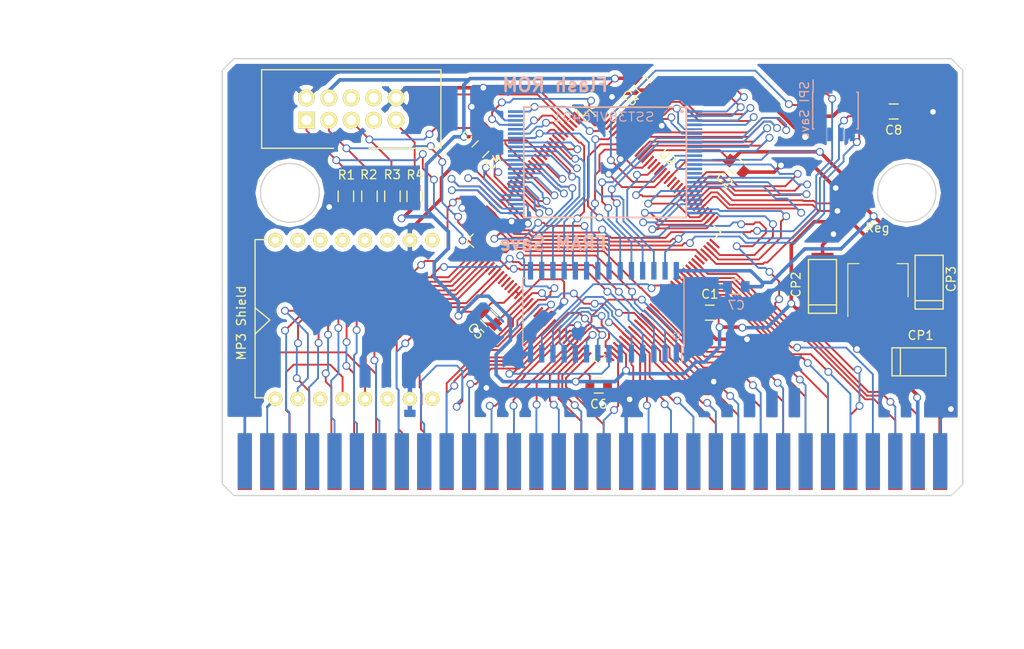
<source format=kicad_pcb>
(kicad_pcb (version 4) (host pcbnew "(after 2015-may-25 BZR unknown)-product")
  (layers (0 Top signal) (31 Bottom signal) (34 B.Paste user) (35 F.Paste user) (36 B.SilkS user) (37 F.SilkS user) (38 B.Mask user) (39 F.Mask user) (44 Edge.Cuts user))
  (net 0 "")
  (net 1 GND)
  (net 2 VCC3)
  (net 3 VCC5)
  (net 4 /A14)
  (net 5 /A12)
  (net 6 /A7)
  (net 7 /A6)
  (net 8 /A5)
  (net 9 /A4)
  (net 10 /A3)
  (net 11 /A2)
  (net 12 /A1)
  (net 13 /A0)
  (net 14 /D0)
  (net 15 /D1)
  (net 16 /D2)
  (net 17 /D3)
  (net 18 /D4)
  (net 19 /D5)
  (net 20 /D6)
  (net 21 /D7)
  (net 22 /A10)
  (net 23 /A11)
  (net 24 /A9)
  (net 25 /A8)
  (net 26 /A13)
  (net 27 /FA15)
  (net 28 /FA14)
  (net 29 /FA13)
  (net 30 /FA12)
  (net 31 /FA11)
  (net 32 /FA10)
  (net 33 /FA9)
  (net 34 /FA8)
  (net 35 /FA19)
  (net 36 /FA20)
  (net 37 /FWE)
  (net 38 /FA21)
  (net 39 /FA18)
  (net 40 /FA17)
  (net 41 /FA7)
  (net 42 /FA6)
  (net 43 /FA5)
  (net 44 /FA4)
  (net 45 /FA3)
  (net 46 /FA2)
  (net 47 /FA1)
  (net 48 /FA0)
  (net 49 /FCE)
  (net 50 /FOE)
  (net 51 /FD0)
  (net 52 /FD8)
  (net 53 /FD1)
  (net 54 /FD9)
  (net 55 /FD2)
  (net 56 /FD10)
  (net 57 /FD3)
  (net 58 /FD11)
  (net 59 /FD4)
  (net 60 /FD12)
  (net 61 /FD5)
  (net 62 /FD13)
  (net 63 /FD6)
  (net 64 /FD14)
  (net 65 /FD7)
  (net 66 /FD15)
  (net 67 /FA16)
  (net 68 ~TIME)
  (net 69 ~MARK3)
  (net 70 ~Low_WR)
  (net 71 ~ROM_RST)
  (net 72 ~ASEL)
  (net 73 TMS)
  (net 74 TDI)
  (net 75 TCK)
  (net 76 TDO)
  (net 77 /A15)
  (net 78 /A16)
  (net 79 /A17)
  (net 80 /A18)
  (net 81 /A19)
  (net 82 /A20)
  (net 83 /A21)
  (net 84 /A22)
  (net 85 /D8)
  (net 86 /D9)
  (net 87 /D10)
  (net 88 /D11)
  (net 89 /D12)
  (net 90 /D13)
  (net 91 /D14)
  (net 92 /D15)
  (net 93 SCLK)
  (net 94 MISO)
  (net 95 ~CE_SPI)
  (net 96 MOSI/RX)
  (net 97 Right_Audio)
  (net 98 Left_Audio)
  (net 99 /~OE)
  (net 100 /~CE)
  (module Capacitors_SMD:C_0805 (layer Bottom) (at 224.1 144.23)
    (fp_text reference C7 (at 0 2.1) (layer B.SilkS) (effects (justify mirror)))
    (fp_text value "" (at -80.15 6.2) (layer B.SilkS) (effects (justify mirror)))
    (pad 1 smd rect (at -1 0) (size 1 1.25) (layers Bottom B.Paste B.Mask) (net 1 GND))
    (pad 2 smd rect (at 1 0) (size 1 1.25) (layers Bottom B.Paste B.Mask) (net 3 VCC5))
  )
  (module Capacitors_Tantalum_SMD:TantalC_SizeU_EIA-6032 (layer Top) (at 244.775 152.75 180)
    (fp_text reference CP1 (at -0.2 3 180) (layer F.SilkS))
    (fp_text value CP1)
    (pad 1 smd rect (at 2.52476 0 180) (size 2.55016 2.49936) (layers Top F.Paste F.Mask) (net 3 VCC5))
    (pad 2 smd rect (at -2.52476 0 180) (size 2.55016 2.49936) (layers Top F.Paste F.Mask) (net 1 GND))
  )
  (module Housings_SOIC:SOIC-28W_7.5x17.9mm_Pitch1.27mm (layer Bottom) (at 209.05 147.13 90)
    (fp_text reference "" (at 0 10.05 90) (layer B.SilkS) (effects (justify mirror)))
    (fp_text value "" (at 0 -10.05 90) (layer B.SilkS) (effects (justify mirror)))
    (pad 1 smd rect (at -4.7 8.255 90) (size 2 0.6) (layers Bottom B.Paste B.Mask) (net 4 /A14))
    (pad 2 smd rect (at -4.7 6.985 90) (size 2 0.6) (layers Bottom B.Paste B.Mask) (net 5 /A12))
    (pad 3 smd rect (at -4.7 5.715 90) (size 2 0.6) (layers Bottom B.Paste B.Mask) (net 6 /A7))
    (pad 4 smd rect (at -4.7 4.445 90) (size 2 0.6) (layers Bottom B.Paste B.Mask) (net 7 /A6))
    (pad 5 smd rect (at -4.7 3.175 90) (size 2 0.6) (layers Bottom B.Paste B.Mask) (net 8 /A5))
    (pad 6 smd rect (at -4.7 1.905 90) (size 2 0.6) (layers Bottom B.Paste B.Mask) (net 9 /A4))
    (pad 7 smd rect (at -4.7 0.635 90) (size 2 0.6) (layers Bottom B.Paste B.Mask) (net 10 /A3))
    (pad 8 smd rect (at -4.7 -0.635 90) (size 2 0.6) (layers Bottom B.Paste B.Mask) (net 11 /A2))
    (pad 9 smd rect (at -4.7 -1.905 90) (size 2 0.6) (layers Bottom B.Paste B.Mask) (net 12 /A1))
    (pad 10 smd rect (at -4.7 -3.175 90) (size 2 0.6) (layers Bottom B.Paste B.Mask) (net 13 /A0))
    (pad 11 smd rect (at -4.7 -4.445 90) (size 2 0.6) (layers Bottom B.Paste B.Mask) (net 14 /D0))
    (pad 12 smd rect (at -4.7 -5.715 90) (size 2 0.6) (layers Bottom B.Paste B.Mask) (net 15 /D1))
    (pad 13 smd rect (at -4.7 -6.985 90) (size 2 0.6) (layers Bottom B.Paste B.Mask) (net 16 /D2))
    (pad 14 smd rect (at -4.7 -8.255 90) (size 2 0.6) (layers Bottom B.Paste B.Mask) (net 1 GND))
    (pad 15 smd rect (at 4.7 -8.255 90) (size 2 0.6) (layers Bottom B.Paste B.Mask) (net 57 /FD3))
    (pad 16 smd rect (at 4.7 -6.985 90) (size 2 0.6) (layers Bottom B.Paste B.Mask) (net 59 /FD4))
    (pad 17 smd rect (at 4.7 -5.715 90) (size 2 0.6) (layers Bottom B.Paste B.Mask) (net 61 /FD5))
    (pad 18 smd rect (at 4.7 -4.445 90) (size 2 0.6) (layers Bottom B.Paste B.Mask) (net 63 /FD6))
    (pad 19 smd rect (at 4.7 -3.175 90) (size 2 0.6) (layers Bottom B.Paste B.Mask) (net 65 /FD7))
    (pad 20 smd rect (at 4.7 -1.905 90) (size 2 0.6) (layers Bottom B.Paste B.Mask) (net 96 MOSI/RX))
    (pad 21 smd rect (at 4.7 -0.635 90) (size 2 0.6) (layers Bottom B.Paste B.Mask) (net 32 /FA10))
    (pad 22 smd rect (at 4.7 0.635 90) (size 2 0.6) (layers Bottom B.Paste B.Mask) (net 50 /FOE))
    (pad 23 smd rect (at 4.7 1.905 90) (size 2 0.6) (layers Bottom B.Paste B.Mask) (net 31 /FA11))
    (pad 24 smd rect (at 4.7 3.175 90) (size 2 0.6) (layers Bottom B.Paste B.Mask) (net 33 /FA9))
    (pad 25 smd rect (at 4.7 4.445 90) (size 2 0.6) (layers Bottom B.Paste B.Mask) (net 34 /FA8))
    (pad 26 smd rect (at 4.7 5.715 90) (size 2 0.6) (layers Bottom B.Paste B.Mask) (net 29 /FA13))
    (pad 27 smd rect (at 4.7 6.985 90) (size 2 0.6) (layers Bottom B.Paste B.Mask) (net 93 SCLK))
    (pad 28 smd rect (at 4.7 8.255 90) (size 2 0.6) (layers Bottom B.Paste B.Mask) (net 3 VCC5))
  )
  (module Housings_DIP:DIP-16_W7.62mm (layer Top) (at 164.05 164.85 90)
    (fp_text reference "MP3 Shield" (at 16.5 4 90) (layer F.SilkS))
    (fp_text value "")
    (pad 8 thru_hole oval (at 7.8994 25.6286 90) (size 1.6 1.6) (drill 0.8) (layers *.Cu *.Mask F.SilkS))
    (pad 7 thru_hole oval (at 7.8994 23.0886 90) (size 1.6 1.6) (drill 0.8) (layers *.Cu *.Mask F.SilkS) (net 1 GND))
    (pad 6 thru_hole oval (at 7.8994 20.5486 90) (size 1.6 1.6) (drill 0.8) (layers *.Cu *.Mask F.SilkS))
    (pad 5 thru_hole oval (at 7.8994 18.0086 90) (size 1.6 1.6) (drill 0.8) (layers *.Cu *.Mask F.SilkS) (net 98 Left_Audio))
    (pad 4 thru_hole oval (at 7.8994 15.4686 90) (size 1.6 1.6) (drill 0.8) (layers *.Cu *.Mask F.SilkS) (net 97 Right_Audio))
    (pad 3 thru_hole oval (at 7.8994 12.9286 90) (size 1.6 1.6) (drill 0.8) (layers *.Cu *.Mask F.SilkS))
    (pad 2 thru_hole oval (at 7.8994 10.3886 90) (size 1.6 1.6) (drill 0.8) (layers *.Cu *.Mask F.SilkS) (net 96 MOSI/RX))
    (pad 1 thru_hole oval (at 7.8994 7.8486 90) (size 1.6 1.6) (drill 0.8) (layers *.Cu *.Mask F.SilkS) (net 3 VCC5))
    (pad 16 thru_hole oval (at 25.8994 7.8486 90) (size 1.6 1.6) (drill 0.8) (layers *.Cu *.Mask F.SilkS))
    (pad 15 thru_hole oval (at 25.8994 10.3886 90) (size 1.6 1.6) (drill 0.8) (layers *.Cu *.Mask F.SilkS))
    (pad 14 thru_hole oval (at 25.8994 12.9286 90) (size 1.6 1.6) (drill 0.8) (layers *.Cu *.Mask F.SilkS))
    (pad 13 thru_hole oval (at 25.8994 15.4686 90) (size 1.6 1.6) (drill 0.8) (layers *.Cu *.Mask F.SilkS))
    (pad 12 thru_hole oval (at 25.8994 18.0086 90) (size 1.6 1.6) (drill 0.8) (layers *.Cu *.Mask F.SilkS))
    (pad 11 thru_hole oval (at 25.8994 20.5486 90) (size 1.6 1.6) (drill 0.8) (layers *.Cu *.Mask F.SilkS))
    (pad 10 thru_hole oval (at 25.8994 23.0886 90) (size 1.6 1.6) (drill 0.8) (layers *.Cu *.Mask F.SilkS) (net 1 GND))
    (pad 9 thru_hole oval (at 25.8994 25.6286 90) (size 1.6 1.6) (drill 0.8) (layers *.Cu *.Mask F.SilkS))
  )
  (module Resistors_SMD:R_0805 (layer Top) (at 179.89 133.99 270)
    (fp_text reference R1 (at -2.42 -0.06 360) (layer F.SilkS))
    (fp_text value 10K)
    (pad 1 smd rect (at -0.95 0 270) (size 0.7 1.3) (layers Top F.Paste F.Mask) (net 75 TCK))
    (pad 2 smd rect (at 0.95 0 270) (size 0.7 1.3) (layers Top F.Paste F.Mask) (net 1 GND))
  )
  (module Resistors_SMD:R_0805 (layer Top) (at 182.56 133.99 270)
    (fp_text reference R2 (at -2.45 0.08 360) (layer F.SilkS))
    (fp_text value 10K)
    (pad 1 smd rect (at -0.95 0 270) (size 0.7 1.3) (layers Top F.Paste F.Mask) (net 76 TDO))
    (pad 2 smd rect (at 0.95 0 270) (size 0.7 1.3) (layers Top F.Paste F.Mask) (net 2 VCC3))
  )
  (module Resistors_SMD:R_0805 (layer Top) (at 185.16 133.99 270)
    (fp_text reference R3 (at -2.45 0.01 360) (layer F.SilkS))
    (fp_text value 10K)
    (pad 1 smd rect (at -0.95 0 270) (size 0.7 1.3) (layers Top F.Paste F.Mask) (net 73 TMS))
    (pad 2 smd rect (at 0.95 0 270) (size 0.7 1.3) (layers Top F.Paste F.Mask) (net 2 VCC3))
  )
  (module Capacitors_SMD:C_0805 (layer Top) (at 213.46 121.29 138)
    (fp_text reference C3 (at 0 -2.1 138) (layer F.SilkS))
    (fp_text value C)
    (pad 1 smd rect (at -1 0 138) (size 1 1.25) (layers Top F.Paste F.Mask) (net 1 GND))
    (pad 2 smd rect (at 1 0.000001 138) (size 1 1.25) (layers Top F.Paste F.Mask) (net 2 VCC3))
  )
  (module Capacitors_SMD:C_0805 (layer Top) (at 224.13 130.59 139)
    (fp_text reference C2 (at 0 -2.1 139) (layer F.SilkS))
    (fp_text value C)
    (pad 1 smd rect (at -1 0 139) (size 1 1.25) (layers Top F.Paste F.Mask) (net 1 GND))
    (pad 2 smd rect (at 1 0.000001 139) (size 1 1.25) (layers Top F.Paste F.Mask) (net 2 VCC3))
  )
  (module Capacitors_SMD:C_0805 (layer Top) (at 196.09 147.78 135)
    (fp_text reference C5 (at 0 -2.1 135) (layer F.SilkS))
    (fp_text value C)
    (pad 1 smd rect (at -1 0 135) (size 1 1.25) (layers Top F.Paste F.Mask) (net 1 GND))
    (pad 2 smd rect (at 1 0.000001 135) (size 1 1.25) (layers Top F.Paste F.Mask) (net 2 VCC3))
  )
  (module TO_SOT_Packages_SMD:SOT-223 (layer Top) (at 240.14 143.53 90)
    (fp_text reference Reg (at 5.96 -0.06 180) (layer F.SilkS))
    (fp_text value LM1117-3.3)
    (pad 4 smd rect (at 3.15 0 90) (size 2 3.8) (layers Top F.Paste F.Mask) (net 2 VCC3))
    (pad 2 smd rect (at -3.15 0 90) (size 2 1.5) (layers Top F.Paste F.Mask) (net 2 VCC3))
    (pad 3 smd rect (at -3.15 2.3 90) (size 2 1.5) (layers Top F.Paste F.Mask) (net 3 VCC5))
    (pad 1 smd rect (at -3.15 -2.3 90) (size 2 1.5) (layers Top F.Paste F.Mask) (net 1 GND))
  )
  (module M29W320D (layer Bottom) (at 218.44 123.89 180)
    (fp_text reference SST38VF6401 (at 9.365 -1.11 180) (layer B.SilkS) (effects (font (size 1.016 1.143) (thickness 0.127)) (justify mirror)))
    (fp_text value 0 hide)
    (pad 1 smd rect (at -0.9017 -0.50038 90) (size 0.29972 1.80086) (layers Bottom B.Paste B.Mask) (net 27 /FA15))
    (pad 2 smd rect (at -0.89662 -1.00076 90) (size 0.29972 1.80086) (layers Bottom B.Paste B.Mask) (net 28 /FA14))
    (pad 3 smd rect (at -0.89662 -1.50114 90) (size 0.29972 1.80086) (layers Bottom B.Paste B.Mask) (net 29 /FA13))
    (pad 4 smd rect (at -0.89662 -1.99898 90) (size 0.29972 1.80086) (layers Bottom B.Paste B.Mask) (net 30 /FA12))
    (pad 5 smd rect (at -0.89662 -2.49936 90) (size 0.20066 1.80086) (layers Bottom B.Paste B.Mask) (net 31 /FA11))
    (pad 6 smd rect (at -0.89662 -2.99974 90) (size 0.29972 1.80086) (layers Bottom B.Paste B.Mask) (net 32 /FA10))
    (pad 7 smd rect (at -0.89662 -3.50012 90) (size 0.29972 1.80086) (layers Bottom B.Paste B.Mask) (net 33 /FA9))
    (pad 8 smd rect (at -0.89662 -4.0005 90) (size 0.29972 1.80086) (layers Bottom B.Paste B.Mask) (net 34 /FA8))
    (pad 9 smd rect (at -0.89662 -4.50088 90) (size 0.29972 1.80086) (layers Bottom B.Paste B.Mask) (net 35 /FA19))
    (pad 10 smd rect (at -0.89662 -5.00126 90) (size 0.29972 1.80086) (layers Bottom B.Paste B.Mask) (net 36 /FA20))
    (pad 11 smd rect (at -0.89662 -5.4991 90) (size 0.29972 1.80086) (layers Bottom B.Paste B.Mask) (net 37 /FWE))
    (pad 12 smd rect (at -0.89662 -5.99948 90) (size 0.29972 1.80086) (layers Bottom B.Paste B.Mask) (net 2 VCC3))
    (pad 13 smd rect (at -0.89662 -6.49986 90) (size 0.29972 1.80086) (layers Bottom B.Paste B.Mask) (net 38 /FA21))
    (pad 14 smd rect (at -0.89662 -7.00024 90) (size 0.29972 1.80086) (layers Bottom B.Paste B.Mask) (net 2 VCC3))
    (pad 15 smd rect (at -0.89662 -7.50062 90) (size 0.29972 1.80086) (layers Bottom B.Paste B.Mask))
    (pad 16 smd rect (at -0.89662 -8.001 90) (size 0.29972 1.80086) (layers Bottom B.Paste B.Mask) (net 39 /FA18))
    (pad 17 smd rect (at -0.89662 -8.49884 90) (size 0.29972 1.80086) (layers Bottom B.Paste B.Mask) (net 40 /FA17))
    (pad 18 smd rect (at -0.89662 -8.99922 90) (size 0.29972 1.80086) (layers Bottom B.Paste B.Mask) (net 41 /FA7))
    (pad 19 smd rect (at -0.89662 -9.4996 90) (size 0.29972 1.80086) (layers Bottom B.Paste B.Mask) (net 42 /FA6))
    (pad 20 smd rect (at -0.89662 -9.99998 90) (size 0.29972 1.80086) (layers Bottom B.Paste B.Mask) (net 43 /FA5))
    (pad 21 smd rect (at -0.89662 -10.50036 90) (size 0.29972 1.80086) (layers Bottom B.Paste B.Mask) (net 44 /FA4))
    (pad 22 smd rect (at -0.89662 -11.00074 90) (size 0.29972 1.80086) (layers Bottom B.Paste B.Mask) (net 45 /FA3))
    (pad 23 smd rect (at -0.89662 -11.50112 90) (size 0.29972 1.80086) (layers Bottom B.Paste B.Mask) (net 46 /FA2))
    (pad 24 smd rect (at -0.89662 -11.99896 90) (size 0.29972 1.80086) (layers Bottom B.Paste B.Mask) (net 47 /FA1))
    (pad 25 smd rect (at 19.30146 -11.99896 90) (size 0.29972 1.80086) (layers Bottom B.Paste B.Mask) (net 48 /FA0))
    (pad 26 smd rect (at 19.30146 -11.50112 90) (size 0.29972 1.80086) (layers Bottom B.Paste B.Mask) (net 49 /FCE))
    (pad 27 smd rect (at 19.30146 -11.00074 90) (size 0.29972 1.80086) (layers Bottom B.Paste B.Mask) (net 1 GND))
    (pad 28 smd rect (at 19.30146 -10.50036 90) (size 0.29972 1.80086) (layers Bottom B.Paste B.Mask) (net 50 /FOE))
    (pad 29 smd rect (at 19.30146 -9.99998 90) (size 0.29972 1.80086) (layers Bottom B.Paste B.Mask) (net 51 /FD0))
    (pad 30 smd rect (at 19.30146 -9.4996 90) (size 0.29972 1.80086) (layers Bottom B.Paste B.Mask) (net 52 /FD8))
    (pad 31 smd rect (at 19.30146 -8.99922 90) (size 0.29972 1.80086) (layers Bottom B.Paste B.Mask) (net 53 /FD1))
    (pad 32 smd rect (at 19.30146 -8.49884 90) (size 0.29972 1.80086) (layers Bottom B.Paste B.Mask) (net 54 /FD9))
    (pad 33 smd rect (at 19.30146 -8.001 90) (size 0.29972 1.80086) (layers Bottom B.Paste B.Mask) (net 55 /FD2))
    (pad 34 smd rect (at 19.30146 -7.50062 90) (size 0.29972 1.80086) (layers Bottom B.Paste B.Mask) (net 56 /FD10))
    (pad 35 smd rect (at 19.30146 -7.00024 90) (size 0.29972 1.80086) (layers Bottom B.Paste B.Mask) (net 57 /FD3))
    (pad 36 smd rect (at 19.30146 -6.49986 90) (size 0.29972 1.80086) (layers Bottom B.Paste B.Mask) (net 58 /FD11))
    (pad 37 smd rect (at 19.30146 -5.99948 90) (size 0.29972 1.80086) (layers Bottom B.Paste B.Mask) (net 2 VCC3))
    (pad 38 smd rect (at 19.30146 -5.4991 90) (size 0.29972 1.80086) (layers Bottom B.Paste B.Mask) (net 59 /FD4))
    (pad 39 smd rect (at 19.30146 -5.00126 90) (size 0.29972 1.80086) (layers Bottom B.Paste B.Mask) (net 60 /FD12))
    (pad 40 smd rect (at 19.30146 -4.50088 90) (size 0.29972 1.80086) (layers Bottom B.Paste B.Mask) (net 61 /FD5))
    (pad 41 smd rect (at 19.30146 -4.0005 90) (size 0.29972 1.80086) (layers Bottom B.Paste B.Mask) (net 62 /FD13))
    (pad 42 smd rect (at 19.30146 -3.50012 90) (size 0.29972 1.80086) (layers Bottom B.Paste B.Mask) (net 63 /FD6))
    (pad 43 smd rect (at 19.30146 -2.99974 90) (size 0.29972 1.80086) (layers Bottom B.Paste B.Mask) (net 64 /FD14))
    (pad 44 smd rect (at 19.30146 -2.49936 90) (size 0.29972 1.80086) (layers Bottom B.Paste B.Mask) (net 65 /FD7))
    (pad 45 smd rect (at 19.30146 -1.99898 90) (size 0.29972 1.80086) (layers Bottom B.Paste B.Mask) (net 66 /FD15))
    (pad 46 smd rect (at 19.30146 -1.50114 90) (size 0.29972 1.80086) (layers Bottom B.Paste B.Mask) (net 1 GND))
    (pad 47 smd rect (at 19.30146 -1.00076 90) (size 0.29972 1.80086) (layers Bottom B.Paste B.Mask))
    (pad 48 smd rect (at 19.30146 -0.50038 90) (size 0.29972 1.80086) (layers Bottom B.Paste B.Mask) (net 67 /FA16))
  )
  (module Housings_QFP:TQFP-144_20x20mm_Pitch0.5mm (layer Top) (at 207.95 138.55 317)
    (fp_text reference U2 (at 0 -12.275 317) (layer F.SilkS))
    (fp_text value EPM3128ATC144)
    (pad 1 smd rect (at -10.55 -8.75 317) (size 1.45 0.25) (layers Top F.Paste F.Mask))
    (pad 2 smd rect (at -10.55 -8.25 317) (size 1.45 0.25) (layers Top F.Paste F.Mask))
    (pad 3 smd rect (at -10.55 -7.75 317) (size 1.45 0.25) (layers Top F.Paste F.Mask) (net 1 GND))
    (pad 4 smd rect (at -10.55 -7.25 317) (size 1.45 0.25) (layers Top F.Paste F.Mask) (net 74 TDI))
    (pad 5 smd rect (at -10.55 -6.75 317) (size 1.45 0.25) (layers Top F.Paste F.Mask) (net 65 /FD7))
    (pad 6 smd rect (at -10.55 -6.25 317) (size 1.45 0.25) (layers Top F.Paste F.Mask) (net 64 /FD14))
    (pad 7 smd rect (at -10.55 -5.75 317) (size 1.45 0.25) (layers Top F.Paste F.Mask) (net 63 /FD6))
    (pad 8 smd rect (at -10.55 -5.25 317) (size 1.45 0.25) (layers Top F.Paste F.Mask) (net 62 /FD13))
    (pad 9 smd rect (at -10.55 -4.75 317) (size 1.45 0.25) (layers Top F.Paste F.Mask) (net 61 /FD5))
    (pad 10 smd rect (at -10.55 -4.25 317) (size 1.45 0.25) (layers Top F.Paste F.Mask) (net 60 /FD12))
    (pad 11 smd rect (at -10.55 -3.75 317) (size 1.45 0.25) (layers Top F.Paste F.Mask) (net 59 /FD4))
    (pad 12 smd rect (at -10.55 -3.25 317) (size 1.45 0.25) (layers Top F.Paste F.Mask))
    (pad 13 smd rect (at -10.55 -2.75 317) (size 1.45 0.25) (layers Top F.Paste F.Mask) (net 1 GND))
    (pad 14 smd rect (at -10.55 -2.250001 317) (size 1.45 0.25) (layers Top F.Paste F.Mask) (net 58 /FD11))
    (pad 15 smd rect (at -10.55 -1.750001 317) (size 1.45 0.25) (layers Top F.Paste F.Mask) (net 57 /FD3))
    (pad 16 smd rect (at -10.55 -1.25 317) (size 1.45 0.25) (layers Top F.Paste F.Mask) (net 56 /FD10))
    (pad 17 smd rect (at -10.55 -0.75 317) (size 1.45 0.25) (layers Top F.Paste F.Mask) (net 1 GND))
    (pad 18 smd rect (at -10.55 -0.25 317) (size 1.45 0.25) (layers Top F.Paste F.Mask) (net 55 /FD2))
    (pad 19 smd rect (at -10.55 0.25 317) (size 1.45 0.25) (layers Top F.Paste F.Mask))
    (pad 20 smd rect (at -10.55 0.75 317) (size 1.45 0.25) (layers Top F.Paste F.Mask) (net 73 TMS))
    (pad 21 smd rect (at -10.550001 1.25 317) (size 1.45 0.25) (layers Top F.Paste F.Mask) (net 54 /FD9))
    (pad 22 smd rect (at -10.55 1.75 317) (size 1.45 0.25) (layers Top F.Paste F.Mask) (net 53 /FD1))
    (pad 23 smd rect (at -10.55 2.25 317) (size 1.45 0.25) (layers Top F.Paste F.Mask) (net 52 /FD8))
    (pad 24 smd rect (at -10.55 2.75 317) (size 1.45 0.25) (layers Top F.Paste F.Mask) (net 2 VCC3))
    (pad 25 smd rect (at -10.55 3.25 317) (size 1.45 0.25) (layers Top F.Paste F.Mask) (net 51 /FD0))
    (pad 26 smd rect (at -10.55 3.75 317) (size 1.45 0.25) (layers Top F.Paste F.Mask) (net 1 GND))
    (pad 27 smd rect (at -10.55 4.250001 317) (size 1.45 0.25) (layers Top F.Paste F.Mask) (net 50 /FOE))
    (pad 28 smd rect (at -10.55 4.75 317) (size 1.45 0.25) (layers Top F.Paste F.Mask) (net 49 /FCE))
    (pad 29 smd rect (at -10.55 5.25 317) (size 1.45 0.25) (layers Top F.Paste F.Mask) (net 48 /FA0))
    (pad 30 smd rect (at -10.55 5.75 317) (size 1.45 0.25) (layers Top F.Paste F.Mask) (net 95 ~CE_SPI))
    (pad 31 smd rect (at -10.55 6.25 317) (size 1.45 0.25) (layers Top F.Paste F.Mask) (net 93 SCLK))
    (pad 32 smd rect (at -10.55 6.75 317) (size 1.45 0.25) (layers Top F.Paste F.Mask) (net 96 MOSI/RX))
    (pad 33 smd rect (at -10.55 7.25 317) (size 1.45 0.25) (layers Top F.Paste F.Mask) (net 1 GND))
    (pad 34 smd rect (at -10.55 7.75 317) (size 1.45 0.25) (layers Top F.Paste F.Mask))
    (pad 35 smd rect (at -10.55 8.25 317) (size 1.45 0.25) (layers Top F.Paste F.Mask))
    (pad 36 smd rect (at -10.55 8.75 317) (size 1.45 0.25) (layers Top F.Paste F.Mask))
    (pad 37 smd rect (at -8.75 10.55 47) (size 1.45 0.25) (layers Top F.Paste F.Mask) (net 6 /A7))
    (pad 38 smd rect (at -8.25 10.55 47) (size 1.45 0.25) (layers Top F.Paste F.Mask) (net 25 /A8))
    (pad 39 smd rect (at -7.75 10.55 47) (size 1.45 0.25) (layers Top F.Paste F.Mask) (net 22 /A10))
    (pad 40 smd rect (at -7.25 10.55 47) (size 1.45 0.25) (layers Top F.Paste F.Mask) (net 24 /A9))
    (pad 41 smd rect (at -6.75 10.55 47) (size 1.45 0.25) (layers Top F.Paste F.Mask) (net 7 /A6))
    (pad 42 smd rect (at -6.25 10.55 47) (size 1.45 0.25) (layers Top F.Paste F.Mask) (net 79 /A17))
    (pad 43 smd rect (at -5.75 10.55 47) (size 1.45 0.25) (layers Top F.Paste F.Mask))
    (pad 44 smd rect (at -5.25 10.55 47) (size 1.45 0.25) (layers Top F.Paste F.Mask) (net 23 /A11))
    (pad 45 smd rect (at -4.75 10.55 47) (size 1.45 0.25) (layers Top F.Paste F.Mask) (net 80 /A18))
    (pad 46 smd rect (at -4.25 10.55 47) (size 1.45 0.25) (layers Top F.Paste F.Mask))
    (pad 47 smd rect (at -3.75 10.55 47) (size 1.45 0.25) (layers Top F.Paste F.Mask))
    (pad 48 smd rect (at -3.25 10.55 47) (size 1.45 0.25) (layers Top F.Paste F.Mask))
    (pad 49 smd rect (at -2.75 10.55 47) (size 1.45 0.25) (layers Top F.Paste F.Mask))
    (pad 50 smd rect (at -2.25 10.55 47) (size 1.45 0.25) (layers Top F.Paste F.Mask) (net 2 VCC3))
    (pad 51 smd rect (at -1.75 10.55 47) (size 1.45 0.25) (layers Top F.Paste F.Mask) (net 2 VCC3))
    (pad 52 smd rect (at -1.25 10.55 47) (size 1.45 0.25) (layers Top F.Paste F.Mask) (net 1 GND))
    (pad 53 smd rect (at -0.75 10.55 47) (size 1.45 0.25) (layers Top F.Paste F.Mask) (net 8 /A5))
    (pad 54 smd rect (at -0.25 10.55 47) (size 1.45 0.25) (layers Top F.Paste F.Mask) (net 81 /A19))
    (pad 55 smd rect (at 0.25 10.55 47) (size 1.45 0.25) (layers Top F.Paste F.Mask) (net 5 /A12))
    (pad 56 smd rect (at 0.75 10.55 47) (size 1.45 0.25) (layers Top F.Paste F.Mask) (net 82 /A20))
    (pad 57 smd rect (at 1.25 10.55 47) (size 1.45 0.25) (layers Top F.Paste F.Mask))
    (pad 58 smd rect (at 1.75 10.55 47) (size 1.45 0.25) (layers Top F.Paste F.Mask) (net 2 VCC3))
    (pad 59 smd rect (at 2.25 10.55 47) (size 1.45 0.25) (layers Top F.Paste F.Mask) (net 1 GND))
    (pad 60 smd rect (at 2.75 10.55 47) (size 1.45 0.25) (layers Top F.Paste F.Mask) (net 83 /A21))
    (pad 61 smd rect (at 3.25 10.55 47) (size 1.45 0.25) (layers Top F.Paste F.Mask) (net 26 /A13))
    (pad 62 smd rect (at 3.75 10.549999 47) (size 1.45 0.25) (layers Top F.Paste F.Mask) (net 9 /A4))
    (pad 63 smd rect (at 4.25 10.55 47) (size 1.45 0.25) (layers Top F.Paste F.Mask) (net 10 /A3))
    (pad 64 smd rect (at 4.75 10.55 47) (size 1.45 0.25) (layers Top F.Paste F.Mask) (net 1 GND))
    (pad 65 smd rect (at 5.25 10.55 47) (size 1.45 0.25) (layers Top F.Paste F.Mask) (net 4 /A14))
    (pad 66 smd rect (at 5.75 10.55 47) (size 1.45 0.25) (layers Top F.Paste F.Mask))
    (pad 67 smd rect (at 6.25 10.55 47) (size 1.45 0.25) (layers Top F.Paste F.Mask) (net 11 /A2))
    (pad 68 smd rect (at 6.75 10.55 47) (size 1.45 0.25) (layers Top F.Paste F.Mask) (net 77 /A15))
    (pad 69 smd rect (at 7.25 10.55 47) (size 1.45 0.25) (layers Top F.Paste F.Mask) (net 12 /A1))
    (pad 70 smd rect (at 7.75 10.55 47) (size 1.45 0.25) (layers Top F.Paste F.Mask) (net 99 /~OE))
    (pad 71 smd rect (at 8.25 10.55 47) (size 1.45 0.25) (layers Top F.Paste F.Mask) (net 78 /A16))
    (pad 72 smd rect (at 8.75 10.55 47) (size 1.45 0.25) (layers Top F.Paste F.Mask) (net 100 /~CE))
    (pad 73 smd rect (at 10.55 8.75 317) (size 1.45 0.25) (layers Top F.Paste F.Mask) (net 2 VCC3))
    (pad 74 smd rect (at 10.55 8.25 317) (size 1.45 0.25) (layers Top F.Paste F.Mask) (net 13 /A0))
    (pad 75 smd rect (at 10.55 7.75 317) (size 1.45 0.25) (layers Top F.Paste F.Mask))
    (pad 76 smd rect (at 10.55 7.25 317) (size 1.45 0.25) (layers Top F.Paste F.Mask) (net 2 VCC3))
    (pad 77 smd rect (at 10.55 6.75 317) (size 1.45 0.25) (layers Top F.Paste F.Mask) (net 1 GND))
    (pad 78 smd rect (at 10.55 6.25 317) (size 1.45 0.25) (layers Top F.Paste F.Mask) (net 21 /D7))
    (pad 79 smd rect (at 10.55 5.75 317) (size 1.45 0.25) (layers Top F.Paste F.Mask) (net 14 /D0))
    (pad 80 smd rect (at 10.55 5.25 317) (size 1.45 0.25) (layers Top F.Paste F.Mask) (net 85 /D8))
    (pad 81 smd rect (at 10.55 4.75 317) (size 1.45 0.25) (layers Top F.Paste F.Mask) (net 92 /D15))
    (pad 82 smd rect (at 10.55 4.25 317) (size 1.45 0.25) (layers Top F.Paste F.Mask) (net 20 /D6))
    (pad 83 smd rect (at 10.55 3.75 317) (size 1.45 0.25) (layers Top F.Paste F.Mask) (net 91 /D14))
    (pad 84 smd rect (at 10.55 3.25 317) (size 1.45 0.25) (layers Top F.Paste F.Mask) (net 15 /D1))
    (pad 85 smd rect (at 10.55 2.75 317) (size 1.45 0.25) (layers Top F.Paste F.Mask) (net 1 GND))
    (pad 86 smd rect (at 10.55 2.25 317) (size 1.45 0.25) (layers Top F.Paste F.Mask) (net 90 /D13))
    (pad 87 smd rect (at 10.55 1.75 317) (size 1.45 0.25) (layers Top F.Paste F.Mask) (net 86 /D9))
    (pad 88 smd rect (at 10.55 1.25 317) (size 1.45 0.25) (layers Top F.Paste F.Mask) (net 89 /D12))
    (pad 89 smd rect (at 10.55 0.75 317) (size 1.45 0.25) (layers Top F.Paste F.Mask) (net 75 TCK))
    (pad 90 smd rect (at 10.55 0.25 317) (size 1.45 0.25) (layers Top F.Paste F.Mask))
    (pad 91 smd rect (at 10.55 -0.25 317) (size 1.45 0.25) (layers Top F.Paste F.Mask) (net 19 /D5))
    (pad 92 smd rect (at 10.55 -0.75 317) (size 1.45 0.25) (layers Top F.Paste F.Mask) (net 72 ~ASEL))
    (pad 93 smd rect (at 10.55 -1.25 317) (size 1.45 0.25) (layers Top F.Paste F.Mask) (net 16 /D2))
    (pad 94 smd rect (at 10.55 -1.75 317) (size 1.45 0.25) (layers Top F.Paste F.Mask) (net 1 GND))
    (pad 95 smd rect (at 10.55 -2.25 317) (size 1.45 0.25) (layers Top F.Paste F.Mask) (net 2 VCC3))
    (pad 96 smd rect (at 10.55 -2.75 317) (size 1.45 0.25) (layers Top F.Paste F.Mask) (net 71 ~ROM_RST))
    (pad 97 smd rect (at 10.55 -3.25 317) (size 1.45 0.25) (layers Top F.Paste F.Mask) (net 87 /D10))
    (pad 98 smd rect (at 10.55 -3.75 317) (size 1.45 0.25) (layers Top F.Paste F.Mask) (net 18 /D4))
    (pad 99 smd rect (at 10.55 -4.25 317) (size 1.45 0.25) (layers Top F.Paste F.Mask) (net 17 /D3))
    (pad 100 smd rect (at 10.55 -4.75 317) (size 1.45 0.25) (layers Top F.Paste F.Mask) (net 69 ~MARK3))
    (pad 101 smd rect (at 10.55 -5.25 317) (size 1.45 0.25) (layers Top F.Paste F.Mask) (net 88 /D11))
    (pad 102 smd rect (at 10.55 -5.75 317) (size 1.45 0.25) (layers Top F.Paste F.Mask) (net 68 ~TIME))
    (pad 103 smd rect (at 10.55 -6.25 317) (size 1.45 0.25) (layers Top F.Paste F.Mask))
    (pad 104 smd rect (at 10.55 -6.75 317) (size 1.45 0.25) (layers Top F.Paste F.Mask) (net 76 TDO))
    (pad 105 smd rect (at 10.55 -7.25 317) (size 1.45 0.25) (layers Top F.Paste F.Mask) (net 1 GND))
    (pad 106 smd rect (at 10.55 -7.75 317) (size 1.45 0.25) (layers Top F.Paste F.Mask) (net 46 /FA2))
    (pad 107 smd rect (at 10.55 -8.25 317) (size 1.45 0.25) (layers Top F.Paste F.Mask) (net 47 /FA1))
    (pad 108 smd rect (at 10.55 -8.75 317) (size 1.45 0.25) (layers Top F.Paste F.Mask))
    (pad 109 smd rect (at 8.75 -10.55 47) (size 1.45 0.25) (layers Top F.Paste F.Mask) (net 45 /FA3))
    (pad 110 smd rect (at 8.25 -10.55 47) (size 1.45 0.25) (layers Top F.Paste F.Mask) (net 44 /FA4))
    (pad 111 smd rect (at 7.75 -10.55 47) (size 1.45 0.25) (layers Top F.Paste F.Mask) (net 43 /FA5))
    (pad 112 smd rect (at 7.25 -10.55 47) (size 1.45 0.25) (layers Top F.Paste F.Mask) (net 42 /FA6))
    (pad 113 smd rect (at 6.75 -10.55 47) (size 1.45 0.25) (layers Top F.Paste F.Mask) (net 41 /FA7))
    (pad 114 smd rect (at 6.25 -10.55 47) (size 1.45 0.25) (layers Top F.Paste F.Mask) (net 1 GND))
    (pad 115 smd rect (at 5.75 -10.55 47) (size 1.45 0.25) (layers Top F.Paste F.Mask) (net 2 VCC3))
    (pad 116 smd rect (at 5.25 -10.55 47) (size 1.45 0.25) (layers Top F.Paste F.Mask) (net 40 /FA17))
    (pad 117 smd rect (at 4.75 -10.55 47) (size 1.45 0.25) (layers Top F.Paste F.Mask) (net 39 /FA18))
    (pad 118 smd rect (at 4.25 -10.55 47) (size 1.45 0.25) (layers Top F.Paste F.Mask) (net 38 /FA21))
    (pad 119 smd rect (at 3.75 -10.55 47) (size 1.45 0.25) (layers Top F.Paste F.Mask) (net 37 /FWE))
    (pad 120 smd rect (at 3.25 -10.55 47) (size 1.45 0.25) (layers Top F.Paste F.Mask))
    (pad 121 smd rect (at 2.75 -10.55 47) (size 1.45 0.25) (layers Top F.Paste F.Mask))
    (pad 122 smd rect (at 2.25 -10.55 47) (size 1.45 0.25) (layers Top F.Paste F.Mask))
    (pad 123 smd rect (at 1.75 -10.55 47) (size 1.45 0.25) (layers Top F.Paste F.Mask) (net 2 VCC3))
    (pad 124 smd rect (at 1.25 -10.55 47) (size 1.45 0.25) (layers Top F.Paste F.Mask) (net 1 GND))
    (pad 125 smd rect (at 0.75 -10.55 47) (size 1.45 0.25) (layers Top F.Paste F.Mask) (net 94 MISO))
    (pad 126 smd rect (at 0.25 -10.55 47) (size 1.45 0.25) (layers Top F.Paste F.Mask))
    (pad 127 smd rect (at -0.25 -10.55 47) (size 1.45 0.25) (layers Top F.Paste F.Mask) (net 70 ~Low_WR))
    (pad 128 smd rect (at -0.75 -10.55 47) (size 1.45 0.25) (layers Top F.Paste F.Mask))
    (pad 129 smd rect (at -1.25 -10.55 47) (size 1.45 0.25) (layers Top F.Paste F.Mask) (net 1 GND))
    (pad 130 smd rect (at -1.75 -10.55 47) (size 1.45 0.25) (layers Top F.Paste F.Mask) (net 2 VCC3))
    (pad 131 smd rect (at -2.25 -10.55 47) (size 1.45 0.25) (layers Top F.Paste F.Mask) (net 36 /FA20))
    (pad 132 smd rect (at -2.75 -10.55 47) (size 1.45 0.25) (layers Top F.Paste F.Mask) (net 35 /FA19))
    (pad 133 smd rect (at -3.25 -10.55 47) (size 1.45 0.25) (layers Top F.Paste F.Mask) (net 34 /FA8))
    (pad 134 smd rect (at -3.75 -10.549999 47) (size 1.45 0.25) (layers Top F.Paste F.Mask) (net 33 /FA9))
    (pad 135 smd rect (at -4.25 -10.55 47) (size 1.45 0.25) (layers Top F.Paste F.Mask) (net 1 GND))
    (pad 136 smd rect (at -4.75 -10.55 47) (size 1.45 0.25) (layers Top F.Paste F.Mask) (net 32 /FA10))
    (pad 137 smd rect (at -5.25 -10.55 47) (size 1.45 0.25) (layers Top F.Paste F.Mask) (net 31 /FA11))
    (pad 138 smd rect (at -5.75 -10.55 47) (size 1.45 0.25) (layers Top F.Paste F.Mask) (net 30 /FA12))
    (pad 139 smd rect (at -6.25 -10.55 47) (size 1.45 0.25) (layers Top F.Paste F.Mask) (net 29 /FA13))
    (pad 140 smd rect (at -6.75 -10.55 47) (size 1.45 0.25) (layers Top F.Paste F.Mask) (net 28 /FA14))
    (pad 141 smd rect (at -7.25 -10.55 47) (size 1.45 0.25) (layers Top F.Paste F.Mask) (net 27 /FA15))
    (pad 142 smd rect (at -7.75 -10.55 47) (size 1.45 0.25) (layers Top F.Paste F.Mask) (net 67 /FA16))
    (pad 143 smd rect (at -8.25 -10.55 47) (size 1.45 0.25) (layers Top F.Paste F.Mask) (net 66 /FD15))
    (pad 144 smd rect (at -8.75 -10.55 47) (size 1.45 0.25) (layers Top F.Paste F.Mask) (net 2 VCC3))
  )
  (module Capacitors_SMD:C_0805 (layer Top) (at 208.52 155.44 180)
    (fp_text reference C6 (at 0 -2.1 180) (layer F.SilkS))
    (fp_text value C)
    (pad 1 smd rect (at -1 0 180) (size 1 1.25) (layers Top F.Paste F.Mask) (net 1 GND))
    (pad 2 smd rect (at 1 0.000001 180) (size 1 1.25) (layers Top F.Paste F.Mask) (net 2 VCC3))
  )
  (module Sega (layer Bottom) (at 206.5 164.05)
    (fp_text reference "" (at -17.18056 -20.73656) (layer B.SilkS) (effects (font (size 1.524 1.397) (thickness 0.3048)) (justify mirror)))
    (fp_text value "" hide)
    (fp_text user "" (at -17.2085 -16.7767) (layer B.SilkS) (effects (font (thickness 0.3048)) (justify mirror)))
    (pad 1 smd rect (at -38.05682 -0.06858) (size 1.6002 6.2992) (layers Bottom B.Paste B.Mask) (net 1 GND))
    (pad 2 smd rect (at -35.51682 -0.06858) (size 1.6002 6.2992) (layers Bottom B.Paste B.Mask) (net 3 VCC5))
    (pad 3 smd rect (at -32.97682 -0.06858) (size 1.6002 6.2992) (layers Bottom B.Paste B.Mask) (net 6 /A7))
    (pad 4 smd rect (at -30.43682 -0.06858) (size 1.6002 6.2992) (layers Bottom B.Paste B.Mask) (net 22 /A10))
    (pad 5 smd rect (at -27.89682 -0.06858) (size 1.6002 6.2992) (layers Bottom B.Paste B.Mask) (net 7 /A6))
    (pad 6 smd rect (at -25.35682 -0.06858) (size 1.6002 6.2992) (layers Bottom B.Paste B.Mask) (net 23 /A11))
    (pad 7 smd rect (at -22.81682 -0.06858) (size 1.6002 6.2992) (layers Bottom B.Paste B.Mask) (net 8 /A5))
    (pad 8 smd rect (at -20.27682 -0.06858) (size 1.6002 6.2992) (layers Bottom B.Paste B.Mask) (net 5 /A12))
    (pad 9 smd rect (at -17.73682 -0.06858) (size 1.6002 6.2992) (layers Bottom B.Paste B.Mask) (net 9 /A4))
    (pad 10 smd rect (at -15.19682 -0.06858) (size 1.6002 6.2992) (layers Bottom B.Paste B.Mask) (net 26 /A13))
    (pad 11 smd rect (at -12.65682 -0.06858) (size 1.6002 6.2992) (layers Bottom B.Paste B.Mask) (net 10 /A3))
    (pad 12 smd rect (at -10.11682 -0.06858) (size 1.6002 6.2992) (layers Bottom B.Paste B.Mask) (net 4 /A14))
    (pad 13 smd rect (at -7.57682 -0.06858) (size 1.6002 6.2992) (layers Bottom B.Paste B.Mask) (net 11 /A2))
    (pad 14 smd rect (at -5.03682 -0.06858) (size 1.6002 6.2992) (layers Bottom B.Paste B.Mask) (net 77 /A15))
    (pad 15 smd rect (at -2.49682 -0.06858) (size 1.6002 6.2992) (layers Bottom B.Paste B.Mask) (net 12 /A1))
    (pad 16 smd rect (at 0.04318 -0.06858) (size 1.6002 6.2992) (layers Bottom B.Paste B.Mask) (net 78 /A16))
    (pad 17 smd rect (at 2.58318 -0.06858) (size 1.6002 6.2992) (layers Bottom B.Paste B.Mask) (net 13 /A0))
    (pad 18 smd rect (at 5.12318 -0.06858) (size 1.6002 6.2992) (layers Bottom B.Paste B.Mask) (net 1 GND))
    (pad 19 smd rect (at 7.66318 -0.06858) (size 1.6002 6.2992) (layers Bottom B.Paste B.Mask) (net 21 /D7))
    (pad 20 smd rect (at 10.20318 -0.06858) (size 1.6002 6.2992) (layers Bottom B.Paste B.Mask) (net 14 /D0))
    (pad 21 smd rect (at 12.74318 -0.06858) (size 1.6002 6.2992) (layers Bottom B.Paste B.Mask) (net 85 /D8))
    (pad 22 smd rect (at 15.28318 -0.06858) (size 1.6002 6.2992) (layers Bottom B.Paste B.Mask) (net 20 /D6))
    (pad 23 smd rect (at 17.82318 -0.06858) (size 1.6002 6.2992) (layers Bottom B.Paste B.Mask) (net 15 /D1))
    (pad 24 smd rect (at 20.36318 -0.06858) (size 1.6002 6.2992) (layers Bottom B.Paste B.Mask) (net 86 /D9))
    (pad 25 smd rect (at 22.90318 -0.06858) (size 1.6002 6.2992) (layers Bottom B.Paste B.Mask) (net 19 /D5))
    (pad 26 smd rect (at 25.44318 -0.06858) (size 1.6002 6.2992) (layers Bottom B.Paste B.Mask) (net 16 /D2))
    (pad 27 smd rect (at 27.98318 -0.06858) (size 1.6002 6.2992) (layers Bottom B.Paste B.Mask) (net 87 /D10))
    (pad 28 smd rect (at 30.52318 -0.06858) (size 1.6002 6.2992) (layers Bottom B.Paste B.Mask) (net 18 /D4))
    (pad 29 smd rect (at 33.06318 -0.06858) (size 1.6002 6.2992) (layers Bottom B.Paste B.Mask) (net 17 /D3))
    (pad 30 smd rect (at 35.60318 -0.06858) (size 1.6002 6.2992) (layers Bottom B.Paste B.Mask) (net 88 /D11))
    (pad 31 smd rect (at 38.14318 -0.06858) (size 1.6002 6.2992) (layers Bottom B.Paste B.Mask) (net 3 VCC5))
    (pad 32 smd rect (at 40.68318 -0.06858) (size 1.6002 6.2992) (layers Bottom B.Paste B.Mask) (net 1 GND))
  )
  (module AVR-JTAG-ICE (layer Top) (at 180.5 124.1)
    (fp_text reference J1 hide)
    (fp_text value 0 hide)
    (pad 1 thru_hole rect (at -5.08 1.27) (size 1.9 1.9) (drill 1.1) (layers *.Cu *.Mask F.SilkS) (net 75 TCK))
    (pad 2 thru_hole circle (at -5.08 -1.27) (size 1.9 1.9) (drill 1.1) (layers *.Cu *.Mask F.SilkS) (net 1 GND))
    (pad 3 thru_hole circle (at -2.54 1.27) (size 1.9 1.9) (drill 1.1) (layers *.Cu *.Mask F.SilkS) (net 76 TDO))
    (pad 4 thru_hole circle (at -2.54 -1.27) (size 1.9 1.9) (drill 1.1) (layers *.Cu *.Mask F.SilkS) (net 2 VCC3))
    (pad 5 thru_hole circle (at 0 1.27) (size 1.9 1.9) (drill 1.1) (layers *.Cu *.Mask F.SilkS) (net 73 TMS))
    (pad 6 thru_hole circle (at 0 -1.27) (size 1.9 1.9) (drill 1.1) (layers *.Cu *.Mask F.SilkS))
    (pad 7 thru_hole circle (at 2.54 1.27) (size 1.9 1.9) (drill 1.1) (layers *.Cu *.Mask F.SilkS))
    (pad 8 thru_hole circle (at 2.54 -1.27) (size 1.9 1.9) (drill 1.1) (layers *.Cu *.Mask F.SilkS))
    (pad 9 thru_hole circle (at 5.08 1.27) (size 1.9 1.9) (drill 1.1) (layers *.Cu *.Mask F.SilkS) (net 74 TDI))
    (pad 10 thru_hole circle (at 5.08 -1.27) (size 1.9 1.9) (drill 1.1) (layers *.Cu *.Mask F.SilkS) (net 1 GND))
  )
  (module Sega (layer Top) (at 206.5 164.05)
    (fp_text reference "" (at -17.18056 20.73656) (layer F.SilkS) (effects (font (size 1.524 1.397) (thickness 0.3048))))
    (fp_text value "" hide)
    (fp_text user "" (at -17.2085 16.7767) (layer F.SilkS) (effects (font (thickness 0.3048))))
    (pad 1 smd rect (at -38.05682 0.06858) (size 1.6002 6.2992) (layers Top F.Paste F.Mask) (net 98 Left_Audio))
    (pad 2 smd rect (at -35.51682 0.06858) (size 1.6002 6.2992) (layers Top F.Paste F.Mask))
    (pad 3 smd rect (at -32.97682 0.06858) (size 1.6002 6.2992) (layers Top F.Paste F.Mask) (net 97 Right_Audio))
    (pad 4 smd rect (at -30.43682 0.06858) (size 1.6002 6.2992) (layers Top F.Paste F.Mask) (net 25 /A8))
    (pad 5 smd rect (at -27.89682 0.06858) (size 1.6002 6.2992) (layers Top F.Paste F.Mask) (net 24 /A9))
    (pad 6 smd rect (at -25.35682 0.06858) (size 1.6002 6.2992) (layers Top F.Paste F.Mask) (net 79 /A17))
    (pad 7 smd rect (at -22.81682 0.06858) (size 1.6002 6.2992) (layers Top F.Paste F.Mask) (net 80 /A18))
    (pad 8 smd rect (at -20.27682 0.06858) (size 1.6002 6.2992) (layers Top F.Paste F.Mask) (net 81 /A19))
    (pad 9 smd rect (at -17.73682 0.06858) (size 1.6002 6.2992) (layers Top F.Paste F.Mask) (net 82 /A20))
    (pad 10 smd rect (at -15.19682 0.06858) (size 1.6002 6.2992) (layers Top F.Paste F.Mask) (net 83 /A21))
    (pad 11 smd rect (at -12.65682 0.06858) (size 1.6002 6.2992) (layers Top F.Paste F.Mask) (net 84 /A22))
    (pad 12 smd rect (at -10.11682 0.06858) (size 1.6002 6.2992) (layers Top F.Paste F.Mask))
    (pad 13 smd rect (at -7.57682 0.06858) (size 1.6002 6.2992) (layers Top F.Paste F.Mask))
    (pad 14 smd rect (at -5.03682 0.06858) (size 1.6002 6.2992) (layers Top F.Paste F.Mask))
    (pad 15 smd rect (at -2.49682 0.06858) (size 1.6002 6.2992) (layers Top F.Paste F.Mask))
    (pad 16 smd rect (at 0.04318 0.06858) (size 1.6002 6.2992) (layers Top F.Paste F.Mask) (net 99 /~OE))
    (pad 17 smd rect (at 2.58318 0.06858) (size 1.6002 6.2992) (layers Top F.Paste F.Mask) (net 100 /~CE))
    (pad 18 smd rect (at 5.12318 0.06858) (size 1.6002 6.2992) (layers Top F.Paste F.Mask))
    (pad 19 smd rect (at 7.66318 0.06858) (size 1.6002 6.2992) (layers Top F.Paste F.Mask))
    (pad 20 smd rect (at 10.20318 0.06858) (size 1.6002 6.2992) (layers Top F.Paste F.Mask))
    (pad 21 smd rect (at 12.74318 0.06858) (size 1.6002 6.2992) (layers Top F.Paste F.Mask))
    (pad 22 smd rect (at 15.28318 0.06858) (size 1.6002 6.2992) (layers Top F.Paste F.Mask) (net 92 /D15))
    (pad 23 smd rect (at 17.82318 0.06858) (size 1.6002 6.2992) (layers Top F.Paste F.Mask) (net 91 /D14))
    (pad 24 smd rect (at 20.36318 0.06858) (size 1.6002 6.2992) (layers Top F.Paste F.Mask) (net 90 /D13))
    (pad 25 smd rect (at 22.90318 0.06858) (size 1.6002 6.2992) (layers Top F.Paste F.Mask) (net 89 /D12))
    (pad 26 smd rect (at 25.44318 0.06858) (size 1.6002 6.2992) (layers Top F.Paste F.Mask) (net 72 ~ASEL))
    (pad 27 smd rect (at 27.98318 0.06858) (size 1.6002 6.2992) (layers Top F.Paste F.Mask) (net 71 ~ROM_RST))
    (pad 28 smd rect (at 30.52318 0.06858) (size 1.6002 6.2992) (layers Top F.Paste F.Mask) (net 70 ~Low_WR))
    (pad 29 smd rect (at 33.06318 0.06858) (size 1.6002 6.2992) (layers Top F.Paste F.Mask))
    (pad 30 smd rect (at 35.60318 0.06858) (size 1.6002 6.2992) (layers Top F.Paste F.Mask) (net 69 ~MARK3))
    (pad 31 smd rect (at 38.14318 0.06858) (size 1.6002 6.2992) (layers Top F.Paste F.Mask) (net 68 ~TIME))
    (pad 32 smd rect (at 40.68318 0.06858) (size 1.6002 6.2992) (layers Top F.Paste F.Mask) (net 1 GND))
  )
  (module Capacitors_SMD:C_0805 (layer Top) (at 195.13 128.64 225)
    (fp_text reference C4 (at 0 -2.1 225) (layer F.SilkS))
    (fp_text value C (at 0 2.1 225) (layer F.SilkS))
    (pad 1 smd rect (at -1 0 225) (size 1 1.25) (layers Top F.Paste F.Mask) (net 2 VCC3))
    (pad 2 smd rect (at 1 0 225) (size 1 1.25) (layers Top F.Paste F.Mask) (net 1 GND))
  )
  (module Capacitors_SMD:C_0805 (layer Top) (at 221.1 147.18)
    (fp_text reference C1 (at 0 -2.1) (layer F.SilkS))
    (fp_text value "" (at -80.15 -6.2) (layer F.SilkS))
    (pad 1 smd rect (at -1 0) (size 1 1.25) (layers Top F.Paste F.Mask) (net 1 GND))
    (pad 2 smd rect (at 1 0) (size 1 1.25) (layers Top F.Paste F.Mask) (net 2 VCC3))
  )
  (module Capacitors_Tantalum_SMD:TantalC_SizeU_EIA-6032 (layer Top) (at 233.86 144.2 270)
    (fp_text reference CP2 (at -0.2 3 270) (layer F.SilkS))
    (fp_text value CP2)
    (pad 1 smd rect (at 2.52476 0 270) (size 2.55016 2.49936) (layers Top F.Paste F.Mask) (net 2 VCC3))
    (pad 2 smd rect (at -2.52476 0 270) (size 2.55016 2.49936) (layers Top F.Paste F.Mask) (net 1 GND))
  )
  (module Capacitors_Tantalum_SMD:TantalC_SizeU_EIA-6032 (layer Top) (at 245.93 143.72 270)
    (fp_text reference CP3 (at -0.345 -2.495 270) (layer F.SilkS))
    (fp_text value CP3)
    (pad 1 smd rect (at 2.52476 0 270) (size 2.55016 2.49936) (layers Top F.Paste F.Mask) (net 3 VCC5))
    (pad 2 smd rect (at -2.52476 0 270) (size 2.55016 2.49936) (layers Top F.Paste F.Mask) (net 1 GND))
  )
  (module Capacitors_SMD:C_0805 (layer Top) (at 241.92 124.38 180)
    (fp_text reference C8 (at 0 -2.1 180) (layer F.SilkS))
    (fp_text value C)
    (pad 1 smd rect (at -1 0 180) (size 1 1.25) (layers Top F.Paste F.Mask) (net 1 GND))
    (pad 2 smd rect (at 1 0 180) (size 1 1.25) (layers Top F.Paste F.Mask) (net 3 VCC5))
  )
  (module Resistors_SMD:R_0805 (layer Top) (at 187.68 133.99 270)
    (fp_text reference R4 (at -2.42 -0.05 360) (layer F.SilkS))
    (fp_text value 10K)
    (pad 1 smd rect (at -0.95 0 270) (size 0.7 1.3) (layers Top F.Paste F.Mask) (net 74 TDI))
    (pad 2 smd rect (at 0.95 0 270) (size 0.7 1.3) (layers Top F.Paste F.Mask) (net 2 VCC3))
  )
  (module Housings_SOIC:SOIC-8_3.9x4.9mm_Pitch1.27mm (layer Bottom) (at 235.32 124.28 270)
    (fp_text reference "SPI Save" (at 0 3.5 270) (layer B.SilkS) (effects (justify mirror)))
    (fp_text value 25AA512)
    (pad 1 smd rect (at -2.7 1.905 270) (size 1.55 0.6) (layers Bottom B.Paste B.Mask) (net 95 ~CE_SPI))
    (pad 2 smd rect (at -2.7 0.635 270) (size 1.55 0.6) (layers Bottom B.Paste B.Mask) (net 94 MISO))
    (pad 3 smd rect (at -2.7 -0.635 270) (size 1.55 0.6) (layers Bottom B.Paste B.Mask) (net 3 VCC5))
    (pad 4 smd rect (at -2.7 -1.905 270) (size 1.55 0.6) (layers Bottom B.Paste B.Mask) (net 1 GND))
    (pad 5 smd rect (at 2.7 -1.905 270) (size 1.55 0.6) (layers Bottom B.Paste B.Mask) (net 96 MOSI/RX))
    (pad 6 smd rect (at 2.7 -0.635 270) (size 1.55 0.6) (layers Bottom B.Paste B.Mask) (net 93 SCLK))
    (pad 7 smd rect (at 2.7 0.635 270) (size 1.55 0.6) (layers Bottom B.Paste B.Mask) (net 3 VCC5))
    (pad 8 smd rect (at 2.7 1.905 270) (size 1.55 0.6) (layers Bottom B.Paste B.Mask) (net 3 VCC5))
  )
  (gr_text "          FRAM Save" (at 209.05 139.35) (layer B.SilkS) (effects (font (size 1.5 1.5) (thickness 0.3)) (justify mirror)))
  (gr_text "        Flash ROM" (at 208.16 121.37) (layer B.SilkS) (effects (font (size 1.5 1.5) (thickness 0.3)) (justify mirror)))
  (gr_line (start 167.2 118.4) (end 248.45 118.4) (angle 90) (layer Edge.Cuts) (width 0.15))
  (gr_line (start 165.9 119.7) (end 167.2 118.4) (angle 90) (layer Edge.Cuts) (width 0.15))
  (gr_line (start 248.45 167.9) (end 249.75 166.6) (angle 90) (layer Edge.Cuts) (width 0.15))
  (gr_line (start 167.2 167.9) (end 165.9 166.6) (angle 90) (layer Edge.Cuts) (width 0.15))
  (gr_circle (center 243.4 133.6) (end 245.95 135.7) (layer Edge.Cuts) (width 0.15))
  (gr_circle (center 173.55 133.6) (end 176.1 135.75) (layer Edge.Cuts) (width 0.15))
  (gr_line (start 167.2 167.9) (end 248.45 167.9) (angle 90) (layer Edge.Cuts) (width 0.15))
  (gr_line (start 165.9 119.7) (end 165.9 166.6) (angle 90) (layer Edge.Cuts) (width 0.15))
  (gr_line (start 249.75 119.7) (end 249.75 166.6) (angle 90) (layer Edge.Cuts) (width 0.15))
  (gr_line (start 249.75 119.7) (end 248.45 118.4) (angle 90) (layer Edge.Cuts) (width 0.15))
  (segment (start 197.38 149.07) (end 195.84 147.53) (width 0.4) (layer Bottom) (net 0))
  (segment (start 197.38 149.09) (end 197.38 149.07) (width 0.4) (layer Bottom) (net 0))
  (segment (start 194.642893 128.607107) (end 194.84969 128.607107) (width 0.21) (layer Top) (net 0))
  (segment (start 202.400463 147.800278) (end 202.400463 147.789537) (width 0.21) (layer Top) (net 1))
  (segment (start 202.400463 147.789537) (end 203.11 147.08) (width 0.21) (layer Top) (net 1))
  (segment (start 203.11 147.08) (end 203.41999 147.08) (width 0.21) (layer Top) (net 1))
  (segment (start 203.41999 147.08) (end 204.59999 145.9) (width 0.21) (layer Top) (net 1))
  (segment (start 195.45 121.69048) (end 186.71952 121.69048) (width 0.41) (layer Top) (net 1))
  (segment (start 214.203145 121.959131) (end 213.053365 121.959131) (width 0.41) (layer Top) (net 1))
  (via (at 210.025 122.725) (size 0.889) (layers Top Bottom) (net 1))
  (segment (start 210.45 122.3) (end 210.025 122.725) (width 0.41) (layer Top) (net 1))
  (segment (start 212.712496 122.3) (end 210.45 122.3) (width 0.41) (layer Top) (net 1))
  (segment (start 213.053365 121.959131) (end 212.712496 122.3) (width 0.41) (layer Top) (net 1))
  (segment (start 235.1 135.94) (end 235.1 137.646383) (width 0.4) (layer Bottom) (net 1))
  (segment (start 235.29 135.75) (end 235.1 135.94) (width 0.4) (layer Bottom) (net 1))
  (segment (start 234.471383 138.275) (end 235.1 138.275) (width 0.4) (layer Bottom) (net 1))
  (segment (start 233.455 138.275) (end 234.471383 138.275) (width 0.4) (layer Bottom) (net 1))
  (segment (start 234.655501 138.719499) (end 235.1 138.275) (width 0.4) (layer Top) (net 1))
  (segment (start 235.1 137.646383) (end 235.1 138.275) (width 0.4) (layer Bottom) (net 1))
  (segment (start 233.86 141.67524) (end 233.86 139.515) (width 0.4) (layer Top) (net 1))
  (segment (start 233.86 139.515) (end 234.655501 138.719499) (width 0.4) (layer Top) (net 1))
  (segment (start 233.03 138.7) (end 233.455 138.275) (width 0.4) (layer Bottom) (net 1))
  (via (at 235.1 138.275) (size 0.889) (drill 0.635) (layers Top Bottom) (net 1))
  (segment (start 196.797107 148.442893) (end 196.797107 148.487107) (width 0.21) (layer Top) (net 1))
  (segment (start 199.826716 145.413284) (end 196.797107 148.442893) (width 0.21) (layer Top) (net 1))
  (segment (start 199.840725 145.413284) (end 199.826716 145.413284) (width 0.21) (layer Top) (net 1))
  (segment (start 211.062293 150.68172) (end 211.12172 150.68172) (width 0.21) (layer Top) (net 1))
  (segment (start 211.062293 150.68172) (end 211.11172 150.68172) (width 0.21) (layer Top) (net 1))
  (via (at 221.54 154.99) (size 0.889) (layers Top Bottom) (net 1))
  (segment (start 220.26 154.99) (end 221.54 154.99) (width 0.21) (layer Top) (net 1))
  (segment (start 217.17 151.9) (end 220.26 154.99) (width 0.21) (layer Top) (net 1))
  (segment (start 217.17 151.09) (end 217.17 151.9) (width 0.21) (layer Top) (net 1))
  (segment (start 213.836305 147.756305) (end 217.17 151.09) (width 0.21) (layer Top) (net 1))
  (segment (start 213.790286 147.756305) (end 213.836305 147.756305) (width 0.21) (layer Top) (net 1))
  (segment (start 219.62 147.18) (end 220.1 147.18) (width 0.21) (layer Top) (net 1))
  (segment (start 216.905214 144.465214) (end 219.62 147.18) (width 0.21) (layer Top) (net 1))
  (segment (start 216.859279 144.465214) (end 216.905214 144.465214) (width 0.21) (layer Top) (net 1))
  (segment (start 237.84 143.57) (end 237.84 146.68) (width 0.4) (layer Top) (net 1))
  (segment (start 235.94524 141.67524) (end 237.84 143.57) (width 0.4) (layer Top) (net 1))
  (segment (start 233.86 141.67524) (end 235.94524 141.67524) (width 0.4) (layer Top) (net 1))
  (segment (start 238.1 146.94) (end 237.84 146.68) (width 0.4) (layer Top) (net 1))
  (segment (start 220.1 148.47) (end 221.82 150.19) (width 0.4) (layer Top) (net 1))
  (segment (start 221.82 150.19) (end 225.31 150.19) (width 0.4) (layer Top) (net 1))
  (via (at 225.31 150.19) (size 0.889) (layers Top Bottom) (net 1))
  (segment (start 220.1 148.47) (end 220.1 147.18) (width 0.4) (layer Top) (net 1))
  (segment (start 209.52 156.81) (end 208.86 157.47) (width 0.4) (layer Top) (net 1))
  (segment (start 211.62318 157.51318) (end 211.62318 163.98142) (width 0.4) (layer Bottom) (net 1))
  (via (at 208.86 157.47) (size 0.889) (layers Top Bottom) (net 1))
  (segment (start 209.21 157.12) (end 208.86 157.47) (width 0.4) (layer Bottom) (net 1))
  (segment (start 211.23 157.12) (end 209.21 157.12) (width 0.4) (layer Bottom) (net 1))
  (segment (start 211.575 157.465) (end 211.23 157.12) (width 0.4) (layer Bottom) (net 1))
  (segment (start 211.62318 157.51318) (end 211.575 157.465) (width 0.4) (layer Bottom) (net 1))
  (segment (start 209.52 155.44) (end 209.52 156.81) (width 0.4) (layer Top) (net 1))
  (via (at 212.02 157) (size 0.889) (layers Top Bottom) (net 1))
  (segment (start 212.02 157) (end 211.575 157.445) (width 0.21) (layer Bottom) (net 1))
  (segment (start 211.575 157.445) (end 211.575 157.465) (width 0.21) (layer Bottom) (net 1))
  (segment (start 212.23 151.81) (end 212.23 153.08) (width 0.21) (layer Top) (net 1))
  (segment (start 212.23 153.08) (end 212.43 153.28) (width 0.21) (layer Top) (net 1))
  (segment (start 212.43 153.28) (end 212.43 156.59) (width 0.21) (layer Top) (net 1))
  (segment (start 212.43 156.59) (end 212.02 157) (width 0.21) (layer Top) (net 1))
  (segment (start 211.10172 150.68172) (end 212.23 151.81) (width 0.21) (layer Top) (net 1))
  (segment (start 211.062293 150.68172) (end 211.10172 150.68172) (width 0.21) (layer Top) (net 1))
  (segment (start 225.31 150.37) (end 222.02 153.66) (width 0.4) (layer Bottom) (net 1))
  (segment (start 222.02 153.66) (end 220.88 153.66) (width 0.4) (layer Bottom) (net 1))
  (segment (start 220.88 153.66) (end 218.89 155.65) (width 0.4) (layer Bottom) (net 1))
  (segment (start 218.89 155.65) (end 215.46 155.65) (width 0.4) (layer Bottom) (net 1))
  (segment (start 215.46 155.65) (end 214.56 156.55) (width 0.4) (layer Bottom) (net 1))
  (segment (start 214.56 156.55) (end 212.47 156.55) (width 0.4) (layer Bottom) (net 1))
  (segment (start 212.47 156.55) (end 212.02 157) (width 0.4) (layer Bottom) (net 1))
  (segment (start 225.31 150.19) (end 225.31 150.37) (width 0.4) (layer Bottom) (net 1))
  (segment (start 212.02 157.11636) (end 211.62318 157.51318) (width 0.4) (layer Bottom) (net 1))
  (segment (start 212.02 157) (end 212.02 157.11636) (width 0.4) (layer Bottom) (net 1))
  (segment (start 196.797107 148.487107) (end 196.302893 148.487107) (width 0.4) (layer Top) (net 1))
  (segment (start 195.302893 148.487107) (end 196.797107 148.487107) (width 0.4) (layer Top) (net 1))
  (via (at 194.64 149.15) (size 0.889) (layers Top Bottom) (net 1))
  (segment (start 195.302893 148.487107) (end 194.64 149.15) (width 0.4) (layer Top) (net 1))
  (segment (start 189.62 149.15) (end 187.1386 151.6314) (width 0.4) (layer Bottom) (net 1))
  (segment (start 187.1386 151.6314) (end 187.1386 156.9506) (width 0.4) (layer Bottom) (net 1))
  (segment (start 189.71 149.15) (end 189.62 149.15) (width 0.4) (layer Bottom) (net 1))
  (segment (start 194.64 149.15) (end 189.71 149.15) (width 0.4) (layer Bottom) (net 1))
  (segment (start 232.62 126.185) (end 230.925 126.185) (width 0.4) (layer Top) (net 1))
  (segment (start 215.250869 121.959131) (end 215.78 121.43) (width 0.4) (layer Top) (net 1))
  (segment (start 215.78 121.43) (end 216.05 121.43) (width 0.4) (layer Top) (net 1))
  (segment (start 214.203145 121.959131) (end 215.250869 121.959131) (width 0.4) (layer Top) (net 1))
  (segment (start 194.422893 130.872893) (end 194.422893 129.347107) (width 0.21) (layer Top) (net 1))
  (segment (start 197.647494 134.097494) (end 194.422893 130.872893) (width 0.21) (layer Top) (net 1))
  (segment (start 197.676725 134.097494) (end 197.647494 134.097494) (width 0.21) (layer Top) (net 1))
  (segment (start 200.745717 130.806402) (end 200.706402 130.806402) (width 0.21) (layer Top) (net 1))
  (segment (start 197.95 128.05) (end 200.706402 130.806402) (width 0.21) (layer Top) (net 1))
  (segment (start 197.95 128.05) (end 197.95 127.65) (width 0.21) (layer Top) (net 1))
  (segment (start 200.35 127.65) (end 197.95 127.65) (width 0.21) (layer Top) (net 1))
  (segment (start 202.043695 129.343695) (end 200.35 127.65) (width 0.21) (layer Top) (net 1))
  (segment (start 202.109714 129.343695) (end 202.043695 129.343695) (width 0.21) (layer Top) (net 1))
  (via (at 194.150014 123.85) (size 0.889) (drill 0.635) (layers Top Bottom) (net 1))
  (segment (start 196.55 124.05) (end 194.350014 124.05) (width 0.21) (layer Bottom) (net 1))
  (segment (start 197.89114 125.39114) (end 196.55 124.05) (width 0.21) (layer Bottom) (net 1))
  (segment (start 194.350014 124.05) (end 194.150014 123.85) (width 0.21) (layer Bottom) (net 1))
  (segment (start 199.13854 125.39114) (end 197.89114 125.39114) (width 0.21) (layer Bottom) (net 1))
  (segment (start 194.594513 124.294499) (end 194.150014 123.85) (width 0.21) (layer Top) (net 1))
  (segment (start 197.55 127.65) (end 194.594513 124.694513) (width 0.21) (layer Top) (net 1))
  (segment (start 197.95 127.65) (end 197.55 127.65) (width 0.21) (layer Top) (net 1))
  (segment (start 194.594513 124.694513) (end 194.594513 124.294499) (width 0.21) (layer Top) (net 1))
  (segment (start 194.150014 123.85) (end 195.45 122.550014) (width 0.21) (layer Bottom) (net 1))
  (segment (start 195.45 122.319097) (end 195.45 121.69048) (width 0.21) (layer Bottom) (net 1))
  (via (at 195.45 121.69048) (size 0.889) (drill 0.635) (layers Top Bottom) (net 1))
  (segment (start 195.45 122.550014) (end 195.45 122.319097) (width 0.21) (layer Bottom) (net 1))
  (segment (start 201.52326 121.69048) (end 196.078617 121.69048) (width 0.21) (layer Top) (net 1))
  (segment (start 196.078617 121.69048) (end 195.45 121.69048) (width 0.21) (layer Top) (net 1))
  (segment (start 205.519706 125.686926) (end 201.52326 121.69048) (width 0.21) (layer Top) (net 1))
  (via (at 215.647463 125.99048) (size 0.889) (drill 0.635) (layers Top Bottom) (net 1))
  (segment (start 212.036829 127.935725) (end 213.982074 125.99048) (width 0.21) (layer Top) (net 1))
  (segment (start 215.647463 121.552537) (end 215.647463 125.361863) (width 0.21) (layer Bottom) (net 1))
  (segment (start 215.647463 125.361863) (end 215.647463 125.99048) (width 0.21) (layer Bottom) (net 1))
  (segment (start 216.65 120.55) (end 215.647463 121.552537) (width 0.21) (layer Bottom) (net 1))
  (segment (start 213.982074 125.99048) (end 215.018846 125.99048) (width 0.21) (layer Top) (net 1))
  (segment (start 215.018846 125.99048) (end 215.647463 125.99048) (width 0.21) (layer Top) (net 1))
  (segment (start 213.462611 130.75) (end 214.230891 129.98172) (width 0.21) (layer Top) (net 1))
  (segment (start 212.55 130.75) (end 213.462611 130.75) (width 0.21) (layer Top) (net 1))
  (segment (start 211.15 129.35) (end 212.55 130.75) (width 0.21) (layer Top) (net 1))
  (segment (start 211.15 128.85) (end 211.15 129.35) (width 0.21) (layer Top) (net 1))
  (segment (start 212.036829 127.963171) (end 211.15 128.85) (width 0.21) (layer Top) (net 1))
  (segment (start 212.036829 127.935725) (end 212.036829 127.963171) (width 0.21) (layer Top) (net 1))
  (segment (start 236.664122 150.19) (end 237.322562 150.84844) (width 0.4) (layer Bottom) (net 1))
  (via (at 237.767061 151.292939) (size 0.889) (drill 0.635) (layers Top Bottom) (net 1))
  (segment (start 237.84 146.68) (end 237.84 151.22) (width 0.4) (layer Top) (net 1))
  (segment (start 225.31 150.19) (end 236.664122 150.19) (width 0.4) (layer Bottom) (net 1))
  (segment (start 237.322562 150.84844) (end 237.767061 151.292939) (width 0.4) (layer Bottom) (net 1))
  (segment (start 237.84 151.22) (end 237.767061 151.292939) (width 0.4) (layer Top) (net 1))
  (segment (start 242.92 124.38) (end 246.33 124.38) (width 0.4) (layer Top) (net 1))
  (segment (start 246.37 124.42) (end 246.33 124.38) (width 0.4) (layer Top) (net 1))
  (via (at 246.37 124.42) (size 0.889) (layers Top Bottom) (net 1))
  (segment (start 216.05 121.43) (end 225.905882 121.43) (width 0.4) (layer Top) (net 1))
  (segment (start 225.905882 121.43) (end 230.715 126.239118) (width 0.4) (layer Top) (net 1))
  (segment (start 223.629998 134.95) (end 223.65 134.95) (width 0.21) (layer Top) (net 1))
  (segment (start 223.35 134.95) (end 223.629998 134.95) (width 0.21) (layer Top) (net 1))
  (segment (start 221.95 133.55) (end 223.35 134.95) (width 0.21) (layer Top) (net 1))
  (segment (start 221.25 133.55) (end 221.95 133.55) (width 0.21) (layer Top) (net 1))
  (segment (start 219.716043 135.083957) (end 221.25 133.55) (width 0.21) (layer Top) (net 1))
  (segment (start 219.716043 135.096708) (end 219.716043 135.083957) (width 0.21) (layer Top) (net 1))
  (via (at 209.65 131.45) (size 0.889) (drill 0.635) (layers Top Bottom) (net 1))
  (segment (start 211.15 132.95) (end 209.65 131.45) (width 0.21) (layer Top) (net 1))
  (segment (start 214.85 132.95) (end 211.15 132.95) (width 0.21) (layer Top) (net 1))
  (segment (start 216.059275 131.740725) (end 214.85 132.95) (width 0.21) (layer Top) (net 1))
  (segment (start 216.059275 131.686716) (end 216.059275 131.740725) (width 0.21) (layer Top) (net 1))
  (segment (start 246.37 125.03) (end 246.37 124.42) (width 0.4) (layer Bottom) (net 1))
  (segment (start 237.95 133.45) (end 246.37 125.03) (width 0.4) (layer Bottom) (net 1))
  (segment (start 235.29 135.75) (end 235.65 135.75) (width 0.4) (layer Bottom) (net 1))
  (segment (start 223.629998 134.95) (end 232.721383 134.95) (width 0.21) (layer Top) (net 1))
  (segment (start 232.721383 134.95) (end 233.321383 135.55) (width 0.21) (layer Top) (net 1))
  (segment (start 235.29 135.75) (end 235.29 135.661387) (width 0.21) (layer Bottom) (net 1))
  (segment (start 235.301387 135.65) (end 235.55 135.65) (width 0.21) (layer Bottom) (net 1))
  (segment (start 235.29 135.661387) (end 235.301387 135.65) (width 0.21) (layer Bottom) (net 1))
  (segment (start 233.421383 135.65) (end 234.921383 135.65) (width 0.21) (layer Top) (net 1))
  (segment (start 233.321383 135.55) (end 233.421383 135.65) (width 0.21) (layer Top) (net 1))
  (via (at 235.55 135.65) (size 0.889) (drill 0.635) (layers Top Bottom) (net 1))
  (segment (start 234.921383 135.65) (end 235.55 135.65) (width 0.21) (layer Top) (net 1))
  (segment (start 220.61027 140.442768) (end 221.817502 141.65) (width 0.21) (layer Top) (net 1))
  (segment (start 233.321383 135.778617) (end 233.321383 135.55) (width 0.21) (layer Top) (net 1))
  (segment (start 227.609501 141.490499) (end 233.321383 135.778617) (width 0.21) (layer Top) (net 1))
  (segment (start 221.817502 141.65) (end 227.125938 141.65) (width 0.21) (layer Top) (net 1))
  (segment (start 227.285439 141.490499) (end 227.609501 141.490499) (width 0.21) (layer Top) (net 1))
  (segment (start 227.125938 141.65) (end 227.285439 141.490499) (width 0.21) (layer Top) (net 1))
  (segment (start 235.9 133.7) (end 235.55 134.05) (width 0.41) (layer Bottom) (net 1))
  (segment (start 236.15 133.45) (end 235.9 133.7) (width 0.41) (layer Bottom) (net 1))
  (segment (start 235.55 134.05) (end 235.55 135.65) (width 0.41) (layer Bottom) (net 1))
  (segment (start 237.95 133.45) (end 236.15 133.45) (width 0.41) (layer Bottom) (net 1))
  (segment (start 229.32 130.48) (end 229.65 130.15) (width 0.41) (layer Top) (net 1))
  (segment (start 229.65 130.15) (end 232.45 130.15) (width 0.41) (layer Top) (net 1))
  (segment (start 232.45 130.15) (end 235.35 133.05) (width 0.41) (layer Top) (net 1))
  (segment (start 235.9 133.6) (end 235.9 133.7) (width 0.41) (layer Bottom) (net 1))
  (via (at 235.35 133.05) (size 0.889) (drill 0.635) (layers Top Bottom) (net 1))
  (segment (start 235.9 133.6) (end 235.35 133.05) (width 0.41) (layer Bottom) (net 1))
  (segment (start 224.88471 131.246059) (end 228.393941 131.246059) (width 0.4) (layer Top) (net 1))
  (segment (start 229.16 130.48) (end 228.393941 131.246059) (width 0.4) (layer Top) (net 1))
  (via (at 229.16 130.48) (size 0.889) (layers Top Bottom) (net 1))
  (segment (start 229.16 130.48) (end 229.32 130.48) (width 0.41) (layer Top) (net 1))
  (segment (start 211.15 129.35) (end 210.992138 129.507862) (width 0.21) (layer Top) (net 1))
  (segment (start 210.992138 129.507862) (end 210.992138 129.777254) (width 0.21) (layer Top) (net 1))
  (segment (start 210.992138 130.107862) (end 210.992138 129.777254) (width 0.21) (layer Bottom) (net 1))
  (via (at 210.992138 129.777254) (size 0.889) (drill 0.635) (layers Top Bottom) (net 1))
  (segment (start 209.65 131.45) (end 210.992138 130.107862) (width 0.21) (layer Bottom) (net 1))
  (via (at 198.649223 136.850777) (size 0.889) (drill 0.635) (layers Top Bottom) (net 1))
  (segment (start 198.8 136.7) (end 198.649223 136.850777) (width 0.41) (layer Bottom) (net 1))
  (segment (start 198.9 136.7) (end 198.8 136.7) (width 0.41) (layer Bottom) (net 1))
  (segment (start 204.228847 149.505274) (end 205.012938 148.721183) (width 0.21) (layer Top) (net 1))
  (segment (start 186.71952 121.69048) (end 185.58 122.83) (width 0.41) (layer Top) (net 1))
  (segment (start 175.42 122.83) (end 175.42 122.18) (width 0.41) (layer Top) (net 1))
  (segment (start 193.939279 135.306781) (end 193.699089 135.306781) (width 0.21) (layer Top) (net 1))
  (segment (start 193.699089 135.306781) (end 193.070472 135.306781) (width 0.21) (layer Top) (net 1))
  (segment (start 194.463691 136.7) (end 193.514971 135.75128) (width 0.21) (layer Bottom) (net 1))
  (segment (start 195.28973 136.657232) (end 193.939279 135.306781) (width 0.21) (layer Top) (net 1))
  (segment (start 193.514971 135.75128) (end 193.070472 135.306781) (width 0.21) (layer Bottom) (net 1))
  (segment (start 198.9 136.7) (end 194.463691 136.7) (width 0.21) (layer Bottom) (net 1))
  (via (at 193.070472 135.306781) (size 0.889) (drill 0.635) (layers Top Bottom) (net 1))
  (segment (start 189.71 145.26) (end 186.09 141.64) (width 0.4) (layer Bottom) (net 1))
  (segment (start 168.44318 163.98142) (end 168.44318 147.06682) (width 0.31) (layer Bottom) (net 1))
  (segment (start 185.99 141.74) (end 186.09 141.64) (width 0.31) (layer Bottom) (net 1))
  (segment (start 173.77 141.74) (end 185.99 141.74) (width 0.31) (layer Bottom) (net 1))
  (segment (start 168.44318 147.06682) (end 173.77 141.74) (width 0.31) (layer Bottom) (net 1))
  (segment (start 189.71 149.15) (end 189.71 145.26) (width 0.4) (layer Bottom) (net 1))
  (segment (start 186.09 141.64) (end 187.1386 140.5914) (width 0.31) (layer Bottom) (net 1))
  (segment (start 187.1386 140.5914) (end 187.1386 138.9506) (width 0.31) (layer Bottom) (net 1))
  (segment (start 178.26 134.94) (end 178 135.2) (width 0.41) (layer Top) (net 1))
  (via (at 178 135.2) (size 0.889) (drill 0.635) (layers Top Bottom) (net 1))
  (segment (start 179.89 134.94) (end 178.26 134.94) (width 0.41) (layer Top) (net 1))
  (segment (start 200.24897 134.89074) (end 200.500018 135.141788) (width 0.21) (layer Bottom) (net 1))
  (segment (start 200.270298 136.850777) (end 200.500018 137.080497) (width 0.21) (layer Bottom) (net 1))
  (via (at 200.500018 137.080497) (size 0.889) (drill 0.635) (layers Top Bottom) (net 1))
  (segment (start 200.500018 136.45188) (end 200.500018 137.080497) (width 0.21) (layer Bottom) (net 1))
  (segment (start 197.676725 134.097494) (end 200.500018 136.920787) (width 0.21) (layer Top) (net 1))
  (segment (start 200.500018 135.141788) (end 200.500018 136.45188) (width 0.21) (layer Bottom) (net 1))
  (segment (start 198.649223 136.850777) (end 200.270298 136.850777) (width 0.21) (layer Bottom) (net 1))
  (segment (start 199.13854 134.89074) (end 200.24897 134.89074) (width 0.21) (layer Bottom) (net 1))
  (segment (start 200.500018 136.920787) (end 200.500018 137.080497) (width 0.21) (layer Top) (net 1))
  (segment (start 193.252893 129.347107) (end 193.615786 129.347107) (width 0.4) (layer Top) (net 1))
  (segment (start 193.615786 129.347107) (end 194.422893 129.347107) (width 0.4) (layer Top) (net 1))
  (segment (start 187.1386 138.9506) (end 187.1386 137.81923) (width 0.4) (layer Top) (net 1))
  (segment (start 187.1386 137.81923) (end 190.714021 134.243809) (width 0.4) (layer Top) (net 1))
  (segment (start 190.714021 134.243809) (end 190.714021 131.885979) (width 0.4) (layer Top) (net 1))
  (segment (start 190.714021 131.885979) (end 193.252893 129.347107) (width 0.4) (layer Top) (net 1))
  (via (at 195.8 155.7) (size 0.889) (drill 0.635) (layers Top Bottom) (net 1))
  (segment (start 208.86 157.47) (end 207.83 156.44) (width 0.4) (layer Bottom) (net 1))
  (segment (start 195.355501 155.255501) (end 195.8 155.7) (width 0.4) (layer Bottom) (net 1))
  (segment (start 207.83 156.44) (end 196.54 156.44) (width 0.4) (layer Bottom) (net 1))
  (segment (start 196.54 156.44) (end 196.244499 156.144499) (width 0.4) (layer Bottom) (net 1))
  (segment (start 194.64 154.54) (end 195.355501 155.255501) (width 0.4) (layer Bottom) (net 1))
  (segment (start 196.244499 156.144499) (end 195.8 155.7) (width 0.4) (layer Bottom) (net 1))
  (segment (start 194.64 149.15) (end 194.64 154.54) (width 0.4) (layer Bottom) (net 1))
  (segment (start 199.659501 154.264561) (end 198.224062 155.7) (width 0.21) (layer Top) (net 1))
  (segment (start 204.228847 149.505274) (end 199.659501 154.07462) (width 0.21) (layer Top) (net 1))
  (segment (start 196.428617 155.7) (end 195.8 155.7) (width 0.21) (layer Top) (net 1))
  (segment (start 199.659501 154.07462) (end 199.659501 154.264561) (width 0.21) (layer Top) (net 1))
  (segment (start 198.224062 155.7) (end 196.428617 155.7) (width 0.21) (layer Top) (net 1))
  (segment (start 232.62 126.58) (end 231.9 127.3) (width 0.21) (layer Top) (net 1))
  (via (at 231.9 127.3) (size 0.889) (drill 0.635) (layers Top Bottom) (net 1))
  (segment (start 232.62 126.185) (end 232.62 126.58) (width 0.21) (layer Top) (net 1))
  (segment (start 201.854009 143.4) (end 204.3 143.4) (width 0.21) (layer Top) (net 1))
  (via (at 204.59999 145.9) (size 0.889) (drill 0.635) (layers Top Bottom) (net 1))
  (segment (start 204.3 143.4) (end 204.59999 143.69999) (width 0.21) (layer Top) (net 1))
  (segment (start 204.155491 146.344499) (end 204.59999 145.9) (width 0.21) (layer Bottom) (net 1))
  (segment (start 200.795 151.83) (end 200.795 149.70499) (width 0.21) (layer Bottom) (net 1))
  (segment (start 204.59999 143.69999) (end 204.59999 145.271383) (width 0.21) (layer Top) (net 1))
  (segment (start 199.840725 145.413284) (end 201.854009 143.4) (width 0.21) (layer Top) (net 1))
  (segment (start 204.59999 145.271383) (end 204.59999 145.9) (width 0.21) (layer Top) (net 1))
  (segment (start 200.795 149.70499) (end 204.155491 146.344499) (width 0.21) (layer Bottom) (net 1))
  (segment (start 205.141011 148.59311) (end 205.509599 148.59311) (width 0.21) (layer Top) (net 1))
  (via (at 206.138216 148.59311) (size 0.889) (drill 0.635) (layers Top Bottom) (net 1))
  (segment (start 204.228847 149.505274) (end 205.141011 148.59311) (width 0.21) (layer Top) (net 1))
  (segment (start 205.509599 148.59311) (end 206.138216 148.59311) (width 0.21) (layer Top) (net 1))
  (segment (start 248.4 157.375) (end 247.29976 156.27476) (width 0.41) (layer Top) (net 1))
  (segment (start 247.29976 156.27476) (end 247.29976 152.75) (width 0.41) (layer Top) (net 1))
  (segment (start 247.18318 163.98142) (end 247.18318 159.31682) (width 0.21) (layer Bottom) (net 1))
  (via (at 248.4 158.1) (size 0.889) (drill 0.635) (layers Top Bottom) (net 1))
  (segment (start 247.18318 159.31682) (end 248.4 158.1) (width 0.21) (layer Bottom) (net 1))
  (segment (start 248.4 158.1) (end 248.4 157.375) (width 0.41) (layer Top) (net 1))
  (segment (start 247.29976 149.47524) (end 248.375 148.4) (width 0.41) (layer Top) (net 1))
  (segment (start 248.375 148.4) (end 248.375 143.64024) (width 0.41) (layer Top) (net 1))
  (segment (start 248.375 143.64024) (end 245.93 141.19524) (width 0.41) (layer Top) (net 1))
  (segment (start 247.29976 152.75) (end 247.29976 149.47524) (width 0.41) (layer Top) (net 1))
  (segment (start 247.18318 156.39134) (end 247.29976 156.27476) (width 0.41) (layer Top) (net 1))
  (segment (start 247.18318 164.11858) (end 247.18318 156.39134) (width 0.41) (layer Top) (net 1))
  (segment (start 223.625 147.225) (end 223.35 146.95) (width 0.41) (layer Bottom) (net 1))
  (segment (start 223.625 149.5) (end 223.625 147.225) (width 0.41) (layer Bottom) (net 1))
  (segment (start 224.315 150.19) (end 223.625 149.5) (width 0.41) (layer Bottom) (net 1))
  (segment (start 225.31 150.19) (end 224.315 150.19) (width 0.41) (layer Bottom) (net 1))
  (segment (start 223.1 146.675) (end 223.4 146.975) (width 0.41) (layer Bottom) (net 1))
  (segment (start 223.1 144.23) (end 223.1 146.675) (width 0.41) (layer Bottom) (net 1))
  (segment (start 205.92 154.99) (end 210.35 154.99) (width 0.41) (layer Bottom) (net 2))
  (segment (start 210.35 154.99) (end 211.61 153.73) (width 0.41) (layer Bottom) (net 2))
  (segment (start 211.61 153.73) (end 211.55 153.67) (width 0.21) (layer Bottom) (net 2))
  (segment (start 199.475048 145.072284) (end 199.467716 145.072284) (width 0.25) (layer Top) (net 2))
  (segment (start 199.109371 144.731285) (end 199.109371 144.740629) (width 0.21) (layer Top) (net 2))
  (segment (start 199.475048 145.072284) (end 199.457716 145.072284) (width 0.21) (layer Top) (net 2))
  (segment (start 199.45037 145.072284) (end 199.109371 144.731285) (width 0.21) (layer Top) (net 2))
  (segment (start 199.475048 145.072284) (end 199.45037 145.072284) (width 0.21) (layer Top) (net 2))
  (segment (start 196.395787 146.06) (end 195.382894 147.072893) (width 0.21) (layer Top) (net 2))
  (segment (start 197.77 146.06) (end 196.395787 146.06) (width 0.21) (layer Top) (net 2))
  (segment (start 199.098715 144.731285) (end 197.77 146.06) (width 0.21) (layer Top) (net 2))
  (segment (start 199.109371 144.731285) (end 199.098715 144.731285) (width 0.21) (layer Top) (net 2))
  (segment (start 217.200278 144.099537) (end 219.100751 146.00001) (width 0.21) (layer Top) (net 2))
  (segment (start 219.100751 146.00001) (end 221.04501 146.00001) (width 0.21) (layer Top) (net 2))
  (segment (start 221.04501 146.00001) (end 222.1 147.055) (width 0.21) (layer Top) (net 2))
  (segment (start 222.1 147.055) (end 222.1 147.18) (width 0.21) (layer Top) (net 2))
  (segment (start 222.1 148.72) (end 222.1 147.18) (width 0.21) (layer Top) (net 2))
  (via (at 222.2 148.82) (size 0.889) (layers Top Bottom) (net 2))
  (segment (start 222.1 148.72) (end 222.2 148.82) (width 0.21) (layer Top) (net 2))
  (segment (start 230.89476 146.72476) (end 230.32 146.15) (width 0.4) (layer Top) (net 2))
  (segment (start 233.86 146.72476) (end 230.89476 146.72476) (width 0.4) (layer Top) (net 2))
  (segment (start 240.14 146.68) (end 240.14 140.38) (width 0.4) (layer Top) (net 2))
  (segment (start 211.61 151.91) (end 211.61 153.73) (width 0.21) (layer Top) (net 2))
  (segment (start 210.747397 151.047397) (end 211.61 151.91) (width 0.21) (layer Top) (net 2))
  (via (at 211.61 153.73) (size 0.889) (layers Top Bottom) (net 2))
  (segment (start 210.721293 151.047397) (end 210.747397 151.047397) (width 0.21) (layer Top) (net 2))
  (segment (start 208.765572 152.144428) (end 206.8 154.11) (width 0.21) (layer Top) (net 2))
  (segment (start 209.698296 152.144428) (end 208.765572 152.144428) (width 0.21) (layer Top) (net 2))
  (segment (start 207.52 154.36) (end 207.52 155.439999) (width 0.21) (layer Top) (net 2))
  (segment (start 207.27 154.11) (end 207.52 154.36) (width 0.21) (layer Top) (net 2))
  (segment (start 206.8 154.11) (end 207.27 154.11) (width 0.21) (layer Top) (net 2))
  (via (at 205.92 154.99) (size 0.889) (layers Top Bottom) (net 2))
  (segment (start 205.92 154.99) (end 206.8 154.11) (width 0.21) (layer Top) (net 2))
  (segment (start 222.2 151.07) (end 220.49 152.78) (width 0.4) (layer Bottom) (net 2))
  (segment (start 222.2 148.82) (end 222.2 151.07) (width 0.4) (layer Bottom) (net 2))
  (segment (start 211.97 154.09) (end 211.61 153.73) (width 0.4) (layer Bottom) (net 2))
  (segment (start 218.18 154.09) (end 211.97 154.09) (width 0.4) (layer Bottom) (net 2))
  (segment (start 219.49 152.78) (end 218.18 154.09) (width 0.4) (layer Bottom) (net 2))
  (segment (start 220.49 152.78) (end 219.49 152.78) (width 0.4) (layer Bottom) (net 2))
  (segment (start 198.52 150.3) (end 198.52 150.23) (width 0.4) (layer Bottom) (net 2))
  (segment (start 198.52 147.81) (end 196.36 145.65) (width 0.4) (layer Bottom) (net 2))
  (segment (start 196.36 145.65) (end 196.36 145.64) (width 0.4) (layer Bottom) (net 2))
  (segment (start 196.36 145.64) (end 196.03 145.31) (width 0.4) (layer Bottom) (net 2))
  (segment (start 196.03 145.31) (end 194.85 145.31) (width 0.4) (layer Bottom) (net 2))
  (segment (start 194.85 145.31) (end 192.63 147.53) (width 0.4) (layer Bottom) (net 2))
  (via (at 192.63 147.53) (size 0.889) (drill 0.635) (layers Top Bottom) (net 2))
  (segment (start 193.087107 147.072893) (end 195.382894 147.072893) (width 0.21) (layer Top) (net 2))
  (segment (start 193.087107 147.072893) (end 193.074499 147.085501) (width 0.21) (layer Top) (net 2))
  (segment (start 193.074499 147.085501) (end 192.63 147.53) (width 0.21) (layer Top) (net 2))
  (segment (start 198.52 149.6) (end 198.52 147.81) (width 0.4) (layer Bottom) (net 2))
  (segment (start 198.52 150.3) (end 198.52 149.6) (width 0.4) (layer Bottom) (net 2))
  (segment (start 240.14 139.93) (end 237.08 136.87) (width 0.4) (layer Top) (net 2))
  (segment (start 240.14 140.38) (end 240.14 139.93) (width 0.4) (layer Top) (net 2))
  (segment (start 223.375291 129.93394) (end 223.375291 129.984709) (width 0.4) (layer Top) (net 2))
  (segment (start 196.73 131.737417) (end 198.358723 133.36614) (width 0.21) (layer Top) (net 2))
  (segment (start 196.73 131.47) (end 196.73 131.737417) (width 0.21) (layer Top) (net 2))
  (segment (start 196.73 128.89) (end 196.73 131.47) (width 0.21) (layer Top) (net 2))
  (segment (start 195.837107 127.997107) (end 196.73 128.89) (width 0.21) (layer Top) (net 2))
  (segment (start 195.837107 127.932893) (end 195.837107 127.997107) (width 0.21) (layer Top) (net 2))
  (segment (start 196.95 131.25) (end 196.73 131.47) (width 0.21) (layer Top) (net 2))
  (segment (start 199.13854 129.88948) (end 197.11052 129.88948) (width 0.21) (layer Bottom) (net 2))
  (via (at 197.15 131.25) (size 0.889) (drill 0.635) (layers Top Bottom) (net 2))
  (segment (start 196.75 130.85) (end 197.15 131.25) (width 0.21) (layer Bottom) (net 2))
  (segment (start 196.75 130.25) (end 196.75 130.85) (width 0.21) (layer Bottom) (net 2))
  (segment (start 197.11052 129.88948) (end 196.75 130.25) (width 0.21) (layer Bottom) (net 2))
  (segment (start 197.15 131.25) (end 196.95 131.25) (width 0.21) (layer Top) (net 2))
  (segment (start 211.95 121.55) (end 211.95 121.387725) (width 0.21) (layer Top) (net 2))
  (segment (start 211.95 121.387725) (end 212.716856 120.620869) (width 0.21) (layer Top) (net 2))
  (segment (start 208.745738 124.866733) (end 208.745738 124.754262) (width 0.21) (layer Top) (net 2))
  (segment (start 213.865214 129.640721) (end 213.879281 129.640721) (width 0.21) (layer Top) (net 2))
  (segment (start 223.375291 129.93394) (end 223.375291 129.924709) (width 0.21) (layer Top) (net 2))
  (segment (start 216.424952 132.027716) (end 216.424952 131.975048) (width 0.21) (layer Top) (net 2))
  (segment (start 216.424952 131.975048) (end 218.46606 129.93394) (width 0.21) (layer Top) (net 2))
  (segment (start 218.46606 129.93394) (end 223.375291 129.93394) (width 0.21) (layer Top) (net 2))
  (segment (start 195.837107 127.932893) (end 195.832893 127.932893) (width 0.4) (layer Top) (net 2))
  (segment (start 195.15 127.25) (end 193.25 127.25) (width 0.4) (layer Top) (net 2))
  (via (at 193.25 127.25) (size 0.889) (drill 0.635) (layers Top Bottom) (net 2))
  (segment (start 195.832893 127.932893) (end 195.15 127.25) (width 0.4) (layer Top) (net 2))
  (via (at 210.35 120.65) (size 0.889) (drill 0.635) (layers Top Bottom) (net 2))
  (segment (start 208.745738 122.254262) (end 209.905501 121.094499) (width 0.21) (layer Top) (net 2))
  (segment (start 209.905501 121.094499) (end 210.35 120.65) (width 0.21) (layer Top) (net 2))
  (segment (start 209.721383 120.65) (end 210.35 120.65) (width 0.4) (layer Bottom) (net 2))
  (segment (start 208.745738 124.866733) (end 208.745738 122.254262) (width 0.21) (layer Top) (net 2))
  (segment (start 193.25 127.25) (end 193.25 121.35) (width 0.4) (layer Bottom) (net 2))
  (segment (start 193.8 120.8) (end 193.95 120.65) (width 0.4) (layer Bottom) (net 2))
  (segment (start 193.25 121.35) (end 193.8 120.8) (width 0.4) (layer Bottom) (net 2))
  (segment (start 193.95 120.65) (end 209.721383 120.65) (width 0.4) (layer Bottom) (net 2))
  (segment (start 212.716856 120.620869) (end 210.379131 120.620869) (width 0.4) (layer Top) (net 2))
  (segment (start 210.379131 120.620869) (end 210.35 120.65) (width 0.4) (layer Top) (net 2))
  (segment (start 224.55 128.95) (end 233.55 128.95) (width 0.4) (layer Top) (net 2))
  (segment (start 233.55 128.95) (end 237.08 132.48) (width 0.4) (layer Top) (net 2))
  (segment (start 237.08 135.05) (end 237.08 136.87) (width 0.4) (layer Top) (net 2))
  (segment (start 237.08 132.48) (end 237.08 135.05) (width 0.4) (layer Top) (net 2))
  (segment (start 223.56606 129.93394) (end 224.55 128.95) (width 0.4) (layer Top) (net 2))
  (segment (start 223.375291 129.93394) (end 223.56606 129.93394) (width 0.4) (layer Top) (net 2))
  (segment (start 222.211353 128.770002) (end 223.375291 129.93394) (width 0.21) (layer Top) (net 2))
  (segment (start 213.879281 129.640721) (end 214.75 128.770002) (width 0.21) (layer Top) (net 2))
  (segment (start 214.75 128.770002) (end 222.211353 128.770002) (width 0.21) (layer Top) (net 2))
  (segment (start 221.41052 129.88948) (end 221.45 129.85) (width 0.21) (layer Bottom) (net 2))
  (segment (start 221.45 129.85) (end 226.95 129.85) (width 0.21) (layer Bottom) (net 2))
  (segment (start 226.95 129.85) (end 227.85 128.95) (width 0.21) (layer Bottom) (net 2))
  (segment (start 227.85 128.95) (end 233.55 128.95) (width 0.21) (layer Bottom) (net 2))
  (via (at 233.55 128.95) (size 0.889) (drill 0.635) (layers Top Bottom) (net 2))
  (segment (start 219.33662 129.88948) (end 221.41052 129.88948) (width 0.21) (layer Bottom) (net 2))
  (segment (start 217.49024 130.89024) (end 217.25 130.65) (width 0.21) (layer Bottom) (net 2))
  (segment (start 217.25 130.65) (end 217.25 130.35) (width 0.21) (layer Bottom) (net 2))
  (segment (start 217.25 130.35) (end 217.71052 129.88948) (width 0.21) (layer Bottom) (net 2))
  (segment (start 217.71052 129.88948) (end 219.33662 129.88948) (width 0.21) (layer Bottom) (net 2))
  (segment (start 219.33662 130.89024) (end 217.49024 130.89024) (width 0.21) (layer Bottom) (net 2))
  (segment (start 230.32 139.508334) (end 230.32 145.521383) (width 0.4) (layer Top) (net 2))
  (segment (start 232.958334 136.87) (end 230.32 139.508334) (width 0.4) (layer Top) (net 2))
  (segment (start 237.08 136.87) (end 232.958334 136.87) (width 0.4) (layer Top) (net 2))
  (segment (start 230.32 145.521383) (end 230.32 146.15) (width 0.4) (layer Top) (net 2))
  (segment (start 222.25 133.05) (end 223.65 134.45) (width 0.21) (layer Top) (net 2))
  (segment (start 231.685439 134.509501) (end 232.885439 134.509501) (width 0.21) (layer Top) (net 2))
  (segment (start 223.65 134.45) (end 231.625938 134.45) (width 0.21) (layer Top) (net 2))
  (segment (start 221.056075 133.05) (end 222.25 133.05) (width 0.21) (layer Top) (net 2))
  (segment (start 233.166436 134.790498) (end 236.820498 134.790498) (width 0.21) (layer Top) (net 2))
  (segment (start 232.885439 134.509501) (end 233.166436 134.790498) (width 0.21) (layer Top) (net 2))
  (segment (start 231.625938 134.45) (end 231.685439 134.509501) (width 0.21) (layer Top) (net 2))
  (segment (start 219.350366 134.755709) (end 221.056075 133.05) (width 0.21) (layer Top) (net 2))
  (segment (start 236.820498 134.790498) (end 237.08 135.05) (width 0.21) (layer Top) (net 2))
  (segment (start 177.96 122.04) (end 177.96 122.83) (width 0.41) (layer Bottom) (net 2))
  (segment (start 179.2 120.8) (end 177.96 122.04) (width 0.41) (layer Bottom) (net 2))
  (segment (start 193.8 120.8) (end 179.2 120.8) (width 0.41) (layer Bottom) (net 2))
  (segment (start 187.68 135.12) (end 187.68 134.94) (width 0.41) (layer Top) (net 2))
  (segment (start 186.3 136.5) (end 187.68 135.12) (width 0.41) (layer Top) (net 2))
  (via (at 186.2 136.5) (size 0.889) (drill 0.635) (layers Top Bottom) (net 2))
  (segment (start 186.2 136.5) (end 186.3 136.5) (width 0.41) (layer Top) (net 2))
  (segment (start 189.8 136.3) (end 186.4 136.3) (width 0.41) (layer Bottom) (net 2))
  (segment (start 186.4 136.3) (end 186.2 136.5) (width 0.41) (layer Bottom) (net 2))
  (segment (start 191.5 139.9) (end 191.5 138) (width 0.41) (layer Bottom) (net 2))
  (segment (start 189.9 141.5) (end 191.5 139.9) (width 0.41) (layer Bottom) (net 2))
  (segment (start 189.9 143.2) (end 189.9 141.5) (width 0.41) (layer Bottom) (net 2))
  (segment (start 192.63 145.93) (end 189.9 143.2) (width 0.41) (layer Bottom) (net 2))
  (segment (start 191.5 138) (end 189.8 136.3) (width 0.41) (layer Bottom) (net 2))
  (segment (start 192.63 147.53) (end 192.63 145.93) (width 0.41) (layer Bottom) (net 2))
  (segment (start 182.56 134.94) (end 185.16 134.94) (width 0.41) (layer Top) (net 2))
  (segment (start 185.16 134.94) (end 187.68 134.94) (width 0.41) (layer Top) (net 2))
  (segment (start 189 135.5) (end 189.8 136.3) (width 0.41) (layer Bottom) (net 2))
  (segment (start 193.25 127.25) (end 192.15 127.25) (width 0.41) (layer Bottom) (net 2))
  (segment (start 189 130.4) (end 189 135.5) (width 0.41) (layer Bottom) (net 2))
  (segment (start 192.15 127.25) (end 189 130.4) (width 0.41) (layer Bottom) (net 2))
  (segment (start 196.9 151.92) (end 198.52 150.3) (width 0.4) (layer Bottom) (net 2))
  (segment (start 196.9 154.2) (end 196.9 151.92) (width 0.4) (layer Bottom) (net 2))
  (segment (start 197.69 154.99) (end 196.9 154.2) (width 0.4) (layer Bottom) (net 2))
  (segment (start 205.92 154.99) (end 197.69 154.99) (width 0.4) (layer Bottom) (net 2))
  (segment (start 198.52 149.6) (end 201.864748 146.255252) (width 0.21) (layer Bottom) (net 2))
  (via (at 203.111153 146.255252) (size 0.889) (drill 0.635) (layers Top Bottom) (net 2))
  (segment (start 201.864748 146.255252) (end 202.482536 146.255252) (width 0.21) (layer Bottom) (net 2))
  (segment (start 202.034786 147.459279) (end 203.111153 146.382912) (width 0.21) (layer Top) (net 2))
  (segment (start 203.111153 146.382912) (end 203.111153 146.255252) (width 0.21) (layer Top) (net 2))
  (segment (start 202.482536 146.255252) (end 203.111153 146.255252) (width 0.21) (layer Bottom) (net 2))
  (segment (start 227.595 148.875) (end 230.32 146.15) (width 0.41) (layer Bottom) (net 2))
  (segment (start 222.2 148.82) (end 224.72 148.82) (width 0.41) (layer Top) (net 2))
  (via (at 224.775 148.875) (size 0.889) (layers Top Bottom) (net 2))
  (segment (start 224.72 148.82) (end 224.775 148.875) (width 0.41) (layer Top) (net 2))
  (via (at 230.32 146.15) (size 0.889) (layers Top Bottom) (net 2))
  (segment (start 224.775 148.875) (end 227.595 148.875) (width 0.41) (layer Bottom) (net 2))
  (segment (start 234.475 124.915) (end 235.035 124.915) (width 0.41) (layer Top) (net 3))
  (segment (start 236.305 123.645) (end 238.02 123.645) (width 0.41) (layer Top) (net 3))
  (segment (start 235.035 124.915) (end 236.305 123.645) (width 0.41) (layer Top) (net 3))
  (segment (start 242.64036 146.88036) (end 242.44 146.68) (width 0.4) (layer Top) (net 3))
  (segment (start 242.44 145.05) (end 243.27 144.22) (width 0.4) (layer Top) (net 3))
  (segment (start 243.27 144.22) (end 243.27 139.19) (width 0.4) (layer Top) (net 3))
  (segment (start 243.27 139.19) (end 241.61 137.53) (width 0.4) (layer Top) (net 3))
  (segment (start 241.61 137.53) (end 240.96 137.53) (width 0.4) (layer Top) (net 3))
  (segment (start 239.65 136.22) (end 237.95 134.52) (width 0.4) (layer Top) (net 3))
  (segment (start 240.96 137.53) (end 239.65 136.22) (width 0.4) (layer Top) (net 3))
  (segment (start 237.95 134.52) (end 237.95 131.81) (width 0.4) (layer Top) (net 3))
  (segment (start 239.67 130.09) (end 240.92 128.84) (width 0.4) (layer Top) (net 3))
  (segment (start 237.95 131.81) (end 239.67 130.09) (width 0.4) (layer Top) (net 3))
  (segment (start 240.92 128.84) (end 240.92 124.38) (width 0.4) (layer Top) (net 3))
  (segment (start 242.44 146.68) (end 242.44 145.05) (width 0.4) (layer Top) (net 3))
  (segment (start 239.925 122.375) (end 240.92 123.37) (width 0.4) (layer Top) (net 3))
  (segment (start 240.92 123.37) (end 240.92 124.38) (width 0.4) (layer Top) (net 3))
  (segment (start 238.02 122.375) (end 239.925 122.375) (width 0.4) (layer Top) (net 3))
  (segment (start 232.62 124.915) (end 234.475 124.915) (width 0.4) (layer Top) (net 3))
  (segment (start 234.475 124.915) (end 234.315 124.915) (width 0.4) (layer Top) (net 3))
  (segment (start 239.65 136.25) (end 239.65 136.22) (width 0.4) (layer Top) (net 3))
  (segment (start 239.665 136.235) (end 239.65 136.25) (width 0.4) (layer Top) (net 3))
  (segment (start 239.65 136.25) (end 239.665 136.235) (width 0.4) (layer Top) (net 3))
  (via (at 239.65 136.25) (size 0.889) (drill 0.635) (layers Top Bottom) (net 3))
  (segment (start 231.85 139.95) (end 235.95 139.95) (width 0.4) (layer Bottom) (net 3))
  (segment (start 235.95 139.95) (end 239.65 136.25) (width 0.4) (layer Bottom) (net 3))
  (segment (start 228.05 143.75) (end 231.85 139.95) (width 0.4) (layer Bottom) (net 3))
  (segment (start 227.05 143.75) (end 228.05 143.75) (width 0.4) (layer Bottom) (net 3))
  (segment (start 225.73 142.43) (end 227.05 143.75) (width 0.4) (layer Bottom) (net 3))
  (segment (start 217.305 142.43) (end 225.73 142.43) (width 0.4) (layer Bottom) (net 3))
  (segment (start 170.98318 157.86602) (end 171.8986 156.9506) (width 0.31) (layer Bottom) (net 3))
  (segment (start 170.98318 163.98142) (end 170.98318 157.86602) (width 0.21) (layer Bottom) (net 3))
  (segment (start 238.02 122.375) (end 238.02 123.645) (width 0.41) (layer Top) (net 3))
  (segment (start 242.25024 146.86976) (end 242.44 146.68) (width 0.41) (layer Top) (net 3))
  (segment (start 242.25024 152.75) (end 242.25024 146.86976) (width 0.41) (layer Top) (net 3))
  (segment (start 245.93 147.895) (end 245.93 146.24476) (width 0.41) (layer Top) (net 3))
  (segment (start 242.25024 151.57476) (end 245.93 147.895) (width 0.41) (layer Top) (net 3))
  (segment (start 242.25024 152.75) (end 242.25024 151.57476) (width 0.41) (layer Top) (net 3))
  (segment (start 244.575 156.5) (end 242.25024 154.17524) (width 0.41) (layer Top) (net 3))
  (segment (start 242.25024 154.17524) (end 242.25024 152.75) (width 0.41) (layer Top) (net 3))
  (segment (start 244.64318 163.98142) (end 244.64318 156.86818) (width 0.41) (layer Bottom) (net 3))
  (via (at 244.575 156.8) (size 0.889) (layers Top Bottom) (net 3))
  (segment (start 244.64318 156.86818) (end 244.575 156.8) (width 0.41) (layer Bottom) (net 3))
  (segment (start 244.575 156.8) (end 244.575 156.5) (width 0.41) (layer Top) (net 3))
  (segment (start 227.05 144.075) (end 226.895 144.23) (width 0.41) (layer Bottom) (net 3))
  (segment (start 226.895 144.23) (end 225.1 144.23) (width 0.41) (layer Bottom) (net 3))
  (segment (start 227.05 143.75) (end 227.05 144.075) (width 0.41) (layer Bottom) (net 3))
  (segment (start 196.38318 157.93318) (end 196.38318 163.98142) (width 0.21) (layer Bottom) (net 4))
  (segment (start 196.18 157.73) (end 196.38318 157.93318) (width 0.21) (layer Bottom) (net 4))
  (via (at 196.18 157.73) (size 0.889) (layers Top Bottom) (net 4))
  (segment (start 217.305 151.83) (end 217.305 149.604984) (width 0.21) (layer Bottom) (net 4))
  (segment (start 213.844499 146.144483) (end 213.4 145.699984) (width 0.21) (layer Bottom) (net 4))
  (via (at 213.4 145.699984) (size 0.889) (drill 0.635) (layers Top Bottom) (net 4))
  (segment (start 217.305 149.604984) (end 213.844499 146.144483) (width 0.21) (layer Bottom) (net 4))
  (segment (start 196.808617 157.73) (end 196.18 157.73) (width 0.21) (layer Top) (net 4))
  (segment (start 200.079512 154.459105) (end 196.808617 157.73) (width 0.21) (layer Top) (net 4))
  (segment (start 200.079512 154.361285) (end 200.079512 154.459105) (width 0.21) (layer Top) (net 4))
  (segment (start 204.594524 149.846273) (end 200.079512 154.361285) (width 0.21) (layer Top) (net 4))
  (segment (start 212.771383 145.699984) (end 213.4 145.699984) (width 0.21) (layer Top) (net 4))
  (segment (start 207.70526 147.604049) (end 209.609325 145.699984) (width 0.21) (layer Top) (net 4))
  (segment (start 205.189537 149.25126) (end 205.672302 149.25126) (width 0.21) (layer Top) (net 4))
  (segment (start 207.70526 148.200168) (end 207.70526 147.604049) (width 0.21) (layer Top) (net 4))
  (segment (start 207.31032 148.595108) (end 207.70526 148.200168) (width 0.21) (layer Top) (net 4))
  (segment (start 205.672302 149.25126) (end 205.773654 149.352612) (width 0.21) (layer Top) (net 4))
  (segment (start 204.594524 149.846273) (end 205.189537 149.25126) (width 0.21) (layer Top) (net 4))
  (segment (start 205.773654 149.352612) (end 206.502242 149.352612) (width 0.21) (layer Top) (net 4))
  (segment (start 206.502242 149.352612) (end 207.259746 148.595108) (width 0.21) (layer Top) (net 4))
  (segment (start 209.609325 145.699984) (end 212.771383 145.699984) (width 0.21) (layer Top) (net 4))
  (segment (start 207.259746 148.595108) (end 207.31032 148.595108) (width 0.21) (layer Top) (net 4))
  (segment (start 185.87 163.62824) (end 186.22318 163.98142) (width 0.21) (layer Bottom) (net 5))
  (segment (start 185.87 155.94) (end 185.87 163.62824) (width 0.21) (layer Bottom) (net 5))
  (segment (start 185.63 155.7) (end 185.87 155.94) (width 0.21) (layer Bottom) (net 5))
  (segment (start 185.63 154.67) (end 185.63 155.7) (width 0.21) (layer Bottom) (net 5))
  (segment (start 185.62 154.66) (end 185.63 154.67) (width 0.21) (layer Bottom) (net 5))
  (segment (start 185.62 151.65) (end 185.62 154.66) (width 0.21) (layer Bottom) (net 5))
  (segment (start 186.61 150.66) (end 185.62 151.65) (width 0.21) (layer Bottom) (net 5))
  (via (at 186.61 150.66) (size 0.889) (layers Top Bottom) (net 5))
  (segment (start 189.05 148.22) (end 187.054499 150.215501) (width 0.21) (layer Top) (net 5))
  (segment (start 187.054499 150.215501) (end 186.61 150.66) (width 0.21) (layer Top) (net 5))
  (segment (start 199.31 148.064037) (end 199.31 148.777966) (width 0.21) (layer Top) (net 5))
  (segment (start 197.098026 150.98994) (end 193.671974 150.98994) (width 0.21) (layer Top) (net 5))
  (segment (start 200.937756 146.436281) (end 199.31 148.064037) (width 0.21) (layer Top) (net 5))
  (segment (start 193.671974 150.98994) (end 190.902036 148.22) (width 0.21) (layer Top) (net 5))
  (segment (start 190.902036 148.22) (end 189.05 148.22) (width 0.21) (layer Top) (net 5))
  (segment (start 199.31 148.777966) (end 197.098026 150.98994) (width 0.21) (layer Top) (net 5))
  (segment (start 212.3 144.8) (end 212.3 145.5) (width 0.21) (layer Bottom) (net 5))
  (segment (start 216.035 149.235) (end 213.9 147.1) (width 0.21) (layer Bottom) (net 5))
  (segment (start 216.035 151.83) (end 216.035 149.235) (width 0.21) (layer Bottom) (net 5))
  (via (at 212.3 144.8) (size 0.889) (drill 0.635) (layers Top Bottom) (net 5))
  (segment (start 213.8 147) (end 213.9 147.1) (width 0.21) (layer Bottom) (net 5))
  (segment (start 213.5 147) (end 213.8 147) (width 0.21) (layer Bottom) (net 5))
  (segment (start 212.6 146.1) (end 213.5 147) (width 0.21) (layer Bottom) (net 5))
  (segment (start 212.6 145.8) (end 212.6 146.1) (width 0.21) (layer Bottom) (net 5))
  (segment (start 212.3 145.5) (end 212.6 145.8) (width 0.21) (layer Bottom) (net 5))
  (segment (start 208.199568 140.699568) (end 200.260183 140.699568) (width 0.21) (layer Top) (net 5))
  (segment (start 212.3 144.8) (end 208.199568 140.699568) (width 0.21) (layer Top) (net 5))
  (segment (start 200.260183 140.699568) (end 199.631566 140.699568) (width 0.21) (layer Top) (net 5))
  (via (at 199.631566 140.699568) (size 0.889) (drill 0.635) (layers Top Bottom) (net 5))
  (segment (start 202.671385 144.2) (end 202.871385 144.4) (width 0.21) (layer Bottom) (net 5))
  (segment (start 200.937756 146.436281) (end 201.655015 145.719022) (width 0.21) (layer Top) (net 5))
  (segment (start 200.076065 143.976065) (end 200.3 144.2) (width 0.21) (layer Bottom) (net 5))
  (via (at 203.500002 144.4) (size 0.889) (drill 0.635) (layers Top Bottom) (net 5))
  (segment (start 201.655015 145.719022) (end 202.480978 145.719022) (width 0.21) (layer Top) (net 5))
  (segment (start 202.480978 145.719022) (end 203.055503 145.144497) (width 0.21) (layer Top) (net 5))
  (segment (start 203.055503 145.144497) (end 203.055503 144.844499) (width 0.21) (layer Top) (net 5))
  (segment (start 203.055503 144.844499) (end 203.500002 144.4) (width 0.21) (layer Top) (net 5))
  (segment (start 199.631566 140.699568) (end 200.076065 141.144067) (width 0.21) (layer Bottom) (net 5))
  (segment (start 200.076065 141.144067) (end 200.076065 143.976065) (width 0.21) (layer Bottom) (net 5))
  (segment (start 200.3 144.2) (end 202.671385 144.2) (width 0.21) (layer Bottom) (net 5))
  (segment (start 202.871385 144.4) (end 203.500002 144.4) (width 0.21) (layer Bottom) (net 5))
  (segment (start 173.47 163.92824) (end 173.52318 163.98142) (width 0.21) (layer Bottom) (net 6))
  (segment (start 173.47 158.46) (end 173.47 163.92824) (width 0.21) (layer Bottom) (net 6))
  (segment (start 173.13 158.12) (end 173.47 158.46) (width 0.21) (layer Bottom) (net 6))
  (segment (start 173.13 149.33) (end 173.13 158.12) (width 0.21) (layer Bottom) (net 6))
  (segment (start 173 149.2) (end 173.13 149.33) (width 0.21) (layer Bottom) (net 6))
  (via (at 173 149.2) (size 0.889) (layers Top Bottom) (net 6))
  (segment (start 179.04 143.16) (end 173 149.2) (width 0.21) (layer Top) (net 6))
  (segment (start 189.6 143.16) (end 179.04 143.16) (width 0.21) (layer Top) (net 6))
  (segment (start 191.51 143.16) (end 189.6 143.16) (width 0.21) (layer Top) (net 6))
  (segment (start 193.135 141.535) (end 191.51 143.16) (width 0.21) (layer Top) (net 6))
  (segment (start 194.355572 140.314428) (end 193.135 141.535) (width 0.21) (layer Top) (net 6))
  (segment (start 194.355572 140.298296) (end 194.355572 140.314428) (width 0.21) (layer Top) (net 6))
  (segment (start 210.8 144.9) (end 212.2 146.3) (width 0.21) (layer Bottom) (net 6))
  (segment (start 212.2 146.3) (end 212.2 146.4) (width 0.21) (layer Bottom) (net 6))
  (segment (start 212.2 146.4) (end 214.765 148.965) (width 0.21) (layer Bottom) (net 6))
  (segment (start 214.765 148.965) (end 214.765 151.83) (width 0.21) (layer Bottom) (net 6))
  (segment (start 189.6 143.16) (end 189.6 143) (width 0.21) (layer Top) (net 6))
  (via (at 191 142) (size 0.889) (drill 0.635) (layers Top Bottom) (net 6))
  (segment (start 190.6 142) (end 191 142) (width 0.21) (layer Top) (net 6))
  (segment (start 189.6 143) (end 190.6 142) (width 0.21) (layer Top) (net 6))
  (via (at 210.8 144.8) (size 0.889) (drill 0.635) (layers Top Bottom) (net 6))
  (segment (start 210.8 144.8) (end 210.8 144.9) (width 0.21) (layer Bottom) (net 6))
  (segment (start 199.464561 141.440499) (end 198.814623 141.440499) (width 0.21) (layer Top) (net 6))
  (via (at 198.437062 141.062938) (size 0.889) (drill 0.635) (layers Top Bottom) (net 6))
  (segment (start 197.5 142) (end 197.992563 141.507437) (width 0.21) (layer Bottom) (net 6))
  (segment (start 197.992563 141.507437) (end 198.437062 141.062938) (width 0.21) (layer Bottom) (net 6))
  (segment (start 210.8 144.8) (end 207.8 141.8) (width 0.21) (layer Top) (net 6))
  (segment (start 199.824062 141.8) (end 199.464561 141.440499) (width 0.21) (layer Top) (net 6))
  (segment (start 198.814623 141.440499) (end 198.437062 141.062938) (width 0.21) (layer Top) (net 6))
  (segment (start 207.8 141.8) (end 199.824062 141.8) (width 0.21) (layer Top) (net 6))
  (segment (start 191 142) (end 197.5 142) (width 0.21) (layer Bottom) (net 6))
  (segment (start 178.60318 159.39318) (end 178.23 159.02) (width 0.21) (layer Bottom) (net 7))
  (segment (start 178.23 159.02) (end 178.23 154.87) (width 0.21) (layer Bottom) (net 7))
  (segment (start 178.23 154.87) (end 179.05 154.05) (width 0.21) (layer Bottom) (net 7))
  (segment (start 179.05 154.05) (end 179.05 148.92) (width 0.21) (layer Bottom) (net 7))
  (segment (start 179.05 148.92) (end 179.04 148.91) (width 0.21) (layer Bottom) (net 7))
  (via (at 179.04 148.91) (size 0.889) (layers Top Bottom) (net 7))
  (segment (start 178.60318 163.98142) (end 178.60318 159.39318) (width 0.21) (layer Bottom) (net 7))
  (segment (start 179.04 146.61) (end 179.04 148.91) (width 0.21) (layer Top) (net 7))
  (segment (start 180.52 145.13) (end 179.04 146.61) (width 0.21) (layer Top) (net 7))
  (segment (start 192.37 145.13) (end 180.52 145.13) (width 0.21) (layer Top) (net 7))
  (segment (start 195.81828 141.68172) (end 192.37 145.13) (width 0.21) (layer Top) (net 7))
  (segment (start 195.81828 141.662293) (end 195.81828 141.68172) (width 0.21) (layer Top) (net 7))
  (segment (start 209.5 144.8) (end 209.7 144.8) (width 0.21) (layer Bottom) (net 7))
  (segment (start 213.495 149.595) (end 211.9 148) (width 0.21) (layer Bottom) (net 7))
  (segment (start 211.9 148) (end 211.9 147) (width 0.21) (layer Bottom) (net 7))
  (segment (start 211.9 147) (end 209.7 144.8) (width 0.21) (layer Bottom) (net 7))
  (segment (start 213.495 149.595) (end 213.495 151.83) (width 0.21) (layer Bottom) (net 7))
  (via (at 209.5 144.8) (size 0.889) (drill 0.635) (layers Top Bottom) (net 7))
  (segment (start 209.5 144.8) (end 207 142.3) (width 0.21) (layer Top) (net 7))
  (via (at 198.9 142.2) (size 0.889) (drill 0.635) (layers Top Bottom) (net 7))
  (segment (start 199.628617 142.3) (end 199.528617 142.2) (width 0.21) (layer Top) (net 7))
  (segment (start 199.1 142.4) (end 198.9 142.2) (width 0.21) (layer Bottom) (net 7))
  (segment (start 207 142.3) (end 199.628617 142.3) (width 0.21) (layer Top) (net 7))
  (segment (start 199.528617 142.2) (end 198.9 142.2) (width 0.21) (layer Top) (net 7))
  (segment (start 198.271383 142.2) (end 198.9 142.2) (width 0.21) (layer Top) (net 7))
  (segment (start 198.271383 142.171383) (end 198.271383 142.2) (width 0.21) (layer Top) (net 7))
  (segment (start 196.990013 140.890013) (end 198.271383 142.171383) (width 0.21) (layer Top) (net 7))
  (segment (start 196.59056 140.890013) (end 196.990013 140.890013) (width 0.21) (layer Top) (net 7))
  (segment (start 195.81828 141.662293) (end 196.59056 140.890013) (width 0.21) (layer Top) (net 7))
  (segment (start 183.68318 159.45318) (end 183.31 159.08) (width 0.21) (layer Bottom) (net 8))
  (segment (start 183.31 159.08) (end 183.31 152.77) (width 0.21) (layer Bottom) (net 8))
  (segment (start 183.31 152.77) (end 183.12 152.58) (width 0.21) (layer Bottom) (net 8))
  (via (at 183.12 152.58) (size 0.889) (layers Top Bottom) (net 8))
  (segment (start 183.68318 163.98142) (end 183.68318 159.45318) (width 0.21) (layer Bottom) (net 8))
  (segment (start 183.12 151.951383) (end 183.12 152.58) (width 0.21) (layer Top) (net 8))
  (segment (start 183.12 148.9) (end 183.12 151.951383) (width 0.21) (layer Top) (net 8))
  (segment (start 191 147.13) (end 184.89 147.13) (width 0.21) (layer Top) (net 8))
  (segment (start 194.01992 150.14992) (end 191 147.13) (width 0.21) (layer Top) (net 8))
  (segment (start 198.28 148.62) (end 196.75008 150.14992) (width 0.21) (layer Top) (net 8))
  (segment (start 198.28 147.680685) (end 198.28 148.62) (width 0.21) (layer Top) (net 8))
  (segment (start 200.206402 145.754283) (end 198.28 147.680685) (width 0.21) (layer Top) (net 8))
  (segment (start 196.75008 150.14992) (end 194.01992 150.14992) (width 0.21) (layer Top) (net 8))
  (segment (start 184.89 147.13) (end 183.12 148.9) (width 0.21) (layer Top) (net 8))
  (via (at 202.1 144.95952) (size 0.889) (drill 0.635) (layers Top Bottom) (net 8))
  (segment (start 200.206402 145.754283) (end 201.001165 144.95952) (width 0.21) (layer Top) (net 8))
  (segment (start 201.001165 144.95952) (end 201.471383 144.95952) (width 0.21) (layer Top) (net 8))
  (segment (start 201.471383 144.95952) (end 202.1 144.95952) (width 0.21) (layer Top) (net 8))
  (via (at 205.7 145) (size 0.889) (drill 0.635) (layers Top Bottom) (net 8))
  (segment (start 202.1 144.95952) (end 202.544499 145.404019) (width 0.21) (layer Bottom) (net 8))
  (segment (start 203.912447 145.404019) (end 204.316466 145) (width 0.21) (layer Bottom) (net 8))
  (segment (start 205.071383 145) (end 205.7 145) (width 0.21) (layer Bottom) (net 8))
  (segment (start 202.544499 145.404019) (end 203.912447 145.404019) (width 0.21) (layer Bottom) (net 8))
  (segment (start 204.316466 145) (end 205.071383 145) (width 0.21) (layer Bottom) (net 8))
  (segment (start 209.16489 146.158873) (end 208.689811 146.158873) (width 0.21) (layer Bottom) (net 8))
  (segment (start 212.225 149.698375) (end 210.040499 147.513874) (width 0.21) (layer Bottom) (net 8))
  (segment (start 210.040499 147.034483) (end 210.037058 147.031041) (width 0.21) (layer Bottom) (net 8))
  (segment (start 210.037058 147.031041) (end 209.16489 146.158873) (width 0.21) (layer Bottom) (net 8))
  (segment (start 207.432577 146.158873) (end 208.061194 146.158873) (width 0.21) (layer Top) (net 8))
  (segment (start 210.040499 147.513874) (end 210.040499 147.034483) (width 0.21) (layer Bottom) (net 8))
  (segment (start 206.858873 146.158873) (end 207.432577 146.158873) (width 0.21) (layer Top) (net 8))
  (segment (start 208.689811 146.158873) (end 208.061194 146.158873) (width 0.21) (layer Bottom) (net 8))
  (via (at 208.061194 146.158873) (size 0.889) (drill 0.635) (layers Top Bottom) (net 8))
  (segment (start 205.7 145) (end 206.858873 146.158873) (width 0.21) (layer Top) (net 8))
  (segment (start 212.225 151.83) (end 212.225 149.698375) (width 0.21) (layer Bottom) (net 8))
  (segment (start 192.44 157.84) (end 192.44 157.5) (width 0.21) (layer Bottom) (net 9))
  (segment (start 199.260018 153.079982) (end 194.680018 153.079982) (width 0.21) (layer Top) (net 9))
  (segment (start 194.680018 153.079982) (end 193.07 154.69) (width 0.21) (layer Top) (net 9))
  (segment (start 193.07 154.69) (end 193.07 157.21) (width 0.21) (layer Top) (net 9))
  (segment (start 193.07 157.21) (end 192.44 157.84) (width 0.21) (layer Top) (net 9))
  (via (at 192.44 157.84) (size 0.889) (layers Top Bottom) (net 9))
  (segment (start 203.497494 148.842506) (end 199.260018 153.079982) (width 0.21) (layer Top) (net 9))
  (segment (start 188.76318 159.79318) (end 188.76318 163.98142) (width 0.21) (layer Bottom) (net 9))
  (segment (start 188.4 159.43) (end 188.76318 159.79318) (width 0.21) (layer Bottom) (net 9))
  (segment (start 188.4 154.94) (end 188.4 159.43) (width 0.21) (layer Bottom) (net 9))
  (segment (start 190.16 153.18) (end 188.4 154.94) (width 0.21) (layer Bottom) (net 9))
  (segment (start 192.46 153.18) (end 190.16 153.18) (width 0.21) (layer Bottom) (net 9))
  (segment (start 193.08 153.8) (end 192.46 153.18) (width 0.21) (layer Bottom) (net 9))
  (segment (start 193.08 156.86) (end 193.08 153.8) (width 0.21) (layer Bottom) (net 9))
  (segment (start 192.44 157.5) (end 193.08 156.86) (width 0.21) (layer Bottom) (net 9))
  (segment (start 203.497494 148.823275) (end 203.497494 148.842506) (width 0.21) (layer Top) (net 9))
  (segment (start 203.497494 148.823275) (end 203.497494 148.772506) (width 0.21) (layer Top) (net 9))
  (segment (start 203.497494 148.772506) (end 205.062208 147.207792) (width 0.21) (layer Top) (net 9))
  (segment (start 207.390257 148.280105) (end 206.945758 147.835606) (width 0.21) (layer Bottom) (net 9))
  (segment (start 209.237821 148.902821) (end 208.012973 148.902821) (width 0.21) (layer Bottom) (net 9))
  (segment (start 206.317944 147.207792) (end 206.501259 147.391107) (width 0.21) (layer Top) (net 9))
  (segment (start 210.955 150.62) (end 209.237821 148.902821) (width 0.21) (layer Bottom) (net 9))
  (via (at 206.945758 147.835606) (size 0.889) (drill 0.635) (layers Top Bottom) (net 9))
  (segment (start 206.501259 147.391107) (end 206.945758 147.835606) (width 0.21) (layer Top) (net 9))
  (segment (start 210.955 151.83) (end 210.955 150.62) (width 0.21) (layer Bottom) (net 9))
  (segment (start 208.012973 148.902821) (end 207.390257 148.280105) (width 0.21) (layer Bottom) (net 9))
  (segment (start 205.062208 147.207792) (end 206.317944 147.207792) (width 0.21) (layer Top) (net 9))
  (segment (start 188.39 163.60824) (end 188.76318 163.98142) (width 0.21) (layer Bottom) (net 9))
  (segment (start 203.372495 148.948274) (end 203.497494 148.823275) (width 0.21) (layer Top) (net 9))
  (segment (start 198.4 154.1) (end 198.725 154.1) (width 0.21) (layer Top) (net 10))
  (via (at 198.4 154.1) (size 0.889) (drill 0.635) (layers Top Bottom) (net 10))
  (segment (start 207.79 154.1) (end 198.4 154.1) (width 0.21) (layer Bottom) (net 10))
  (segment (start 198.725 154.1) (end 199.315 153.51) (width 0.21) (layer Top) (net 10))
  (segment (start 207.79 154.1) (end 207.79 154.1) (width 0.21) (layer Bottom) (net 10))
  (segment (start 207.79 154.1) (end 208.849999 154.1) (width 0.21) (layer Bottom) (net 10))
  (segment (start 208.849999 154.1) (end 209.685 153.264999) (width 0.21) (layer Bottom) (net 10))
  (segment (start 209.685 153.264999) (end 209.685 153.04) (width 0.21) (layer Bottom) (net 10))
  (segment (start 209.685 153.04) (end 209.685 151.83) (width 0.21) (layer Bottom) (net 10))
  (segment (start 193.84318 155.39682) (end 193.84318 163.98142) (width 0.21) (layer Bottom) (net 10))
  (segment (start 199.315 153.51) (end 198.8 153.51) (width 0.21) (layer Top) (net 10))
  (segment (start 198.8 153.51) (end 196.358617 153.51) (width 0.21) (layer Top) (net 10))
  (segment (start 196.358617 153.51) (end 194.608617 155.26) (width 0.21) (layer Top) (net 10))
  (segment (start 194.608617 155.26) (end 193.98 155.26) (width 0.21) (layer Top) (net 10))
  (via (at 193.98 155.26) (size 0.889) (layers Top Bottom) (net 10))
  (segment (start 193.98 155.26) (end 193.84318 155.39682) (width 0.21) (layer Bottom) (net 10))
  (segment (start 199.517446 153.51) (end 199.315 153.51) (width 0.21) (layer Top) (net 10))
  (segment (start 203.863171 149.164275) (end 199.517446 153.51) (width 0.21) (layer Top) (net 10))
  (segment (start 209.685 151.83) (end 209.6 151.745) (width 0.21) (layer Bottom) (net 10))
  (segment (start 198.92318 157.78318) (end 198.92318 163.98142) (width 0.21) (layer Bottom) (net 11))
  (segment (start 198.87 157.73) (end 198.92318 157.78318) (width 0.21) (layer Bottom) (net 11))
  (via (at 198.87 157.73) (size 0.889) (layers Top Bottom) (net 11))
  (segment (start 198.87 157.03) (end 198.87 157.73) (width 0.21) (layer Top) (net 11))
  (segment (start 205.325878 150.574122) (end 198.87 157.03) (width 0.21) (layer Top) (net 11))
  (segment (start 205.325878 150.528271) (end 205.325878 150.574122) (width 0.21) (layer Top) (net 11))
  (via (at 208.926181 149.700362) (size 0.889) (drill 0.635) (layers Top Bottom) (net 11))
  (segment (start 206.676752 149.772623) (end 207.434256 149.015119) (width 0.21) (layer Top) (net 11))
  (segment (start 207.434256 149.015119) (end 207.484294 149.015119) (width 0.21) (layer Top) (net 11))
  (segment (start 208.415 150.211543) (end 208.481682 150.144861) (width 0.21) (layer Bottom) (net 11))
  (segment (start 205.325878 150.528271) (end 206.081526 149.772623) (width 0.21) (layer Top) (net 11))
  (segment (start 206.081526 149.772623) (end 206.676752 149.772623) (width 0.21) (layer Top) (net 11))
  (segment (start 207.484294 149.015119) (end 207.799412 148.7) (width 0.21) (layer Top) (net 11))
  (segment (start 207.925819 148.7) (end 208.481682 149.255863) (width 0.21) (layer Top) (net 11))
  (segment (start 208.481682 150.144861) (end 208.926181 149.700362) (width 0.21) (layer Bottom) (net 11))
  (segment (start 207.799412 148.7) (end 207.925819 148.7) (width 0.21) (layer Top) (net 11))
  (segment (start 208.415 151.83) (end 208.415 150.211543) (width 0.21) (layer Bottom) (net 11))
  (segment (start 208.481682 149.255863) (end 208.926181 149.700362) (width 0.21) (layer Top) (net 11))
  (segment (start 204.00318 158.17318) (end 204.00318 163.98142) (width 0.21) (layer Bottom) (net 12))
  (segment (start 203.43 157.6) (end 204.00318 158.17318) (width 0.21) (layer Bottom) (net 12))
  (via (at 203.43 157.6) (size 0.889) (layers Top Bottom) (net 12))
  (segment (start 202.985501 157.155501) (end 203.43 157.6) (width 0.21) (layer Top) (net 12))
  (segment (start 202.985501 154.282001) (end 202.985501 157.155501) (width 0.21) (layer Top) (net 12))
  (segment (start 206.057232 151.21027) (end 202.985501 154.282001) (width 0.21) (layer Top) (net 12))
  (segment (start 207.145 150.378498) (end 207.382678 150.14082) (width 0.21) (layer Bottom) (net 12))
  (via (at 207.827177 149.696321) (size 0.889) (drill 0.635) (layers Top Bottom) (net 12))
  (segment (start 207.571181 149.696321) (end 207.827177 149.696321) (width 0.21) (layer Top) (net 12))
  (segment (start 206.057232 151.21027) (end 207.571181 149.696321) (width 0.21) (layer Top) (net 12))
  (segment (start 207.145 151.83) (end 207.145 150.378498) (width 0.21) (layer Bottom) (net 12))
  (segment (start 207.382678 150.14082) (end 207.827177 149.696321) (width 0.21) (layer Bottom) (net 12))
  (via (at 210.266854 158.205238) (size 0.889) (drill 0.635) (layers Top Bottom) (net 13))
  (segment (start 210.039295 151.778751) (end 210.711353 152.450809) (width 0.21) (layer Top) (net 13))
  (segment (start 210.711353 152.450809) (end 210.711353 157.760739) (width 0.21) (layer Top) (net 13))
  (segment (start 210.711353 157.760739) (end 210.266854 158.205238) (width 0.21) (layer Top) (net 13))
  (segment (start 209.08318 163.98142) (end 209.08318 159.388912) (width 0.21) (layer Bottom) (net 13))
  (segment (start 209.08318 159.388912) (end 209.822355 158.649737) (width 0.21) (layer Bottom) (net 13))
  (segment (start 209.822355 158.649737) (end 210.266854 158.205238) (width 0.21) (layer Bottom) (net 13))
  (via (at 208.850997 147.547902) (size 0.889) (drill 0.635) (layers Top Bottom) (net 13))
  (segment (start 209.685683 149.354146) (end 209.272297 148.94076) (width 0.21) (layer Top) (net 13))
  (segment (start 207.310319 147.076105) (end 207.782116 147.547902) (width 0.21) (layer Bottom) (net 13))
  (segment (start 205.875 151.83) (end 205.875 151.13) (width 0.21) (layer Bottom) (net 13))
  (segment (start 205.875 151.13) (end 204.840499 150.095499) (width 0.21) (layer Bottom) (net 13))
  (segment (start 204.840499 148.816704) (end 206.581098 147.076105) (width 0.21) (layer Bottom) (net 13))
  (segment (start 206.581098 147.076105) (end 207.310319 147.076105) (width 0.21) (layer Bottom) (net 13))
  (segment (start 207.782116 147.547902) (end 208.22238 147.547902) (width 0.21) (layer Bottom) (net 13))
  (segment (start 208.22238 147.547902) (end 208.850997 147.547902) (width 0.21) (layer Bottom) (net 13))
  (segment (start 209.685683 150.064924) (end 209.685683 149.354146) (width 0.21) (layer Top) (net 13))
  (segment (start 209.3 151.039456) (end 209.3 150.450607) (width 0.21) (layer Top) (net 13))
  (segment (start 209.272297 148.94076) (end 209.218511 148.94076) (width 0.21) (layer Top) (net 13))
  (segment (start 209.218511 148.94076) (end 208.850997 148.573246) (width 0.21) (layer Top) (net 13))
  (segment (start 208.850997 148.573246) (end 208.850997 148.176519) (width 0.21) (layer Top) (net 13))
  (segment (start 209.3 150.450607) (end 209.685683 150.064924) (width 0.21) (layer Top) (net 13))
  (segment (start 210.039295 151.778751) (end 209.3 151.039456) (width 0.21) (layer Top) (net 13))
  (segment (start 204.840499 150.095499) (end 204.840499 148.816704) (width 0.21) (layer Bottom) (net 13))
  (segment (start 208.850997 148.176519) (end 208.850997 147.547902) (width 0.21) (layer Top) (net 13))
  (segment (start 209.617047 147.205015) (end 209.617047 148.214328) (width 0.21) (layer Bottom) (net 14))
  (segment (start 208.7646 146.579531) (end 208.991563 146.579531) (width 0.21) (layer Bottom) (net 14))
  (segment (start 208.991563 146.579531) (end 209.617047 147.205015) (width 0.21) (layer Bottom) (net 14))
  (segment (start 208.425109 146.919022) (end 208.7646 146.579531) (width 0.21) (layer Bottom) (net 14))
  (segment (start 209.617047 148.214328) (end 209.676329 148.27361) (width 0.21) (layer Bottom) (net 14))
  (segment (start 207.74722 146.919022) (end 208.425109 146.919022) (width 0.21) (layer Bottom) (net 14))
  (segment (start 207.484293 146.656094) (end 207.74722 146.919022) (width 0.21) (layer Bottom) (net 14))
  (segment (start 206.407125 146.656094) (end 207.484293 146.656094) (width 0.21) (layer Bottom) (net 14))
  (segment (start 204.095 148.968219) (end 206.407125 146.656094) (width 0.21) (layer Bottom) (net 14))
  (segment (start 204.095 150.62) (end 204.095 148.968219) (width 0.21) (layer Bottom) (net 14))
  (segment (start 204.605 151.13) (end 204.095 150.62) (width 0.21) (layer Bottom) (net 14))
  (segment (start 204.605 151.83) (end 204.605 151.13) (width 0.21) (layer Bottom) (net 14))
  (segment (start 216.70318 158.27318) (end 216.70318 163.98142) (width 0.21) (layer Bottom) (net 14))
  (segment (start 215.98 157.55) (end 216.70318 158.27318) (width 0.21) (layer Bottom) (net 14))
  (via (at 215.98 157.55) (size 0.889) (layers Top Bottom) (net 14))
  (segment (start 215.98 157.17) (end 215.98 157.55) (width 0.21) (layer Top) (net 14))
  (segment (start 213.79 154.98) (end 215.98 157.17) (width 0.21) (layer Top) (net 14))
  (segment (start 213.79 151.94) (end 213.79 154.98) (width 0.21) (layer Top) (net 14))
  (segment (start 211.800366 149.950366) (end 213.79 151.94) (width 0.21) (layer Top) (net 14))
  (segment (start 211.744291 149.950366) (end 211.800366 149.950366) (width 0.21) (layer Top) (net 14))
  (segment (start 210.067535 148.27361) (end 209.676329 148.27361) (width 0.21) (layer Top) (net 14))
  (segment (start 211.744291 149.950366) (end 210.067535 148.27361) (width 0.21) (layer Top) (net 14))
  (via (at 209.676329 148.27361) (size 0.889) (drill 0.635) (layers Top Bottom) (net 14))
  (segment (start 224.32318 157.53318) (end 224.32318 163.98142) (width 0.21) (layer Bottom) (net 15))
  (segment (start 223.4 156.61) (end 224.32318 157.53318) (width 0.21) (layer Bottom) (net 15))
  (via (at 223.4 156.61) (size 0.889) (layers Top Bottom) (net 15))
  (segment (start 222.66 155.87) (end 223.4 156.61) (width 0.21) (layer Top) (net 15))
  (segment (start 220.17 155.87) (end 222.66 155.87) (width 0.21) (layer Top) (net 15))
  (segment (start 216.54 152.24) (end 220.17 155.87) (width 0.21) (layer Top) (net 15))
  (segment (start 216.54 151.19) (end 216.54 152.24) (width 0.21) (layer Top) (net 15))
  (segment (start 213.471982 148.121982) (end 216.54 151.19) (width 0.21) (layer Top) (net 15))
  (segment (start 213.449287 148.121982) (end 213.471982 148.121982) (width 0.21) (layer Top) (net 15))
  (segment (start 211.428991 147.199626) (end 210.800374 147.199626) (width 0.21) (layer Top) (net 15))
  (segment (start 213.449287 148.121982) (end 212.526931 147.199626) (width 0.21) (layer Top) (net 15))
  (segment (start 212.526931 147.199626) (end 211.428991 147.199626) (width 0.21) (layer Top) (net 15))
  (via (at 210.800374 147.199626) (size 0.889) (drill 0.635) (layers Top Bottom) (net 15))
  (segment (start 203.335 149.134235) (end 207.069864 145.399371) (width 0.21) (layer Bottom) (net 15))
  (segment (start 207.069864 145.399371) (end 209.000119 145.399371) (width 0.21) (layer Bottom) (net 15))
  (segment (start 210.355875 146.755127) (end 210.800374 147.199626) (width 0.21) (layer Bottom) (net 15))
  (segment (start 203.335 151.83) (end 203.335 149.134235) (width 0.21) (layer Bottom) (net 15))
  (segment (start 209.000119 145.399371) (end 210.355875 146.755127) (width 0.21) (layer Bottom) (net 15))
  (segment (start 231.94318 155.41318) (end 231.94318 163.98142) (width 0.21) (layer Bottom) (net 16))
  (segment (start 231.29 154.76) (end 231.94318 155.41318) (width 0.21) (layer Bottom) (net 16))
  (via (at 231.29 154.76) (size 0.889) (layers Top Bottom) (net 16))
  (segment (start 227.64 151.11) (end 231.29 154.76) (width 0.21) (layer Top) (net 16))
  (segment (start 221.06 151.11) (end 227.64 151.11) (width 0.21) (layer Top) (net 16))
  (segment (start 220.57 150.62) (end 221.06 151.11) (width 0.21) (layer Top) (net 16))
  (segment (start 220.57 150.15) (end 220.57 150.62) (width 0.21) (layer Top) (net 16))
  (segment (start 218.97 148.55) (end 220.57 150.15) (width 0.21) (layer Top) (net 16))
  (segment (start 218.97 147.25) (end 218.97 148.55) (width 0.21) (layer Top) (net 16))
  (segment (start 216.550891 144.830891) (end 218.97 147.25) (width 0.21) (layer Top) (net 16))
  (segment (start 216.51828 144.830891) (end 216.550891 144.830891) (width 0.21) (layer Top) (net 16))
  (via (at 214.5 144.4) (size 0.889) (drill 0.635) (layers Top Bottom) (net 16))
  (segment (start 214.5 144.4) (end 214.8 144.1) (width 0.21) (layer Top) (net 16))
  (segment (start 214.8 144.1) (end 215.787389 144.1) (width 0.21) (layer Top) (net 16))
  (segment (start 215.787389 144.1) (end 216.51828 144.830891) (width 0.21) (layer Top) (net 16))
  (segment (start 214.055501 143.955501) (end 214.5 144.4) (width 0.21) (layer Bottom) (net 16))
  (segment (start 207.91975 143.955501) (end 214.055501 143.955501) (width 0.21) (layer Bottom) (net 16))
  (segment (start 202.065 149.810251) (end 207.91975 143.955501) (width 0.21) (layer Bottom) (net 16))
  (segment (start 202.065 151.83) (end 202.065 149.810251) (width 0.21) (layer Bottom) (net 16))
  (via (at 230.99 151.13) (size 0.889) (drill 0.635) (layers Top Bottom) (net 17))
  (segment (start 218.564275 142.636829) (end 220.147446 144.22) (width 0.21) (layer Top) (net 17))
  (segment (start 231.618617 151.13) (end 230.99 151.13) (width 0.21) (layer Bottom) (net 17))
  (segment (start 236.53 151.13) (end 231.618617 151.13) (width 0.21) (layer Bottom) (net 17))
  (segment (start 239.56318 154.16318) (end 236.53 151.13) (width 0.21) (layer Bottom) (net 17))
  (segment (start 239.56318 163.98142) (end 239.56318 154.16318) (width 0.21) (layer Bottom) (net 17))
  (segment (start 223.451383 144.22) (end 230.361383 151.13) (width 0.21) (layer Top) (net 17))
  (segment (start 220.147446 144.22) (end 223.451383 144.22) (width 0.21) (layer Top) (net 17))
  (segment (start 230.361383 151.13) (end 230.99 151.13) (width 0.21) (layer Top) (net 17))
  (segment (start 218.223275 143.002506) (end 219.920769 144.7) (width 0.21) (layer Top) (net 18))
  (via (at 234.523954 153.886046) (size 0.889) (drill 0.635) (layers Top Bottom) (net 18))
  (segment (start 237.02318 156.385272) (end 234.968453 154.330545) (width 0.21) (layer Bottom) (net 18))
  (segment (start 234.968453 154.330545) (end 234.523954 153.886046) (width 0.21) (layer Bottom) (net 18))
  (segment (start 237.02318 163.98142) (end 237.02318 156.385272) (width 0.21) (layer Bottom) (net 18))
  (segment (start 234.079455 153.441547) (end 234.523954 153.886046) (width 0.21) (layer Top) (net 18))
  (segment (start 219.920769 144.7) (end 223.237944 144.7) (width 0.21) (layer Top) (net 18))
  (segment (start 232.527409 151.889501) (end 234.079455 153.441547) (width 0.21) (layer Top) (net 18))
  (segment (start 223.237944 144.7) (end 230.427445 151.889501) (width 0.21) (layer Top) (net 18))
  (segment (start 230.427445 151.889501) (end 232.527409 151.889501) (width 0.21) (layer Top) (net 18))
  (segment (start 229.40318 155.74318) (end 229.40318 163.98142) (width 0.21) (layer Bottom) (net 19))
  (segment (start 228.78 155.12) (end 229.40318 155.74318) (width 0.21) (layer Bottom) (net 19))
  (via (at 228.78 155.12) (size 0.889) (layers Top Bottom) (net 19))
  (segment (start 225.82 152.16) (end 228.78 155.12) (width 0.21) (layer Top) (net 19))
  (segment (start 220.52 152.16) (end 225.82 152.16) (width 0.21) (layer Top) (net 19))
  (segment (start 219.43 151.07) (end 220.52 152.16) (width 0.21) (layer Top) (net 19))
  (segment (start 219.43 150.49) (end 219.43 151.07) (width 0.21) (layer Top) (net 19))
  (segment (start 217.93 148.99) (end 219.43 150.49) (width 0.21) (layer Top) (net 19))
  (segment (start 217.93 147.61) (end 217.93 148.99) (width 0.21) (layer Top) (net 19))
  (segment (start 215.882244 145.562244) (end 217.93 147.61) (width 0.21) (layer Top) (net 19))
  (segment (start 215.836281 145.562244) (end 215.882244 145.562244) (width 0.21) (layer Top) (net 19))
  (segment (start 221.78318 158.38318) (end 221.78318 163.98142) (width 0.21) (layer Bottom) (net 20))
  (segment (start 220.8 157.4) (end 221.78318 158.38318) (width 0.21) (layer Bottom) (net 20))
  (via (at 220.8 157.4) (size 0.889) (layers Top Bottom) (net 20))
  (segment (start 220.28 157.4) (end 220.8 157.4) (width 0.21) (layer Top) (net 20))
  (segment (start 215.47 152.59) (end 220.28 157.4) (width 0.21) (layer Top) (net 20))
  (segment (start 215.47 151.52) (end 215.47 152.59) (width 0.21) (layer Top) (net 20))
  (segment (start 212.803336 148.853336) (end 215.47 151.52) (width 0.21) (layer Top) (net 20))
  (segment (start 212.767289 148.853336) (end 212.803336 148.853336) (width 0.21) (layer Top) (net 20))
  (segment (start 214.16318 157.87318) (end 214.16318 163.98142) (width 0.21) (layer Bottom) (net 21))
  (segment (start 213.98 157.69) (end 214.16318 157.87318) (width 0.21) (layer Bottom) (net 21))
  (via (at 213.98 157.69) (size 0.889) (layers Top Bottom) (net 21))
  (segment (start 213.98 156.24) (end 213.98 157.69) (width 0.21) (layer Top) (net 21))
  (segment (start 213.2 155.46) (end 213.98 156.24) (width 0.21) (layer Top) (net 21))
  (segment (start 213.2 152.05) (end 213.2 155.46) (width 0.21) (layer Top) (net 21))
  (segment (start 211.466043 150.316043) (end 213.2 152.05) (width 0.21) (layer Top) (net 21))
  (segment (start 211.403292 150.316043) (end 211.466043 150.316043) (width 0.21) (layer Top) (net 21))
  (segment (start 175.73 163.64824) (end 176.06318 163.98142) (width 0.21) (layer Bottom) (net 22))
  (segment (start 175.73 155.62) (end 175.73 163.64824) (width 0.21) (layer Bottom) (net 22))
  (segment (start 176.74 154.61) (end 175.73 155.62) (width 0.21) (layer Bottom) (net 22))
  (segment (start 176.74 150.67) (end 176.74 154.61) (width 0.21) (layer Bottom) (net 22))
  (segment (start 176.8 150.61) (end 176.74 150.67) (width 0.21) (layer Bottom) (net 22))
  (via (at 176.8 150.61) (size 0.889) (layers Top Bottom) (net 22))
  (segment (start 176.8 146.82) (end 176.8 150.61) (width 0.21) (layer Top) (net 22))
  (segment (start 179.47 144.15) (end 176.8 146.82) (width 0.21) (layer Top) (net 22))
  (segment (start 191.93 144.15) (end 179.47 144.15) (width 0.21) (layer Top) (net 22))
  (segment (start 195.086926 140.993074) (end 191.93 144.15) (width 0.21) (layer Top) (net 22))
  (segment (start 195.086926 140.980294) (end 195.086926 140.993074) (width 0.21) (layer Top) (net 22))
  (segment (start 181.14318 159.75318) (end 180.82 159.43) (width 0.21) (layer Bottom) (net 23))
  (segment (start 180.82 159.43) (end 180.82 152.01) (width 0.21) (layer Bottom) (net 23))
  (segment (start 180.82 152.01) (end 181.11 151.72) (width 0.21) (layer Bottom) (net 23))
  (segment (start 181.11 151.72) (end 181.11 149.15) (width 0.21) (layer Bottom) (net 23))
  (via (at 181.11 149.15) (size 0.889) (layers Top Bottom) (net 23))
  (segment (start 181.14318 163.98142) (end 181.14318 159.75318) (width 0.21) (layer Bottom) (net 23))
  (segment (start 181.11 147.19) (end 181.11 149.15) (width 0.21) (layer Top) (net 23))
  (segment (start 182.2 146.1) (end 181.11 147.19) (width 0.21) (layer Top) (net 23))
  (segment (start 193.52 146.1) (end 182.2 146.1) (width 0.21) (layer Top) (net 23))
  (segment (start 196.91531 142.70469) (end 193.52 146.1) (width 0.21) (layer Top) (net 23))
  (segment (start 196.91531 142.68529) (end 196.91531 142.70469) (width 0.21) (layer Top) (net 23))
  (segment (start 195.452603 141.321293) (end 195.452603 141.397397) (width 0.21) (layer Top) (net 24))
  (segment (start 178.25 163.7654) (end 178.60318 164.11858) (width 0.21) (layer Top) (net 24))
  (segment (start 177.61 155) (end 178.25 155.64) (width 0.21) (layer Top) (net 24))
  (segment (start 178.25 155.64) (end 178.25 163.7654) (width 0.21) (layer Top) (net 24))
  (segment (start 177.87 149.67) (end 177.87 153.79) (width 0.21) (layer Bottom) (net 24))
  (via (at 177.87 149.67) (size 0.889) (layers Top Bottom) (net 24))
  (segment (start 177.87 146.6) (end 177.87 149.67) (width 0.21) (layer Top) (net 24))
  (segment (start 179.81 144.66) (end 177.87 146.6) (width 0.21) (layer Top) (net 24))
  (segment (start 192.19 144.66) (end 179.81 144.66) (width 0.21) (layer Top) (net 24))
  (segment (start 195.452603 141.397397) (end 192.19 144.66) (width 0.21) (layer Top) (net 24))
  (via (at 177.61 154.05) (size 0.889) (layers Top Bottom) (net 24))
  (segment (start 177.87 153.79) (end 177.61 154.05) (width 0.21) (layer Bottom) (net 24))
  (segment (start 177.61 154.05) (end 177.61 155) (width 0.21) (layer Top) (net 24))
  (segment (start 175.75 163.8054) (end 176.06318 164.11858) (width 0.21) (layer Top) (net 25))
  (segment (start 175.75 156.09) (end 175.75 163.8054) (width 0.21) (layer Top) (net 25))
  (segment (start 174.91 155.25) (end 175.75 156.09) (width 0.21) (layer Top) (net 25))
  (segment (start 174.91 155.19) (end 174.91 155.25) (width 0.21) (layer Top) (net 25))
  (segment (start 174.33 154.61) (end 174.91 155.19) (width 0.21) (layer Top) (net 25))
  (via (at 174.33 154.61) (size 0.889) (layers Top Bottom) (net 25))
  (segment (start 174.33 150.77) (end 174.33 154.61) (width 0.21) (layer Bottom) (net 25))
  (segment (start 174.47 150.63) (end 174.33 150.77) (width 0.21) (layer Bottom) (net 25))
  (via (at 174.47 150.63) (size 0.889) (layers Top Bottom) (net 25))
  (segment (start 174.47 148.44) (end 174.47 150.63) (width 0.21) (layer Top) (net 25))
  (segment (start 179.24 143.67) (end 174.47 148.44) (width 0.21) (layer Top) (net 25))
  (segment (start 191.71 143.67) (end 179.24 143.67) (width 0.21) (layer Top) (net 25))
  (segment (start 191.83 143.55) (end 191.71 143.67) (width 0.21) (layer Top) (net 25))
  (segment (start 191.83 143.54) (end 191.83 143.55) (width 0.21) (layer Top) (net 25))
  (segment (start 194.721249 140.648751) (end 191.83 143.54) (width 0.21) (layer Top) (net 25))
  (segment (start 194.721249 140.639295) (end 194.721249 140.648751) (width 0.21) (layer Top) (net 25))
  (segment (start 191.29 163.96824) (end 191.30318 163.98142) (width 0.21) (layer Bottom) (net 26))
  (segment (start 191.29 156.33) (end 191.29 163.96824) (width 0.21) (layer Bottom) (net 26))
  (segment (start 192.16 155.46) (end 191.29 156.33) (width 0.21) (layer Bottom) (net 26))
  (via (at 192.16 155.46) (size 0.889) (layers Top Bottom) (net 26))
  (segment (start 198.944113 152.66998) (end 194.406037 152.66998) (width 0.21) (layer Top) (net 26))
  (segment (start 203.131817 148.482276) (end 198.944113 152.66998) (width 0.21) (layer Top) (net 26))
  (segment (start 194.406037 152.66998) (end 192.16 154.916017) (width 0.21) (layer Top) (net 26))
  (segment (start 192.16 154.916017) (end 192.16 155.46) (width 0.21) (layer Top) (net 26))
  (via (at 224.95 122.75) (size 0.889) (drill 0.635) (layers Top Bottom) (net 27))
  (segment (start 209.842768 125.88973) (end 212.601575 123.130923) (width 0.21) (layer Top) (net 27))
  (segment (start 212.601575 123.130923) (end 215.169073 123.130923) (width 0.21) (layer Top) (net 27))
  (segment (start 215.169073 123.130923) (end 216.269531 122.030465) (width 0.21) (layer Top) (net 27))
  (segment (start 216.269531 122.030465) (end 224.230465 122.030465) (width 0.21) (layer Top) (net 27))
  (segment (start 224.230465 122.030465) (end 224.505501 122.305501) (width 0.21) (layer Top) (net 27))
  (segment (start 224.505501 122.305501) (end 224.95 122.75) (width 0.21) (layer Top) (net 27))
  (segment (start 223.011623 124.39038) (end 224.652003 122.75) (width 0.21) (layer Bottom) (net 27))
  (segment (start 219.3417 124.39038) (end 223.011623 124.39038) (width 0.21) (layer Bottom) (net 27))
  (segment (start 224.652003 122.75) (end 224.95 122.75) (width 0.21) (layer Bottom) (net 27))
  (segment (start 212.888241 123.550934) (end 215.343047 123.550934) (width 0.21) (layer Top) (net 28))
  (segment (start 216.443505 122.450476) (end 223.15652 122.450476) (width 0.21) (layer Top) (net 28))
  (segment (start 224.152037 124.334991) (end 224.596536 123.890492) (width 0.21) (layer Bottom) (net 28))
  (segment (start 223.596268 124.89076) (end 224.152037 124.334991) (width 0.21) (layer Bottom) (net 28))
  (segment (start 224.152037 123.445993) (end 224.596536 123.890492) (width 0.21) (layer Top) (net 28))
  (segment (start 223.15652 122.450476) (end 224.152037 123.445993) (width 0.21) (layer Top) (net 28))
  (segment (start 210.208445 126.23073) (end 212.888241 123.550934) (width 0.21) (layer Top) (net 28))
  (segment (start 215.343047 123.550934) (end 216.443505 122.450476) (width 0.21) (layer Top) (net 28))
  (via (at 224.596536 123.890492) (size 0.889) (drill 0.635) (layers Top Bottom) (net 28))
  (segment (start 219.33662 124.89076) (end 223.596268 124.89076) (width 0.21) (layer Bottom) (net 28))
  (segment (start 215.517021 123.970945) (end 216.617479 122.870487) (width 0.21) (layer Top) (net 29))
  (segment (start 219.33662 125.39114) (end 224.280458 125.39114) (width 0.21) (layer Bottom) (net 29))
  (segment (start 225.247425 124.424173) (end 225.691924 123.979674) (width 0.21) (layer Top) (net 29))
  (segment (start 224.982994 124.688604) (end 225.247425 124.424173) (width 0.21) (layer Top) (net 29))
  (segment (start 216.617479 122.870487) (end 217.888536 122.870487) (width 0.21) (layer Top) (net 29))
  (segment (start 225.247425 124.424173) (end 225.691924 123.979674) (width 0.21) (layer Bottom) (net 29))
  (segment (start 217.888536 122.870487) (end 219.706653 124.688604) (width 0.21) (layer Top) (net 29))
  (segment (start 219.706653 124.688604) (end 224.982994 124.688604) (width 0.21) (layer Top) (net 29))
  (segment (start 213.174906 123.970945) (end 215.517021 123.970945) (width 0.21) (layer Top) (net 29))
  (segment (start 210.574122 126.571729) (end 213.174906 123.970945) (width 0.21) (layer Top) (net 29))
  (segment (start 224.280458 125.39114) (end 225.247425 124.424173) (width 0.21) (layer Bottom) (net 29))
  (via (at 225.691924 123.979674) (size 0.889) (drill 0.635) (layers Top Bottom) (net 29))
  (segment (start 210.574122 126.571729) (end 209.623429 127.522422) (width 0.21) (layer Top) (net 29))
  (segment (start 208.757623 127.522422) (end 208.129006 127.522422) (width 0.21) (layer Top) (net 29))
  (segment (start 209.623429 127.522422) (end 208.757623 127.522422) (width 0.21) (layer Top) (net 29))
  (via (at 208.129006 127.522422) (size 0.889) (drill 0.635) (layers Top Bottom) (net 29))
  (segment (start 211.317665 136.817665) (end 211.317665 134.397155) (width 0.21) (layer Bottom) (net 29))
  (segment (start 214.765 140.265) (end 211.317665 136.817665) (width 0.21) (layer Bottom) (net 29))
  (segment (start 208.129006 128.151039) (end 208.129006 127.522422) (width 0.21) (layer Bottom) (net 29))
  (segment (start 211.317665 134.397155) (end 210.922725 134.002215) (width 0.21) (layer Bottom) (net 29))
  (segment (start 210.922725 134.002215) (end 208.902215 134.002215) (width 0.21) (layer Bottom) (net 29))
  (segment (start 208.902215 134.002215) (end 208.129006 133.229006) (width 0.21) (layer Bottom) (net 29))
  (segment (start 208.129006 133.229006) (end 208.129006 128.151039) (width 0.21) (layer Bottom) (net 29))
  (segment (start 214.765 142.43) (end 214.765 140.265) (width 0.21) (layer Bottom) (net 29))
  (segment (start 213.461571 124.390956) (end 215.690995 124.390956) (width 0.21) (layer Top) (net 30))
  (segment (start 217.714562 123.290498) (end 219.880919 125.456855) (width 0.21) (layer Top) (net 30))
  (via (at 226.067949 125.012356) (size 0.889) (drill 0.635) (layers Top Bottom) (net 30))
  (segment (start 216.791453 123.290498) (end 217.714562 123.290498) (width 0.21) (layer Top) (net 30))
  (segment (start 210.939799 126.912728) (end 213.461571 124.390956) (width 0.21) (layer Top) (net 30))
  (segment (start 225.191325 125.88898) (end 225.62345 125.456855) (width 0.21) (layer Bottom) (net 30))
  (segment (start 225.62345 125.456855) (end 226.067949 125.012356) (width 0.21) (layer Top) (net 30))
  (segment (start 225.62345 125.456855) (end 226.067949 125.012356) (width 0.21) (layer Bottom) (net 30))
  (segment (start 215.690995 124.390956) (end 216.791453 123.290498) (width 0.21) (layer Top) (net 30))
  (segment (start 219.880919 125.456855) (end 225.62345 125.456855) (width 0.21) (layer Top) (net 30))
  (segment (start 219.33662 125.88898) (end 225.191325 125.88898) (width 0.21) (layer Bottom) (net 30))
  (via (at 217.35 124.05) (size 0.889) (drill 0.635) (layers Top Bottom) (net 31))
  (segment (start 217.509501 124.209501) (end 217.35 124.05) (width 0.21) (layer Bottom) (net 31))
  (segment (start 218.22619 126.38936) (end 217.509501 125.672671) (width 0.21) (layer Bottom) (net 31))
  (segment (start 219.33662 126.38936) (end 218.22619 126.38936) (width 0.21) (layer Bottom) (net 31))
  (segment (start 217.509501 125.672671) (end 217.509501 124.209501) (width 0.21) (layer Bottom) (net 31))
  (segment (start 216.625936 124.05) (end 216.721383 124.05) (width 0.21) (layer Top) (net 31))
  (segment (start 216.721383 124.05) (end 217.35 124.05) (width 0.21) (layer Top) (net 31))
  (segment (start 211.305476 127.253727) (end 213.748236 124.810967) (width 0.21) (layer Top) (net 31))
  (segment (start 213.748236 124.810967) (end 215.864969 124.810967) (width 0.21) (layer Top) (net 31))
  (segment (start 215.864969 124.810967) (end 216.625936 124.05) (width 0.21) (layer Top) (net 31))
  (via (at 208.6 136.4) (size 0.889) (drill 0.635) (layers Top Bottom) (net 31))
  (segment (start 207.3 129.5) (end 207.3 135.1) (width 0.21) (layer Top) (net 31))
  (segment (start 208.7 128.1) (end 207.3 129.5) (width 0.21) (layer Top) (net 31))
  (segment (start 210.5 128.1) (end 208.7 128.1) (width 0.21) (layer Top) (net 31))
  (segment (start 211.305476 127.294524) (end 210.5 128.1) (width 0.21) (layer Top) (net 31))
  (segment (start 211.305476 127.253727) (end 211.305476 127.294524) (width 0.21) (layer Top) (net 31))
  (segment (start 207.3 135.1) (end 208.6 136.4) (width 0.21) (layer Top) (net 31))
  (segment (start 210.955 138.555) (end 210.955 142.43) (width 0.21) (layer Bottom) (net 31))
  (segment (start 208.8 136.4) (end 210.955 138.555) (width 0.21) (layer Bottom) (net 31))
  (segment (start 208.6 136.4) (end 208.8 136.4) (width 0.21) (layer Bottom) (net 31))
  (via (at 216.75 125.05) (size 0.889) (drill 0.635) (layers Top Bottom) (net 32))
  (segment (start 219.33662 126.88974) (end 217.961123 126.88974) (width 0.21) (layer Bottom) (net 32))
  (segment (start 217.961123 126.88974) (end 216.75 125.678617) (width 0.21) (layer Bottom) (net 32))
  (segment (start 216.75 125.678617) (end 216.75 125.05) (width 0.21) (layer Bottom) (net 32))
  (segment (start 211.671153 127.594726) (end 214.034901 125.230978) (width 0.21) (layer Top) (net 32))
  (segment (start 216.569022 125.230978) (end 216.75 125.05) (width 0.21) (layer Top) (net 32))
  (segment (start 214.034901 125.230978) (end 216.569022 125.230978) (width 0.21) (layer Top) (net 32))
  (segment (start 211.671153 127.594726) (end 211.671153 127.628847) (width 0.21) (layer Top) (net 32))
  (segment (start 208.1 135.4) (end 207.7 135.8) (width 0.21) (layer Bottom) (net 32))
  (segment (start 207.7 135.8) (end 207.7 138) (width 0.21) (layer Bottom) (net 32))
  (segment (start 207.7 138) (end 208.415 138.715) (width 0.21) (layer Bottom) (net 32))
  (segment (start 208.415 138.715) (end 208.415 142.43) (width 0.21) (layer Bottom) (net 32))
  (segment (start 208.1 134.8) (end 208.1 134.4) (width 0.21) (layer Top) (net 32))
  (segment (start 208.6 131.1) (end 208.1 131.6) (width 0.21) (layer Top) (net 32))
  (segment (start 208.1 131.6) (end 208.1 134.4) (width 0.21) (layer Top) (net 32))
  (segment (start 211.671153 127.628847) (end 210.6 128.7) (width 0.21) (layer Top) (net 32))
  (segment (start 208.6 129.3) (end 208.6 130.9) (width 0.21) (layer Top) (net 32))
  (segment (start 209.2 128.7) (end 208.6 129.3) (width 0.21) (layer Top) (net 32))
  (segment (start 210.6 128.7) (end 209.2 128.7) (width 0.21) (layer Top) (net 32))
  (segment (start 208.6 130.9) (end 208.6 131.1) (width 0.21) (layer Top) (net 32))
  (via (at 208.1 134.8) (size 0.889) (drill 0.635) (layers Top Bottom) (net 32))
  (segment (start 208.1 134.8) (end 208.1 135.4) (width 0.21) (layer Bottom) (net 32))
  (via (at 229.75031 126.498254) (size 0.889) (drill 0.635) (layers Top Bottom) (net 33))
  (segment (start 228.983253 125.10258) (end 229.75031 125.869637) (width 0.21) (layer Bottom) (net 33))
  (segment (start 229.75031 126.191809) (end 229.75031 126.498254) (width 0.21) (layer Top) (net 33))
  (segment (start 227.051847 125.10258) (end 228.983253 125.10258) (width 0.21) (layer Bottom) (net 33))
  (segment (start 229.75031 125.869637) (end 229.75031 126.498254) (width 0.21) (layer Bottom) (net 33))
  (segment (start 224.764307 127.39012) (end 227.051847 125.10258) (width 0.21) (layer Bottom) (net 33))
  (segment (start 219.33662 127.39012) (end 224.764307 127.39012) (width 0.21) (layer Bottom) (net 33))
  (segment (start 228.661082 125.102581) (end 229.75031 126.191809) (width 0.21) (layer Top) (net 33))
  (segment (start 212.402506 128.276725) (end 213.929231 126.75) (width 0.21) (layer Top) (net 33))
  (segment (start 227.051848 125.102581) (end 228.661082 125.102581) (width 0.21) (layer Top) (net 33))
  (segment (start 225.404429 126.75) (end 227.051848 125.102581) (width 0.21) (layer Top) (net 33))
  (segment (start 213.929231 126.75) (end 225.404429 126.75) (width 0.21) (layer Top) (net 33))
  (segment (start 215.10988 127.39012) (end 210.1 132.4) (width 0.21) (layer Bottom) (net 33))
  (segment (start 210.1 132.4) (end 208.9 132.4) (width 0.21) (layer Bottom) (net 33))
  (via (at 208.9 132.4) (size 0.889) (drill 0.635) (layers Top Bottom) (net 33))
  (segment (start 219.33662 127.39012) (end 215.10988 127.39012) (width 0.21) (layer Bottom) (net 33))
  (via (at 209.6 135.3) (size 0.889) (drill 0.635) (layers Top Bottom) (net 33))
  (segment (start 209.6 135.928617) (end 209.6 135.3) (width 0.21) (layer Bottom) (net 33))
  (segment (start 208.9 132.4) (end 208.9 134.6) (width 0.21) (layer Top) (net 33))
  (segment (start 209.6 136.6) (end 209.6 135.928617) (width 0.21) (layer Bottom) (net 33))
  (segment (start 212.225 142.43) (end 212.225 139.225) (width 0.21) (layer Bottom) (net 33))
  (segment (start 212.225 139.225) (end 209.6 136.6) (width 0.21) (layer Bottom) (net 33))
  (segment (start 208.9 134.6) (end 209.155501 134.855501) (width 0.21) (layer Top) (net 33))
  (segment (start 209.155501 134.855501) (end 209.6 135.3) (width 0.21) (layer Top) (net 33))
  (segment (start 227.225822 125.522592) (end 227.982778 125.522592) (width 0.21) (layer Top) (net 34))
  (segment (start 224.857912 127.8905) (end 227.225821 125.522591) (width 0.21) (layer Bottom) (net 34))
  (segment (start 219.33662 127.8905) (end 224.857912 127.8905) (width 0.21) (layer Bottom) (net 34))
  (segment (start 227.225821 125.522591) (end 227.982777 125.522591) (width 0.21) (layer Bottom) (net 34))
  (segment (start 212.768183 128.617724) (end 214.13492 127.250987) (width 0.21) (layer Top) (net 34))
  (segment (start 227.982777 125.522591) (end 228.266404 125.806218) (width 0.21) (layer Bottom) (net 34))
  (segment (start 228.266404 125.806218) (end 228.710903 126.250717) (width 0.21) (layer Bottom) (net 34))
  (segment (start 214.13492 127.250987) (end 225.497427 127.250987) (width 0.21) (layer Top) (net 34))
  (segment (start 225.497427 127.250987) (end 227.225822 125.522592) (width 0.21) (layer Top) (net 34))
  (segment (start 228.266404 125.806218) (end 228.710903 126.250717) (width 0.21) (layer Top) (net 34))
  (via (at 228.710903 126.250717) (size 0.889) (drill 0.635) (layers Top Bottom) (net 34))
  (segment (start 227.982778 125.522592) (end 228.266404 125.806218) (width 0.21) (layer Top) (net 34))
  (segment (start 210.444499 132.755501) (end 210 133.2) (width 0.21) (layer Bottom) (net 34))
  (segment (start 215.3095 127.8905) (end 210.444499 132.755501) (width 0.21) (layer Bottom) (net 34))
  (segment (start 219.33662 127.8905) (end 215.3095 127.8905) (width 0.21) (layer Bottom) (net 34))
  (via (at 210 133.2) (size 0.889) (drill 0.635) (layers Top Bottom) (net 34))
  (via (at 210.558164 134.761716) (size 0.889) (drill 0.635) (layers Top Bottom) (net 34))
  (segment (start 210.558164 135.390333) (end 210.558164 134.761716) (width 0.21) (layer Bottom) (net 34))
  (segment (start 210 134.203552) (end 210.113665 134.317217) (width 0.21) (layer Top) (net 34))
  (segment (start 213.495 139.795) (end 210.558164 136.858164) (width 0.21) (layer Bottom) (net 34))
  (segment (start 210.558164 136.858164) (end 210.558164 135.390333) (width 0.21) (layer Bottom) (net 34))
  (segment (start 213.495 142.43) (end 213.495 139.795) (width 0.21) (layer Bottom) (net 34))
  (segment (start 210 133.2) (end 210 134.203552) (width 0.21) (layer Top) (net 34))
  (segment (start 210.113665 134.317217) (end 210.558164 134.761716) (width 0.21) (layer Top) (net 34))
  (segment (start 226.080673 127.791803) (end 227.145884 126.726592) (width 0.21) (layer Top) (net 35))
  (segment (start 219.33662 128.39088) (end 225.481596 128.39088) (width 0.21) (layer Bottom) (net 35))
  (segment (start 213.13386 128.958723) (end 214.30078 127.791803) (width 0.21) (layer Top) (net 35))
  (segment (start 227.145884 126.726592) (end 227.590383 126.282093) (width 0.21) (layer Top) (net 35))
  (segment (start 225.481596 128.39088) (end 227.145884 126.726592) (width 0.21) (layer Bottom) (net 35))
  (segment (start 227.145884 126.726592) (end 227.590383 126.282093) (width 0.21) (layer Bottom) (net 35))
  (via (at 227.590383 126.282093) (size 0.889) (drill 0.635) (layers Top Bottom) (net 35))
  (segment (start 214.30078 127.791803) (end 226.080673 127.791803) (width 0.21) (layer Top) (net 35))
  (segment (start 227.405501 127.794499) (end 227.85 127.35) (width 0.21) (layer Top) (net 36))
  (segment (start 226.30874 128.89126) (end 227.405501 127.794499) (width 0.21) (layer Bottom) (net 36))
  (segment (start 219.33662 128.89126) (end 226.30874 128.89126) (width 0.21) (layer Bottom) (net 36))
  (segment (start 213.499537 129.299722) (end 214.549259 128.25) (width 0.21) (layer Top) (net 36))
  (segment (start 226.95 128.25) (end 227.405501 127.794499) (width 0.21) (layer Top) (net 36))
  (segment (start 214.549259 128.25) (end 226.95 128.25) (width 0.21) (layer Top) (net 36))
  (via (at 227.85 127.35) (size 0.889) (drill 0.635) (layers Top Bottom) (net 36))
  (segment (start 227.405501 127.794499) (end 227.85 127.35) (width 0.21) (layer Bottom) (net 36))
  (via (at 212.749998 133.85) (size 0.889) (drill 0.635) (layers Top Bottom) (net 37))
  (segment (start 217.887659 133.391712) (end 217.284872 133.994499) (width 0.21) (layer Top) (net 37))
  (segment (start 213.523114 133.994499) (end 213.378615 133.85) (width 0.21) (layer Top) (net 37))
  (segment (start 213.378615 133.85) (end 212.749998 133.85) (width 0.21) (layer Top) (net 37))
  (segment (start 217.284872 133.994499) (end 213.523114 133.994499) (width 0.21) (layer Top) (net 37))
  (segment (start 219.33662 129.3891) (end 217.210898 129.3891) (width 0.21) (layer Bottom) (net 37))
  (segment (start 217.210898 129.3891) (end 213.194497 133.405501) (width 0.21) (layer Bottom) (net 37))
  (segment (start 213.194497 133.405501) (end 212.749998 133.85) (width 0.21) (layer Bottom) (net 37))
  (segment (start 230.605501 131.894499) (end 231.05 131.45) (width 0.21) (layer Top) (net 38))
  (segment (start 229.05 131.45) (end 230.421383 131.45) (width 0.21) (layer Bottom) (net 38))
  (segment (start 229.65 132.85) (end 230.605501 131.894499) (width 0.21) (layer Top) (net 38))
  (segment (start 224.25 132.85) (end 229.65 132.85) (width 0.21) (layer Top) (net 38))
  (segment (start 230.421383 131.45) (end 231.05 131.45) (width 0.21) (layer Bottom) (net 38))
  (via (at 231.05 131.45) (size 0.889) (drill 0.635) (layers Top Bottom) (net 38))
  (segment (start 219.33662 130.38986) (end 227.98986 130.38986) (width 0.21) (layer Bottom) (net 38))
  (segment (start 220.736047 131.25) (end 222.65 131.25) (width 0.21) (layer Top) (net 38))
  (segment (start 227.98986 130.38986) (end 229.05 131.45) (width 0.21) (layer Bottom) (net 38))
  (segment (start 218.253336 133.732711) (end 220.736047 131.25) (width 0.21) (layer Top) (net 38))
  (segment (start 222.65 131.25) (end 224.25 132.85) (width 0.21) (layer Top) (net 38))
  (segment (start 230.721383 133.35) (end 231.422648 132.648735) (width 0.21) (layer Top) (net 39))
  (segment (start 231.124671 132.648735) (end 231.496718 132.648735) (width 0.21) (layer Bottom) (net 39))
  (segment (start 219.33662 131.891) (end 230.366936 131.891) (width 0.21) (layer Bottom) (net 39))
  (segment (start 230.366936 131.891) (end 231.124671 132.648735) (width 0.21) (layer Bottom) (net 39))
  (segment (start 231.496718 132.648735) (end 232.125335 132.648735) (width 0.21) (layer Bottom) (net 39))
  (segment (start 223.95 133.35) (end 230.721383 133.35) (width 0.21) (layer Top) (net 39))
  (segment (start 222.35 131.75) (end 223.95 133.35) (width 0.21) (layer Top) (net 39))
  (segment (start 218.619013 134.073711) (end 220.942724 131.75) (width 0.21) (layer Top) (net 39))
  (segment (start 231.422648 132.648735) (end 231.496718 132.648735) (width 0.21) (layer Top) (net 39))
  (segment (start 231.496718 132.648735) (end 232.125335 132.648735) (width 0.21) (layer Top) (net 39))
  (via (at 232.125335 132.648735) (size 0.889) (drill 0.635) (layers Top Bottom) (net 39))
  (segment (start 220.942724 131.75) (end 222.35 131.75) (width 0.21) (layer Top) (net 39))
  (segment (start 218.98469 134.41471) (end 220.8494 132.55) (width 0.21) (layer Top) (net 40))
  (segment (start 219.33662 132.38884) (end 227.68884 132.38884) (width 0.21) (layer Bottom) (net 40))
  (segment (start 227.68884 132.38884) (end 229.05 133.75) (width 0.21) (layer Bottom) (net 40))
  (segment (start 231.321383 133.85) (end 231.421383 133.75) (width 0.21) (layer Top) (net 40))
  (segment (start 231.421383 133.75) (end 232.05 133.75) (width 0.21) (layer Bottom) (net 40))
  (via (at 232.05 133.75) (size 0.889) (drill 0.635) (layers Top Bottom) (net 40))
  (segment (start 229.05 133.75) (end 231.421383 133.75) (width 0.21) (layer Bottom) (net 40))
  (segment (start 220.8494 132.55) (end 222.556028 132.55) (width 0.21) (layer Top) (net 40))
  (segment (start 222.556028 132.55) (end 223.856028 133.85) (width 0.21) (layer Top) (net 40))
  (segment (start 223.856028 133.85) (end 231.321383 133.85) (width 0.21) (layer Top) (net 40))
  (segment (start 231.421383 133.75) (end 232.05 133.75) (width 0.21) (layer Top) (net 40))
  (segment (start 220.08172 135.437707) (end 220.08172 135.41828) (width 0.21) (layer Top) (net 41))
  (segment (start 227.18922 132.88922) (end 228.55 134.25) (width 0.21) (layer Bottom) (net 41))
  (segment (start 228.55 134.25) (end 229.85 134.25) (width 0.21) (layer Bottom) (net 41))
  (segment (start 229.85 134.25) (end 231.45 135.85) (width 0.21) (layer Bottom) (net 41))
  (segment (start 221.45 134.05) (end 220.08172 135.41828) (width 0.21) (layer Top) (net 41))
  (via (at 231.45 135.85) (size 0.889) (drill 0.635) (layers Top Bottom) (net 41))
  (segment (start 230.970002 135.370002) (end 231.45 135.85) (width 0.21) (layer Top) (net 41))
  (segment (start 223.17603 135.370002) (end 230.970002 135.370002) (width 0.21) (layer Top) (net 41))
  (segment (start 221.856028 134.05) (end 223.17603 135.370002) (width 0.21) (layer Top) (net 41))
  (segment (start 221.45 134.05) (end 221.856028 134.05) (width 0.21) (layer Top) (net 41))
  (segment (start 219.33662 132.88922) (end 227.18922 132.88922) (width 0.21) (layer Bottom) (net 41))
  (segment (start 215.550149 133.3896) (end 214.563184 134.376565) (width 0.21) (layer Bottom) (net 42))
  (via (at 214.118685 134.821064) (size 0.889) (drill 0.635) (layers Top Bottom) (net 42))
  (segment (start 219.33662 133.3896) (end 215.550149 133.3896) (width 0.21) (layer Bottom) (net 42))
  (segment (start 214.563184 134.376565) (end 214.118685 134.821064) (width 0.21) (layer Bottom) (net 42))
  (segment (start 220.447397 135.778707) (end 219.857906 136.368198) (width 0.21) (layer Top) (net 42))
  (segment (start 214.747302 134.821064) (end 214.118685 134.821064) (width 0.21) (layer Top) (net 42))
  (segment (start 217.321068 134.821064) (end 214.747302 134.821064) (width 0.21) (layer Top) (net 42))
  (segment (start 219.857906 136.368198) (end 218.868202 136.368198) (width 0.21) (layer Top) (net 42))
  (segment (start 218.868202 136.368198) (end 217.321068 134.821064) (width 0.21) (layer Top) (net 42))
  (segment (start 219.33662 133.88998) (end 217.51002 133.88998) (width 0.21) (layer Bottom) (net 43))
  (segment (start 217.51002 133.88998) (end 215.544736 135.855264) (width 0.21) (layer Bottom) (net 43))
  (segment (start 215.544736 135.855264) (end 214.375473 135.855264) (width 0.21) (layer Bottom) (net 43))
  (via (at 213.746856 135.855264) (size 0.889) (drill 0.635) (layers Top Bottom) (net 43))
  (segment (start 214.375473 135.855264) (end 213.746856 135.855264) (width 0.21) (layer Bottom) (net 43))
  (segment (start 214.375473 135.855264) (end 213.746856 135.855264) (width 0.21) (layer Top) (net 43))
  (segment (start 215.308418 136.788209) (end 214.375473 135.855264) (width 0.21) (layer Top) (net 43))
  (segment (start 220.144571 136.788209) (end 215.308418 136.788209) (width 0.21) (layer Top) (net 43))
  (segment (start 220.813074 136.119706) (end 220.144571 136.788209) (width 0.21) (layer Top) (net 43))
  (segment (start 215.098893 136.95) (end 214.178617 136.95) (width 0.21) (layer Bottom) (net 44))
  (via (at 213.55 136.95) (size 0.889) (drill 0.635) (layers Top Bottom) (net 44))
  (segment (start 217.658533 134.39036) (end 215.098893 136.95) (width 0.21) (layer Bottom) (net 44))
  (segment (start 219.33662 134.39036) (end 217.658533 134.39036) (width 0.21) (layer Bottom) (net 44))
  (segment (start 214.178617 136.95) (end 213.55 136.95) (width 0.21) (layer Bottom) (net 44))
  (segment (start 214.876224 136.95) (end 214.178617 136.95) (width 0.21) (layer Top) (net 44))
  (segment (start 214.178617 136.95) (end 213.55 136.95) (width 0.21) (layer Top) (net 44))
  (segment (start 221.178751 136.460705) (end 220.431236 137.20822) (width 0.21) (layer Top) (net 44))
  (segment (start 220.431236 137.20822) (end 215.134444 137.20822) (width 0.21) (layer Top) (net 44))
  (segment (start 215.134444 137.20822) (end 214.876224 136.95) (width 0.21) (layer Top) (net 44))
  (via (at 214.582132 137.732193) (size 0.889) (drill 0.635) (layers Top Bottom) (net 45))
  (segment (start 219.33662 134.89074) (end 217.80926 134.89074) (width 0.21) (layer Bottom) (net 45))
  (segment (start 217.80926 134.89074) (end 214.967807 137.732193) (width 0.21) (layer Bottom) (net 45))
  (segment (start 214.967807 137.732193) (end 214.582132 137.732193) (width 0.21) (layer Bottom) (net 45))
  (segment (start 215.314711 137.628231) (end 215.210749 137.732193) (width 0.21) (layer Top) (net 45))
  (segment (start 221.544428 136.801704) (end 220.717901 137.628231) (width 0.21) (layer Top) (net 45))
  (segment (start 215.210749 137.732193) (end 214.582132 137.732193) (width 0.21) (layer Top) (net 45))
  (segment (start 220.717901 137.628231) (end 215.314711 137.628231) (width 0.21) (layer Top) (net 45))
  (via (at 229.75 136.25) (size 0.889) (drill 0.635) (layers Top Bottom) (net 46))
  (segment (start 229.15 136.85) (end 229.75 136.25) (width 0.21) (layer Top) (net 46))
  (segment (start 229.15 138.65) (end 229.15 136.85) (width 0.21) (layer Top) (net 46))
  (segment (start 226.65 141.15) (end 229.15 138.65) (width 0.21) (layer Top) (net 46))
  (segment (start 222.05 141.15) (end 226.65 141.15) (width 0.21) (layer Top) (net 46))
  (segment (start 220.977092 140.077092) (end 222.05 141.15) (width 0.21) (layer Top) (net 46))
  (segment (start 220.951269 140.077092) (end 220.977092 140.077092) (width 0.21) (layer Top) (net 46))
  (segment (start 229.15 135.65) (end 229.305501 135.805501) (width 0.21) (layer Bottom) (net 46))
  (segment (start 222.243983 135.65) (end 229.15 135.65) (width 0.21) (layer Bottom) (net 46))
  (segment (start 222.062933 135.46895) (end 222.243983 135.65) (width 0.21) (layer Bottom) (net 46))
  (segment (start 220.533902 135.46895) (end 222.062933 135.46895) (width 0.21) (layer Bottom) (net 46))
  (segment (start 229.305501 135.805501) (end 229.75 136.25) (width 0.21) (layer Bottom) (net 46))
  (segment (start 220.489051 135.424099) (end 220.533902 135.46895) (width 0.21) (layer Bottom) (net 46))
  (segment (start 219.369599 135.424099) (end 220.489051 135.424099) (width 0.21) (layer Bottom) (net 46))
  (segment (start 219.33662 135.39112) (end 219.369599 135.424099) (width 0.21) (layer Bottom) (net 46))
  (segment (start 228.25 138.55) (end 226.15 140.65) (width 0.21) (layer Top) (net 47))
  (segment (start 226.15 140.65) (end 222.230853 140.65) (width 0.21) (layer Top) (net 47))
  (segment (start 222.230853 140.65) (end 221.292268 139.711415) (width 0.21) (layer Top) (net 47))
  (via (at 228.25 137.15) (size 0.889) (drill 0.635) (layers Top Bottom) (net 47))
  (segment (start 228.25 137.15) (end 228.25 138.55) (width 0.21) (layer Top) (net 47))
  (segment (start 227.35 136.25) (end 228.25 137.15) (width 0.21) (layer Bottom) (net 47))
  (segment (start 221.88896 135.88896) (end 222.25 136.25) (width 0.21) (layer Bottom) (net 47))
  (segment (start 222.25 136.25) (end 227.35 136.25) (width 0.21) (layer Bottom) (net 47))
  (segment (start 219.33662 135.88896) (end 221.88896 135.88896) (width 0.21) (layer Bottom) (net 47))
  (segment (start 197.39896 135.88896) (end 194.81 133.3) (width 0.21) (layer Bottom) (net 48))
  (segment (start 194.81 133.3) (end 191.89 133.3) (width 0.21) (layer Bottom) (net 48))
  (via (at 191.89 133.3) (size 0.889) (layers Top Bottom) (net 48))
  (segment (start 199.13854 135.88896) (end 197.39896 135.88896) (width 0.21) (layer Bottom) (net 48))
  (segment (start 194.759203 133.3) (end 196.653727 135.194524) (width 0.21) (layer Top) (net 48))
  (segment (start 191.89 133.3) (end 194.759203 133.3) (width 0.21) (layer Top) (net 48))
  (segment (start 196.994726 134.824726) (end 196.994726 134.828847) (width 0.21) (layer Top) (net 49))
  (segment (start 197.61112 135.39112) (end 197.47 135.25) (width 0.21) (layer Bottom) (net 49))
  (segment (start 197.47 135.25) (end 197.37 135.25) (width 0.21) (layer Bottom) (net 49))
  (segment (start 197.37 135.25) (end 194.999998 132.879998) (width 0.21) (layer Bottom) (net 49))
  (segment (start 194.999998 132.879998) (end 192.719998 132.879998) (width 0.21) (layer Bottom) (net 49))
  (segment (start 192.719998 132.879998) (end 191.85 132.01) (width 0.21) (layer Bottom) (net 49))
  (via (at 191.85 132.01) (size 0.889) (layers Top Bottom) (net 49))
  (segment (start 199.13854 135.39112) (end 197.61112 135.39112) (width 0.21) (layer Bottom) (net 49))
  (segment (start 195.04 132.87) (end 196.994726 134.824726) (width 0.21) (layer Top) (net 49))
  (segment (start 192.7 132.87) (end 195.04 132.87) (width 0.21) (layer Top) (net 49))
  (segment (start 191.85 132.02) (end 192.7 132.87) (width 0.21) (layer Top) (net 49))
  (segment (start 191.85 132.01) (end 191.85 132.02) (width 0.21) (layer Top) (net 49))
  (segment (start 197.335725 134.463171) (end 197.323171 134.463171) (width 0.21) (layer Top) (net 50))
  (via (at 193.74 131.93) (size 0.889) (layers Top Bottom) (net 50))
  (segment (start 194.79 131.93) (end 193.74 131.93) (width 0.21) (layer Top) (net 50))
  (segment (start 197.323171 134.463171) (end 194.79 131.93) (width 0.21) (layer Top) (net 50))
  (segment (start 197.23036 134.39036) (end 199.13854 134.39036) (width 0.21) (layer Bottom) (net 50))
  (segment (start 197.14 134.3) (end 197.23036 134.39036) (width 0.21) (layer Bottom) (net 50))
  (segment (start 197.14 134.27) (end 197.14 134.3) (width 0.21) (layer Bottom) (net 50))
  (segment (start 196.11 133.24) (end 197.14 134.27) (width 0.21) (layer Bottom) (net 50))
  (segment (start 196.07 133.24) (end 196.11 133.24) (width 0.21) (layer Bottom) (net 50))
  (segment (start 194.76 131.93) (end 196.07 133.24) (width 0.21) (layer Bottom) (net 50))
  (segment (start 193.74 131.93) (end 194.76 131.93) (width 0.21) (layer Bottom) (net 50))
  (segment (start 208.7 138) (end 208.8 138) (width 0.21) (layer Top) (net 50))
  (segment (start 208.8 138) (end 208.8 137.860436) (width 0.21) (layer Top) (net 50))
  (via (at 208.9 137.760436) (size 0.889) (drill 0.635) (layers Top Bottom) (net 50))
  (segment (start 209.685 138.545436) (end 209.344499 138.204935) (width 0.21) (layer Bottom) (net 50))
  (segment (start 208.8 137.860436) (end 208.9 137.760436) (width 0.21) (layer Top) (net 50))
  (segment (start 209.344499 138.204935) (end 208.9 137.760436) (width 0.21) (layer Bottom) (net 50))
  (segment (start 209.685 142.43) (end 209.685 138.545436) (width 0.21) (layer Bottom) (net 50))
  (segment (start 199.740498 136.867944) (end 197.9194 135.046846) (width 0.21) (layer Top) (net 50))
  (segment (start 197.9194 135.046846) (end 197.335725 134.463171) (width 0.21) (layer Top) (net 50))
  (segment (start 208.8 138) (end 208.700055 138.099945) (width 0.21) (layer Top) (net 50))
  (segment (start 200.866004 137.840018) (end 199.740502 137.840018) (width 0.21) (layer Top) (net 50))
  (segment (start 199.740502 137.840018) (end 199.740498 137.840014) (width 0.21) (layer Top) (net 50))
  (segment (start 208.700055 138.099945) (end 201.125928 138.099945) (width 0.21) (layer Top) (net 50))
  (segment (start 201.125928 138.099945) (end 200.866004 137.840018) (width 0.21) (layer Top) (net 50))
  (segment (start 199.740498 137.840014) (end 199.740498 136.867944) (width 0.21) (layer Top) (net 50))
  (segment (start 197.38998 133.88998) (end 195.55 132.05) (width 0.21) (layer Bottom) (net 51))
  (segment (start 195.55 132.05) (end 195.55 130.95) (width 0.21) (layer Bottom) (net 51))
  (segment (start 195.55 130.95) (end 195.75 130.75) (width 0.21) (layer Bottom) (net 51))
  (via (at 195.75 130.75) (size 0.889) (drill 0.635) (layers Top Bottom) (net 51))
  (segment (start 199.13854 133.88998) (end 197.38998 133.88998) (width 0.21) (layer Bottom) (net 51))
  (segment (start 195.75 130.75) (end 195.75 131.464093) (width 0.21) (layer Top) (net 51))
  (segment (start 195.75 131.464093) (end 198.017724 133.731817) (width 0.21) (layer Top) (net 51))
  (segment (start 201.599259 135.9) (end 201.8 135.9) (width 0.21) (layer Top) (net 52))
  (segment (start 201.355501 135.455501) (end 201.8 135.9) (width 0.21) (layer Bottom) (net 52))
  (via (at 201.8 135.9) (size 0.889) (drill 0.635) (layers Top Bottom) (net 52))
  (segment (start 200.24897 133.3896) (end 201.266649 134.407279) (width 0.21) (layer Bottom) (net 52))
  (segment (start 201.266649 134.407279) (end 201.266649 135.366649) (width 0.21) (layer Bottom) (net 52))
  (segment (start 201.266649 135.366649) (end 201.355501 135.455501) (width 0.21) (layer Bottom) (net 52))
  (segment (start 199.13854 133.3896) (end 200.24897 133.3896) (width 0.21) (layer Bottom) (net 52))
  (segment (start 198.699722 133.000463) (end 201.599259 135.9) (width 0.21) (layer Top) (net 52))
  (segment (start 202.442004 135.290154) (end 202.886503 135.734653) (width 0.21) (layer Top) (net 53))
  (segment (start 201.68666 134.215079) (end 201.68666 134.862596) (width 0.21) (layer Bottom) (net 53))
  (segment (start 199.040721 132.634786) (end 201.546434 135.140499) (width 0.21) (layer Top) (net 53))
  (via (at 202.886503 135.734653) (size 0.889) (drill 0.635) (layers Top Bottom) (net 53))
  (segment (start 201.546434 135.140499) (end 202.164561 135.140499) (width 0.21) (layer Top) (net 53))
  (segment (start 202.164561 135.140499) (end 202.314216 135.290154) (width 0.21) (layer Top) (net 53))
  (segment (start 202.442004 135.290154) (end 202.886503 135.734653) (width 0.21) (layer Bottom) (net 53))
  (segment (start 200.360801 132.88922) (end 201.68666 134.215079) (width 0.21) (layer Bottom) (net 53))
  (segment (start 202.314218 135.290154) (end 202.442004 135.290154) (width 0.21) (layer Bottom) (net 53))
  (segment (start 202.314216 135.290154) (end 202.442004 135.290154) (width 0.21) (layer Top) (net 53))
  (segment (start 201.68666 134.862596) (end 201.964562 135.140498) (width 0.21) (layer Bottom) (net 53))
  (segment (start 201.964562 135.140498) (end 202.164562 135.140498) (width 0.21) (layer Bottom) (net 53))
  (segment (start 202.164562 135.140498) (end 202.314218 135.290154) (width 0.21) (layer Bottom) (net 53))
  (segment (start 199.13854 132.88922) (end 200.360801 132.88922) (width 0.21) (layer Bottom) (net 53))
  (segment (start 199.13854 132.38884) (end 200.91384 132.38884) (width 0.21) (layer Bottom) (net 54))
  (segment (start 200.91384 132.38884) (end 202.168513 133.643513) (width 0.21) (layer Bottom) (net 54))
  (segment (start 202.168513 133.643513) (end 202.168513 134.083006) (width 0.21) (layer Bottom) (net 54))
  (segment (start 202.168513 134.083006) (end 202.613012 134.527505) (width 0.21) (layer Bottom) (net 54))
  (via (at 202.613012 134.527505) (size 0.889) (drill 0.635) (layers Top Bottom) (net 54))
  (segment (start 199.38172 132.269109) (end 201.640116 134.527505) (width 0.21) (layer Top) (net 54))
  (segment (start 201.640116 134.527505) (end 201.984395 134.527505) (width 0.21) (layer Top) (net 54))
  (segment (start 201.984395 134.527505) (end 202.613012 134.527505) (width 0.21) (layer Top) (net 54))
  (segment (start 203.110756 133.878117) (end 203.499648 133.878117) (width 0.21) (layer Top) (net 55))
  (segment (start 201.512531 131.891) (end 203.055149 133.433618) (width 0.21) (layer Bottom) (net 55))
  (segment (start 199.13854 131.891) (end 201.512531 131.891) (width 0.21) (layer Bottom) (net 55))
  (segment (start 203.055149 133.433618) (end 203.499648 133.878117) (width 0.21) (layer Bottom) (net 55))
  (segment (start 200.404718 131.172079) (end 203.110756 133.878117) (width 0.21) (layer Top) (net 55))
  (via (at 203.499648 133.878117) (size 0.889) (drill 0.635) (layers Top Bottom) (net 55))
  (segment (start 203.731283 133.118616) (end 203.864209 133.118616) (width 0.21) (layer Bottom) (net 56))
  (segment (start 199.13854 131.39062) (end 202.003287 131.39062) (width 0.21) (layer Bottom) (net 56))
  (segment (start 202.003287 131.39062) (end 203.731283 133.118616) (width 0.21) (layer Bottom) (net 56))
  (segment (start 204.416113 133.670518) (end 204.578875 133.670518) (width 0.21) (layer Top) (net 56))
  (segment (start 204.416111 133.670518) (end 204.578875 133.670518) (width 0.21) (layer Bottom) (net 56))
  (segment (start 203.864209 133.118616) (end 204.416111 133.670518) (width 0.21) (layer Bottom) (net 56))
  (segment (start 201.086716 130.440725) (end 203.764606 133.118615) (width 0.21) (layer Top) (net 56))
  (segment (start 203.86421 133.118615) (end 204.416113 133.670518) (width 0.21) (layer Top) (net 56))
  (via (at 204.578875 133.670518) (size 0.889) (drill 0.635) (layers Top Bottom) (net 56))
  (segment (start 203.764606 133.118615) (end 203.86421 133.118615) (width 0.21) (layer Top) (net 56))
  (segment (start 204.23958 132.9) (end 205.375 132.9) (width 0.21) (layer Top) (net 57))
  (segment (start 203.966733 132.698604) (end 204.038184 132.698604) (width 0.21) (layer Top) (net 57))
  (segment (start 201.427716 130.075048) (end 201.552715 130.200047) (width 0.21) (layer Top) (net 57))
  (segment (start 205.375 132.9) (end 205.525 133.05) (width 0.21) (layer Top) (net 57))
  (segment (start 204.239578 132.9) (end 205.375 132.9) (width 0.21) (layer Bottom) (net 57))
  (segment (start 205.525 134.203874) (end 205.525 133.678617) (width 0.21) (layer Bottom) (net 57))
  (segment (start 202.158367 130.89024) (end 203.966732 132.698605) (width 0.21) (layer Bottom) (net 57))
  (segment (start 199.13854 130.89024) (end 202.158367 130.89024) (width 0.21) (layer Bottom) (net 57))
  (segment (start 203.966732 132.698605) (end 204.038183 132.698605) (width 0.21) (layer Bottom) (net 57))
  (segment (start 204.038184 132.698604) (end 204.23958 132.9) (width 0.21) (layer Top) (net 57))
  (segment (start 205.525 133.678617) (end 205.525 133.05) (width 0.21) (layer Bottom) (net 57))
  (segment (start 200.795 142.43) (end 200.795 138.933874) (width 0.21) (layer Bottom) (net 57))
  (segment (start 200.795 138.933874) (end 205.525 134.203874) (width 0.21) (layer Bottom) (net 57))
  (segment (start 201.552715 130.284586) (end 203.966733 132.698604) (width 0.21) (layer Top) (net 57))
  (via (at 205.525 133.05) (size 0.889) (drill 0.635) (layers Top Bottom) (net 57))
  (segment (start 204.038183 132.698605) (end 204.239578 132.9) (width 0.21) (layer Bottom) (net 57))
  (segment (start 201.552715 130.200047) (end 201.552715 130.284586) (width 0.21) (layer Top) (net 57))
  (segment (start 205.375 132.9) (end 205.525 133.05) (width 0.21) (layer Bottom) (net 57))
  (via (at 204.40586 132.013669) (size 0.889) (drill 0.635) (layers Top Bottom) (net 58))
  (segment (start 199.13854 130.38986) (end 202.782051 130.38986) (width 0.21) (layer Bottom) (net 58))
  (segment (start 201.768715 129.709371) (end 204.073013 132.013669) (width 0.21) (layer Top) (net 58))
  (segment (start 202.782051 130.38986) (end 203.961361 131.56917) (width 0.21) (layer Bottom) (net 58))
  (segment (start 203.961361 131.56917) (end 204.40586 132.013669) (width 0.21) (layer Bottom) (net 58))
  (segment (start 204.073013 132.013669) (end 204.40586 132.013669) (width 0.21) (layer Top) (net 58))
  (segment (start 206.133399 131.760518) (end 205.504782 131.760518) (width 0.21) (layer Bottom) (net 59))
  (segment (start 206.334501 131.96162) (end 206.133399 131.760518) (width 0.21) (layer Bottom) (net 59))
  (segment (start 206.334501 133.988358) (end 206.334501 131.96162) (width 0.21) (layer Bottom) (net 59))
  (segment (start 202.065 142.43) (end 202.065 138.257859) (width 0.21) (layer Bottom) (net 59))
  (segment (start 202.065 138.257859) (end 206.334501 133.988358) (width 0.21) (layer Bottom) (net 59))
  (segment (start 205.255647 131.076276) (end 205.255647 131.511383) (width 0.21) (layer Top) (net 59))
  (segment (start 202.791712 128.612341) (end 205.255647 131.076276) (width 0.21) (layer Top) (net 59))
  (segment (start 205.255647 131.511383) (end 205.504782 131.760518) (width 0.21) (layer Top) (net 59))
  (segment (start 205.060283 131.316019) (end 205.504782 131.760518) (width 0.21) (layer Bottom) (net 59))
  (segment (start 203.133364 129.3891) (end 205.060283 131.316019) (width 0.21) (layer Bottom) (net 59))
  (segment (start 199.13854 129.3891) (end 203.133364 129.3891) (width 0.21) (layer Bottom) (net 59))
  (via (at 205.504782 131.760518) (size 0.889) (drill 0.635) (layers Top Bottom) (net 59))
  (segment (start 199.13854 128.89126) (end 203.857354 128.89126) (width 0.21) (layer Bottom) (net 60))
  (segment (start 203.132711 128.246664) (end 205.6966 130.810553) (width 0.21) (layer Top) (net 60))
  (segment (start 205.6966 130.810553) (end 206.057406 130.810553) (width 0.21) (layer Top) (net 60))
  (segment (start 203.857354 128.89126) (end 205.776647 130.810553) (width 0.21) (layer Bottom) (net 60))
  (segment (start 205.776647 130.810553) (end 206.057406 130.810553) (width 0.21) (layer Bottom) (net 60))
  (via (at 206.057406 130.810553) (size 0.889) (drill 0.635) (layers Top Bottom) (net 60))
  (segment (start 206.9 130.145866) (end 206.484339 129.730205) (width 0.21) (layer Bottom) (net 61))
  (segment (start 203.473711 127.880987) (end 205.322929 129.730205) (width 0.21) (layer Top) (net 61))
  (segment (start 203.335 137.581844) (end 206.9 134.016844) (width 0.21) (layer Bottom) (net 61))
  (segment (start 199.13854 128.39088) (end 204.516397 128.39088) (width 0.21) (layer Bottom) (net 61))
  (segment (start 204.516397 128.39088) (end 205.411223 129.285706) (width 0.21) (layer Bottom) (net 61))
  (via (at 205.855722 129.730205) (size 0.889) (drill 0.635) (layers Top Bottom) (net 61))
  (segment (start 206.484339 129.730205) (end 205.855722 129.730205) (width 0.21) (layer Bottom) (net 61))
  (segment (start 206.9 134.016844) (end 206.9 130.145866) (width 0.21) (layer Bottom) (net 61))
  (segment (start 205.322929 129.730205) (end 205.855722 129.730205) (width 0.21) (layer Top) (net 61))
  (segment (start 203.335 142.43) (end 203.335 137.581844) (width 0.21) (layer Bottom) (net 61))
  (segment (start 205.411223 129.285706) (end 205.855722 129.730205) (width 0.21) (layer Bottom) (net 61))
  (segment (start 203.81471 127.51531) (end 204.960206 128.660806) (width 0.21) (layer Top) (net 62))
  (segment (start 204.960206 128.660806) (end 205.48051 128.660806) (width 0.21) (layer Top) (net 62))
  (segment (start 205.48051 128.660806) (end 206.109127 128.660806) (width 0.21) (layer Top) (net 62))
  (segment (start 205.664628 128.216307) (end 206.109127 128.660806) (width 0.21) (layer Bottom) (net 62))
  (via (at 206.109127 128.660806) (size 0.889) (drill 0.635) (layers Top Bottom) (net 62))
  (segment (start 205.338821 127.8905) (end 205.664628 128.216307) (width 0.21) (layer Bottom) (net 62))
  (segment (start 199.13854 127.8905) (end 205.338821 127.8905) (width 0.21) (layer Bottom) (net 62))
  (segment (start 199.13854 127.39012) (end 201.313267 127.39012) (width 0.21) (layer Bottom) (net 63))
  (via (at 201.826296 126.877091) (size 0.889) (drill 0.635) (layers Top Bottom) (net 63))
  (segment (start 201.381797 127.32159) (end 201.826296 126.877091) (width 0.21) (layer Bottom) (net 63))
  (segment (start 201.313267 127.39012) (end 201.381797 127.32159) (width 0.21) (layer Bottom) (net 63))
  (segment (start 202.622909 126.877091) (end 201.826296 126.877091) (width 0.21) (layer Top) (net 63))
  (segment (start 203.05 126.45) (end 202.622909 126.877091) (width 0.21) (layer Top) (net 63))
  (segment (start 203.45 126.45) (end 203.05 126.45) (width 0.21) (layer Top) (net 63))
  (segment (start 204.149634 127.149634) (end 203.45 126.45) (width 0.21) (layer Top) (net 63))
  (segment (start 204.155709 127.149634) (end 204.149634 127.149634) (width 0.21) (layer Top) (net 63))
  (segment (start 204.605 138.3) (end 204.605 137.995) (width 0.21) (layer Bottom) (net 63))
  (segment (start 204.605 142.43) (end 204.605 138.3) (width 0.21) (layer Bottom) (net 63))
  (segment (start 206.377091 126.877091) (end 207.4 127.9) (width 0.21) (layer Bottom) (net 63))
  (segment (start 201.826296 126.877091) (end 206.377091 126.877091) (width 0.21) (layer Bottom) (net 63))
  (segment (start 207.4 127.9) (end 207.4 134.110828) (width 0.21) (layer Bottom) (net 63))
  (segment (start 207.4 134.110828) (end 204.605 136.905828) (width 0.21) (layer Bottom) (net 63))
  (segment (start 204.605 136.905828) (end 204.605 138.3) (width 0.21) (layer Bottom) (net 63))
  (segment (start 204.496708 126.783957) (end 204.483957 126.783957) (width 0.21) (layer Top) (net 64))
  (segment (start 204.483957 126.783957) (end 204.496708 126.783957) (width 0.21) (layer Top) (net 64))
  (segment (start 203.15 125.65) (end 203.35 125.65) (width 0.21) (layer Top) (net 64))
  (segment (start 203.35 125.65) (end 204.483957 126.783957) (width 0.21) (layer Top) (net 64))
  (segment (start 202.105501 126.094499) (end 202.55 125.65) (width 0.21) (layer Bottom) (net 64))
  (segment (start 201.481437 126.094499) (end 202.105501 126.094499) (width 0.21) (layer Bottom) (net 64))
  (segment (start 199.13854 126.88974) (end 200.686196 126.88974) (width 0.21) (layer Bottom) (net 64))
  (via (at 202.55 125.65) (size 0.889) (drill 0.635) (layers Top Bottom) (net 64))
  (segment (start 200.686196 126.88974) (end 201.481437 126.094499) (width 0.21) (layer Bottom) (net 64))
  (segment (start 202.55 125.65) (end 203.15 125.65) (width 0.21) (layer Top) (net 64))
  (segment (start 204.837707 126.41828) (end 204.81828 126.41828) (width 0.21) (layer Top) (net 65))
  (segment (start 200.24897 126.38936) (end 201.18817 125.45016) (width 0.21) (layer Bottom) (net 65))
  (segment (start 199.13854 126.38936) (end 200.24897 126.38936) (width 0.21) (layer Bottom) (net 65))
  (via (at 201.18817 125.391568) (size 0.889) (drill 0.635) (layers Top Bottom) (net 65))
  (segment (start 201.18817 125.45016) (end 201.18817 125.391568) (width 0.21) (layer Bottom) (net 65))
  (segment (start 201.608432 125.391568) (end 201.18817 125.391568) (width 0.21) (layer Top) (net 65))
  (segment (start 202.15 124.85) (end 201.608432 125.391568) (width 0.21) (layer Top) (net 65))
  (segment (start 203.25 124.85) (end 202.15 124.85) (width 0.21) (layer Top) (net 65))
  (segment (start 204.81828 126.41828) (end 203.25 124.85) (width 0.21) (layer Top) (net 65))
  (segment (start 204.837707 126.41828) (end 204.81828 126.41828) (width 0.21) (layer Top) (net 65))
  (via (at 206.1 136.5) (size 0.889) (drill 0.635) (layers Top Bottom) (net 65))
  (segment (start 204.837707 126.41828) (end 206.320731 127.901304) (width 0.21) (layer Top) (net 65))
  (segment (start 206.473689 127.901304) (end 206.868629 128.296244) (width 0.21) (layer Top) (net 65))
  (segment (start 206.868629 135.731371) (end 206.544499 136.055501) (width 0.21) (layer Top) (net 65))
  (segment (start 206.544499 136.055501) (end 206.1 136.5) (width 0.21) (layer Top) (net 65))
  (segment (start 206.868629 128.296244) (end 206.868629 135.731371) (width 0.21) (layer Top) (net 65))
  (segment (start 206.320731 127.901304) (end 206.473689 127.901304) (width 0.21) (layer Top) (net 65))
  (segment (start 205.6 137) (end 206.1 136.5) (width 0.21) (layer Bottom) (net 65))
  (segment (start 205.6 142.155) (end 205.6 137) (width 0.21) (layer Bottom) (net 65))
  (segment (start 205.875 142.43) (end 205.6 142.155) (width 0.21) (layer Bottom) (net 65))
  (segment (start 198.45 123.35) (end 198.85 122.95) (width 0.21) (layer Bottom) (net 66))
  (segment (start 198.85 122.95) (end 207.45 122.95) (width 0.21) (layer Bottom) (net 66))
  (segment (start 207.45 122.95) (end 207.65 123.15) (width 0.21) (layer Bottom) (net 66))
  (via (at 207.65 123.15) (size 0.889) (drill 0.635) (layers Top Bottom) (net 66))
  (segment (start 196.45 125.25) (end 196.45 124.45) (width 0.21) (layer Top) (net 66))
  (segment (start 197.31102 125.88898) (end 196.67204 125.25) (width 0.21) (layer Bottom) (net 66))
  (segment (start 196.67204 125.25) (end 196.45 125.25) (width 0.21) (layer Bottom) (net 66))
  (via (at 196.45 125.25) (size 0.889) (drill 0.635) (layers Top Bottom) (net 66))
  (segment (start 199.13854 125.88898) (end 197.31102 125.88898) (width 0.21) (layer Bottom) (net 66))
  (via (at 197.55 123.35) (size 0.889) (drill 0.635) (layers Top Bottom) (net 66))
  (segment (start 196.45 124.45) (end 197.55 123.35) (width 0.21) (layer Top) (net 66))
  (segment (start 197.55 123.35) (end 198.45 123.35) (width 0.21) (layer Bottom) (net 66))
  (segment (start 207.45 125.35) (end 207.45 123.35) (width 0.21) (layer Top) (net 66))
  (segment (start 208.05 125.95) (end 207.45 125.35) (width 0.21) (layer Top) (net 66))
  (segment (start 208.35 125.95) (end 208.05 125.95) (width 0.21) (layer Top) (net 66))
  (segment (start 207.45 123.35) (end 207.65 123.15) (width 0.21) (layer Top) (net 66))
  (segment (start 209.092268 125.207732) (end 208.35 125.95) (width 0.21) (layer Top) (net 66))
  (segment (start 209.111415 125.207732) (end 209.092268 125.207732) (width 0.21) (layer Top) (net 66))
  (segment (start 199.13854 124.39038) (end 200.70962 124.39038) (width 0.21) (layer Bottom) (net 67))
  (segment (start 200.70962 124.39038) (end 200.805501 124.294499) (width 0.21) (layer Bottom) (net 67))
  (segment (start 200.805501 124.294499) (end 201.25 123.85) (width 0.21) (layer Bottom) (net 67))
  (segment (start 201.35 123.85) (end 201.25 123.85) (width 0.21) (layer Bottom) (net 67))
  (via (at 201.25 123.85) (size 0.889) (drill 0.635) (layers Top Bottom) (net 67))
  (segment (start 208.425823 126.6) (end 208.128617 126.6) (width 0.21) (layer Top) (net 67))
  (segment (start 209.477092 125.548731) (end 208.425823 126.6) (width 0.21) (layer Top) (net 67))
  (segment (start 201.25 123.85) (end 204.75 123.85) (width 0.21) (layer Bottom) (net 67))
  (via (at 207.5 126.6) (size 0.889) (drill 0.635) (layers Top Bottom) (net 67))
  (segment (start 204.75 123.85) (end 207.055501 126.155501) (width 0.21) (layer Bottom) (net 67))
  (segment (start 208.128617 126.6) (end 207.5 126.6) (width 0.21) (layer Top) (net 67))
  (segment (start 207.055501 126.155501) (end 207.5 126.6) (width 0.21) (layer Bottom) (net 67))
  (segment (start 231.97 149.07) (end 239.06 156.16) (width 0.21) (layer Top) (net 68))
  (segment (start 220.87 142.79) (end 224.11 142.79) (width 0.21) (layer Top) (net 68))
  (segment (start 230.39 149.07) (end 231.97 149.07) (width 0.21) (layer Top) (net 68))
  (segment (start 219.619799 141.539799) (end 220.87 142.79) (width 0.21) (layer Top) (net 68))
  (segment (start 242.01 156.16) (end 244.64318 158.79318) (width 0.21) (layer Top) (net 68))
  (segment (start 224.11 142.79) (end 230.39 149.07) (width 0.21) (layer Top) (net 68))
  (segment (start 244.64318 158.79318) (end 244.64318 164.11858) (width 0.21) (layer Top) (net 68))
  (segment (start 219.587272 141.539799) (end 219.619799 141.539799) (width 0.21) (layer Top) (net 68))
  (segment (start 239.06 156.16) (end 242.01 156.16) (width 0.21) (layer Top) (net 68))
  (segment (start 218.905274 142.271153) (end 220.31413 143.680009) (width 0.21) (layer Top) (net 69))
  (segment (start 220.31413 143.680009) (end 223.650009 143.680009) (width 0.21) (layer Top) (net 69))
  (segment (start 231.902032 150.19) (end 238.712052 157.000022) (width 0.21) (layer Top) (net 69))
  (segment (start 230.16 150.19) (end 231.902032 150.19) (width 0.21) (layer Top) (net 69))
  (segment (start 238.712052 157.000022) (end 239.712054 157.000022) (width 0.21) (layer Top) (net 69))
  (segment (start 242.10318 159.391148) (end 242.10318 160.75898) (width 0.21) (layer Top) (net 69))
  (segment (start 223.650009 143.680009) (end 230.16 150.19) (width 0.21) (layer Top) (net 69))
  (segment (start 242.10318 160.75898) (end 242.10318 164.11858) (width 0.21) (layer Top) (net 69))
  (segment (start 239.712054 157.000022) (end 242.10318 159.391148) (width 0.21) (layer Top) (net 69))
  (segment (start 214.962244 130.663719) (end 214.936281 130.663719) (width 0.21) (layer Top) (net 70))
  (segment (start 224.65 137.15) (end 226.05 137.15) (width 0.21) (layer Top) (net 70))
  (segment (start 223.35 137.35) (end 223.75 136.95) (width 0.21) (layer Bottom) (net 70))
  (segment (start 223.75 136.95) (end 224.45 136.95) (width 0.21) (layer Bottom) (net 70))
  (segment (start 224.45 136.95) (end 224.65 137.15) (width 0.21) (layer Bottom) (net 70))
  (via (at 224.65 137.15) (size 0.889) (drill 0.635) (layers Top Bottom) (net 70))
  (segment (start 212.85 131.55) (end 212.85 132.15) (width 0.21) (layer Bottom) (net 70))
  (via (at 212.85 131.55) (size 0.889) (drill 0.635) (layers Top Bottom) (net 70))
  (segment (start 214.05 131.55) (end 212.85 131.55) (width 0.21) (layer Top) (net 70))
  (segment (start 214.05 131.55) (end 214.936281 130.663719) (width 0.21) (layer Top) (net 70))
  (segment (start 216.55 137.35) (end 222.15 137.35) (width 0.21) (layer Bottom) (net 70))
  (segment (start 215.35 138.55) (end 216.55 137.35) (width 0.21) (layer Bottom) (net 70))
  (segment (start 213.75 138.55) (end 215.35 138.55) (width 0.21) (layer Bottom) (net 70))
  (segment (start 211.75 136.55) (end 213.75 138.55) (width 0.21) (layer Bottom) (net 70))
  (segment (start 211.75 133.25) (end 211.75 136.55) (width 0.21) (layer Bottom) (net 70))
  (segment (start 212.85 132.15) (end 211.75 133.25) (width 0.21) (layer Bottom) (net 70))
  (segment (start 222.15 137.35) (end 223.35 137.35) (width 0.21) (layer Bottom) (net 70))
  (via (at 224.15 139.65) (size 0.889) (drill 0.635) (layers Top Bottom) (net 70))
  (segment (start 225.95 139.65) (end 224.15 139.65) (width 0.21) (layer Top) (net 70))
  (segment (start 227.45 138.15) (end 225.95 139.65) (width 0.21) (layer Top) (net 70))
  (segment (start 227.45 137.65) (end 227.45 138.15) (width 0.21) (layer Top) (net 70))
  (segment (start 226.75 136.95) (end 227.45 137.65) (width 0.21) (layer Top) (net 70))
  (segment (start 226.25 136.95) (end 226.75 136.95) (width 0.21) (layer Top) (net 70))
  (segment (start 226.05 137.15) (end 226.25 136.95) (width 0.21) (layer Top) (net 70))
  (segment (start 232.25 148.55) (end 230.65 148.55) (width 0.21) (layer Top) (net 70))
  (segment (start 230.65 148.55) (end 228.5 146.4) (width 0.21) (layer Top) (net 70))
  (segment (start 238.05 157.75) (end 238.05 153.85) (width 0.21) (layer Bottom) (net 70))
  (segment (start 237.02318 158.77682) (end 238.05 157.75) (width 0.21) (layer Top) (net 70))
  (via (at 238.05 157.75) (size 0.889) (drill 0.635) (layers Top Bottom) (net 70))
  (segment (start 237.02318 164.11858) (end 237.02318 158.77682) (width 0.21) (layer Top) (net 70))
  (via (at 237.85 153.65) (size 0.889) (drill 0.635) (layers Top Bottom) (net 70))
  (segment (start 238.05 153.85) (end 237.85 153.65) (width 0.21) (layer Bottom) (net 70))
  (segment (start 237.85 153.65) (end 237.35 153.65) (width 0.21) (layer Top) (net 70))
  (segment (start 228.5 146.1) (end 228.95 145.65) (width 0.21) (layer Top) (net 70))
  (segment (start 228.5 146.4) (end 228.5 146.1) (width 0.21) (layer Top) (net 70))
  (segment (start 237.35 153.65) (end 232.25 148.55) (width 0.21) (layer Top) (net 70))
  (segment (start 228.95 145.35) (end 228.95 145.65) (width 0.21) (layer Bottom) (net 70))
  (via (at 228.95 145.65) (size 0.889) (drill 0.635) (layers Top Bottom) (net 70))
  (segment (start 228.95 143.65) (end 228.294499 142.994499) (width 0.21) (layer Top) (net 70))
  (segment (start 227.405501 142.105501) (end 227.85 142.55) (width 0.21) (layer Bottom) (net 70))
  (segment (start 228.95 145.65) (end 228.95 143.65) (width 0.21) (layer Top) (net 70))
  (segment (start 228.294499 142.994499) (end 227.85 142.55) (width 0.21) (layer Top) (net 70))
  (via (at 227.85 142.55) (size 0.889) (drill 0.635) (layers Top Bottom) (net 70))
  (segment (start 227.95 142.55) (end 227.85 142.55) (width 0.21) (layer Bottom) (net 70))
  (segment (start 226.605501 142.105501) (end 227.405501 142.105501) (width 0.21) (layer Bottom) (net 70))
  (segment (start 224.15 139.65) (end 226.605501 142.105501) (width 0.21) (layer Bottom) (net 70))
  (segment (start 219.387425 145.580008) (end 222.929988 145.580008) (width 0.21) (layer Top) (net 71))
  (segment (start 217.541277 143.73386) (end 219.387425 145.580008) (width 0.21) (layer Top) (net 71))
  (segment (start 230.079501 152.729521) (end 230.339521 152.729521) (width 0.21) (layer Top) (net 71))
  (segment (start 222.929988 145.580008) (end 230.079501 152.729521) (width 0.21) (layer Top) (net 71))
  (segment (start 230.339521 152.729521) (end 234.48318 156.87318) (width 0.21) (layer Top) (net 71))
  (segment (start 234.48318 156.87318) (end 234.48318 160.75898) (width 0.21) (layer Top) (net 71))
  (segment (start 234.48318 160.75898) (end 234.48318 164.11858) (width 0.21) (layer Top) (net 71))
  (segment (start 231.94318 156.72318) (end 231.94318 164.11858) (width 0.21) (layer Top) (net 72))
  (segment (start 226.83 151.61) (end 231.94318 156.72318) (width 0.21) (layer Top) (net 72))
  (segment (start 220.76 151.61) (end 226.83 151.61) (width 0.21) (layer Top) (net 72))
  (segment (start 219.96 150.81) (end 220.76 151.61) (width 0.21) (layer Top) (net 72))
  (segment (start 219.96 150.26) (end 219.96 150.81) (width 0.21) (layer Top) (net 72))
  (segment (start 218.47 148.77) (end 219.96 150.26) (width 0.21) (layer Top) (net 72))
  (segment (start 218.47 147.44) (end 218.47 148.77) (width 0.21) (layer Top) (net 72))
  (segment (start 216.226567 145.196567) (end 218.47 147.44) (width 0.21) (layer Top) (net 72))
  (segment (start 216.17728 145.196567) (end 216.226567 145.196567) (width 0.21) (layer Top) (net 72))
  (segment (start 180.5 125.5) (end 182.55 127.55) (width 0.21) (layer Top) (net 73))
  (segment (start 180.5 125.37) (end 180.5 125.5) (width 0.21) (layer Top) (net 73))
  (segment (start 185.05 132.93) (end 185.16 133.04) (width 0.21) (layer Top) (net 73))
  (segment (start 185.05 130.05) (end 185.05 132.93) (width 0.21) (layer Top) (net 73))
  (segment (start 182.55 127.55) (end 182.95 127.95) (width 0.21) (layer Top) (net 73))
  (segment (start 182.95 127.95) (end 185.05 130.05) (width 0.21) (layer Top) (net 73))
  (via (at 189.35 126.95) (size 0.889) (drill 0.635) (layers Top Bottom) (net 73))
  (segment (start 189.35 126.95) (end 188.75 127.55) (width 0.21) (layer Bottom) (net 73))
  (segment (start 188.75 127.55) (end 182.55 127.55) (width 0.21) (layer Bottom) (net 73))
  (via (at 182.55 127.55) (size 0.889) (drill 0.635) (layers Top Bottom) (net 73))
  (segment (start 195.556016 126.25) (end 190.05 126.25) (width 0.21) (layer Top) (net 73))
  (segment (start 199.72272 131.903433) (end 197.376026 129.556739) (width 0.21) (layer Top) (net 73))
  (segment (start 189.794499 126.505501) (end 189.35 126.95) (width 0.21) (layer Top) (net 73))
  (segment (start 197.376026 129.556739) (end 197.376026 128.070011) (width 0.21) (layer Top) (net 73))
  (segment (start 197.376026 128.070011) (end 195.556016 126.25) (width 0.21) (layer Top) (net 73))
  (segment (start 190.05 126.25) (end 189.794499 126.505501) (width 0.21) (layer Top) (net 73))
  (segment (start 187.68 127.88) (end 187.68 133.04) (width 0.21) (layer Top) (net 74))
  (segment (start 186.75 126.95) (end 187.68 127.88) (width 0.21) (layer Top) (net 74))
  (segment (start 185.58 125.78) (end 186.75 126.95) (width 0.21) (layer Top) (net 74))
  (segment (start 185.58 125.37) (end 185.58 125.78) (width 0.21) (layer Top) (net 74))
  (segment (start 191.25 122.45) (end 186.75 126.95) (width 0.21) (layer Top) (net 74))
  (segment (start 205.178707 126.052603) (end 201.576104 122.45) (width 0.21) (layer Top) (net 74))
  (segment (start 201.576104 122.45) (end 191.25 122.45) (width 0.21) (layer Top) (net 74))
  (segment (start 178.8 129.9) (end 179.89 130.99) (width 0.21) (layer Top) (net 75))
  (segment (start 175.42 126.52) (end 178.8 129.9) (width 0.21) (layer Top) (net 75))
  (segment (start 179.89 130.99) (end 179.89 133.04) (width 0.21) (layer Top) (net 75))
  (segment (start 175.42 125.37) (end 175.42 126.52) (width 0.21) (layer Top) (net 75))
  (segment (start 187.9 129.9) (end 188.6 129.2) (width 0.21) (layer Bottom) (net 75))
  (segment (start 209.060685 140.2) (end 200.25606 140.2) (width 0.21) (layer Top) (net 75))
  (segment (start 199.996127 139.940067) (end 198.435869 139.940067) (width 0.21) (layer Top) (net 75))
  (segment (start 195.006015 139.2) (end 193.928617 139.2) (width 0.21) (layer Top) (net 75))
  (segment (start 193.928617 139.2) (end 193.728617 139) (width 0.21) (layer Top) (net 75))
  (segment (start 196.146513 140.340498) (end 195.006015 139.2) (width 0.21) (layer Top) (net 75))
  (segment (start 214.570608 145.709923) (end 214.570608 145.646544) (width 0.21) (layer Top) (net 75))
  (segment (start 198.035438 140.340498) (end 196.146513 140.340498) (width 0.21) (layer Top) (net 75))
  (segment (start 198.435869 139.940067) (end 198.035438 140.340498) (width 0.21) (layer Top) (net 75))
  (segment (start 214.570608 145.646544) (end 213.264562 144.340498) (width 0.21) (layer Top) (net 75))
  (segment (start 214.570608 145.709923) (end 215.154283 146.293598) (width 0.21) (layer Top) (net 75))
  (segment (start 213.264562 144.340498) (end 213.201183 144.340498) (width 0.21) (layer Top) (net 75))
  (segment (start 193.728617 139) (end 193.1 139) (width 0.21) (layer Top) (net 75))
  (segment (start 200.25606 140.2) (end 199.996127 139.940067) (width 0.21) (layer Top) (net 75))
  (segment (start 213.201183 144.340498) (end 209.060685 140.2) (width 0.21) (layer Top) (net 75))
  (via (at 193.1 139) (size 0.889) (drill 0.635) (layers Top Bottom) (net 75))
  (via (at 188.6 129.2) (size 0.889) (drill 0.635) (layers Top Bottom) (net 75))
  (segment (start 178.8 129.9) (end 184.9 129.9) (width 0.21) (layer Bottom) (net 75))
  (via (at 178.8 129.9) (size 0.889) (drill 0.635) (layers Top Bottom) (net 75))
  (segment (start 184.9 129.9) (end 187.9 129.9) (width 0.21) (layer Bottom) (net 75))
  (segment (start 188.6 129.2) (end 188.6 130.84048) (width 0.21) (layer Top) (net 75))
  (segment (start 188.6 130.84048) (end 189.415021 131.655501) (width 0.21) (layer Top) (net 75))
  (segment (start 189.85952 135.130903) (end 189.85952 132.728617) (width 0.21) (layer Bottom) (net 75))
  (segment (start 189.415021 131.655501) (end 189.85952 132.1) (width 0.21) (layer Top) (net 75))
  (segment (start 193.1 139) (end 193.1 138.371383) (width 0.21) (layer Bottom) (net 75))
  (segment (start 193.1 138.371383) (end 189.85952 135.130903) (width 0.21) (layer Bottom) (net 75))
  (segment (start 189.85952 132.728617) (end 189.85952 132.1) (width 0.21) (layer Bottom) (net 75))
  (via (at 189.85952 132.1) (size 0.889) (drill 0.635) (layers Top Bottom) (net 75))
  (segment (start 179.95 128.55) (end 182.56 131.16) (width 0.21) (layer Top) (net 76))
  (segment (start 182.56 131.16) (end 182.56 133.04) (width 0.21) (layer Top) (net 76))
  (segment (start 177.96 126.56) (end 179.95 128.55) (width 0.21) (layer Top) (net 76))
  (segment (start 177.96 125.37) (end 177.96 126.56) (width 0.21) (layer Top) (net 76))
  (segment (start 192.1 136) (end 192.3 136) (width 0.21) (layer Bottom) (net 76))
  (segment (start 192.2 136) (end 192.1 136) (width 0.21) (layer Bottom) (net 76))
  (segment (start 192.3 136) (end 192.6 136.3) (width 0.21) (layer Bottom) (net 76))
  (via (at 192.6 136.3) (size 0.889) (drill 0.635) (layers Top Bottom) (net 76))
  (segment (start 197.861464 139.920487) (end 196.320487 139.920487) (width 0.21) (layer Top) (net 76))
  (segment (start 200.416138 139.766093) (end 200.170101 139.520056) (width 0.21) (layer Top) (net 76))
  (segment (start 220.26927 140.808445) (end 219.510825 140.05) (width 0.21) (layer Top) (net 76))
  (segment (start 209.234659 139.779989) (end 200.430033 139.779989) (width 0.21) (layer Top) (net 76))
  (segment (start 219.510825 140.05) (end 209.50467 140.05) (width 0.21) (layer Top) (net 76))
  (segment (start 209.50467 140.05) (end 209.234659 139.779989) (width 0.21) (layer Top) (net 76))
  (segment (start 200.170101 139.520056) (end 198.261895 139.520056) (width 0.21) (layer Top) (net 76))
  (segment (start 198.261895 139.520056) (end 197.861464 139.920487) (width 0.21) (layer Top) (net 76))
  (segment (start 196.320487 139.920487) (end 195.140498 138.740498) (width 0.21) (layer Top) (net 76))
  (segment (start 192.6 136.928617) (end 192.6 136.3) (width 0.21) (layer Top) (net 76))
  (segment (start 200.430033 139.779989) (end 200.416138 139.766093) (width 0.21) (layer Top) (net 76))
  (segment (start 195.140498 138.740498) (end 194.411881 138.740498) (width 0.21) (layer Top) (net 76))
  (segment (start 194.411881 138.740498) (end 192.6 136.928617) (width 0.21) (layer Top) (net 76))
  (segment (start 187.35 128.55) (end 187.6 128.3) (width 0.21) (layer Bottom) (net 76))
  (segment (start 187.6 128.3) (end 189.5 128.3) (width 0.21) (layer Bottom) (net 76))
  (via (at 189.5 128.3) (size 0.889) (drill 0.635) (layers Top Bottom) (net 76))
  (segment (start 184.75 128.55) (end 179.95 128.55) (width 0.21) (layer Bottom) (net 76))
  (via (at 179.95 128.55) (size 0.889) (drill 0.635) (layers Top Bottom) (net 76))
  (segment (start 184.75 128.55) (end 187.35 128.55) (width 0.21) (layer Bottom) (net 76))
  (via (at 190.8 130.1) (size 0.889) (drill 0.635) (layers Top Bottom) (net 76))
  (segment (start 190.8 132.1) (end 190.8 130.1) (width 0.21) (layer Bottom) (net 76))
  (segment (start 190.8 134.7) (end 190.8 132.1) (width 0.21) (layer Bottom) (net 76))
  (segment (start 192.1 136) (end 190.8 134.7) (width 0.21) (layer Bottom) (net 76))
  (segment (start 189.5 128.5) (end 190.8 129.8) (width 0.21) (layer Top) (net 76))
  (segment (start 190.8 129.8) (end 190.8 130.1) (width 0.21) (layer Top) (net 76))
  (segment (start 189.5 128.3) (end 189.5 128.5) (width 0.21) (layer Top) (net 76))
  (segment (start 201.46318 157.62682) (end 201.46318 163.98142) (width 0.21) (layer Bottom) (net 77))
  (segment (start 201.49 157.6) (end 201.46318 157.62682) (width 0.21) (layer Bottom) (net 77))
  (via (at 201.49 157.6) (size 0.889) (layers Top Bottom) (net 77))
  (segment (start 201.49 155.09) (end 201.49 157.6) (width 0.21) (layer Top) (net 77))
  (segment (start 205.691555 150.888445) (end 201.49 155.09) (width 0.21) (layer Top) (net 77))
  (segment (start 205.691555 150.86927) (end 205.691555 150.888445) (width 0.21) (layer Top) (net 77))
  (segment (start 206.248796 158.096981) (end 205.804297 157.652482) (width 0.21) (layer Bottom) (net 78))
  (segment (start 206.54318 158.391365) (end 206.248796 158.096981) (width 0.21) (layer Bottom) (net 78))
  (via (at 205.804297 157.652482) (size 0.889) (drill 0.635) (layers Top Bottom) (net 78))
  (segment (start 206.54318 163.98142) (end 206.54318 158.391365) (width 0.21) (layer Bottom) (net 78))
  (segment (start 205.359798 157.207983) (end 205.804297 157.652482) (width 0.21) (layer Top) (net 78))
  (segment (start 206.788585 151.892268) (end 204.39001 154.290843) (width 0.21) (layer Top) (net 78))
  (segment (start 204.39001 156.238195) (end 205.359798 157.207983) (width 0.21) (layer Top) (net 78))
  (segment (start 204.39001 154.290843) (end 204.39001 156.238195) (width 0.21) (layer Top) (net 78))
  (segment (start 180.82 163.7954) (end 181.14318 164.11858) (width 0.21) (layer Top) (net 79))
  (segment (start 180.82 154.08) (end 180.82 163.7954) (width 0.21) (layer Top) (net 79))
  (segment (start 179.95 153.21) (end 180.82 154.08) (width 0.21) (layer Top) (net 79))
  (via (at 179.95 153.21) (size 0.889) (layers Top Bottom) (net 79))
  (segment (start 179.95 150.53) (end 179.95 153.21) (width 0.21) (layer Bottom) (net 79))
  (segment (start 179.97 150.51) (end 179.95 150.53) (width 0.21) (layer Bottom) (net 79))
  (via (at 179.97 150.51) (size 0.889) (layers Top Bottom) (net 79))
  (segment (start 179.97 146.79) (end 179.97 150.51) (width 0.21) (layer Top) (net 79))
  (segment (start 181.13 145.63) (end 179.97 146.79) (width 0.21) (layer Top) (net 79))
  (segment (start 192.57 145.63) (end 181.13 145.63) (width 0.21) (layer Top) (net 79))
  (segment (start 196.183957 142.016043) (end 192.57 145.63) (width 0.21) (layer Top) (net 79))
  (segment (start 196.183957 142.003292) (end 196.183957 142.016043) (width 0.21) (layer Top) (net 79))
  (segment (start 183.31 163.7454) (end 183.68318 164.11858) (width 0.21) (layer Top) (net 80))
  (segment (start 183.31 154.13) (end 183.31 163.7454) (width 0.21) (layer Top) (net 80))
  (segment (start 182.14 152.96) (end 183.31 154.13) (width 0.21) (layer Top) (net 80))
  (segment (start 182.14 148.33) (end 182.14 152.96) (width 0.21) (layer Top) (net 80))
  (segment (start 183.91 146.56) (end 182.14 148.33) (width 0.21) (layer Top) (net 80))
  (segment (start 193.77 146.56) (end 183.91 146.56) (width 0.21) (layer Top) (net 80))
  (segment (start 197.280987 143.049013) (end 193.77 146.56) (width 0.21) (layer Top) (net 80))
  (segment (start 197.280987 143.026289) (end 197.280987 143.049013) (width 0.21) (layer Top) (net 80))
  (segment (start 196.924053 150.56993) (end 193.845947 150.56993) (width 0.21) (layer Top) (net 81))
  (segment (start 185.64 150.31) (end 185.64 155.72) (width 0.21) (layer Top) (net 81))
  (segment (start 198.81 148.683983) (end 196.924053 150.56993) (width 0.21) (layer Top) (net 81))
  (segment (start 200.572079 146.095282) (end 198.81 147.857361) (width 0.21) (layer Top) (net 81))
  (segment (start 198.81 147.857361) (end 198.81 148.683983) (width 0.21) (layer Top) (net 81))
  (segment (start 185.86 155.94) (end 185.86 160.3958) (width 0.21) (layer Top) (net 81))
  (segment (start 190.926018 147.65) (end 188.3 147.65) (width 0.21) (layer Top) (net 81))
  (segment (start 188.3 147.65) (end 185.64 150.31) (width 0.21) (layer Top) (net 81))
  (segment (start 185.64 155.72) (end 185.86 155.94) (width 0.21) (layer Top) (net 81))
  (segment (start 185.86 160.3958) (end 186.22318 160.75898) (width 0.21) (layer Top) (net 81))
  (segment (start 193.845947 150.56993) (end 190.926018 147.65) (width 0.21) (layer Top) (net 81))
  (segment (start 186.22318 160.75898) (end 186.22318 164.11858) (width 0.21) (layer Top) (net 81))
  (segment (start 201.303433 146.77728) (end 199.78 148.300713) (width 0.21) (layer Top) (net 82))
  (segment (start 199.78 148.300713) (end 199.78 148.901949) (width 0.21) (layer Top) (net 82))
  (segment (start 199.78 148.901949) (end 197.271999 151.40995) (width 0.21) (layer Top) (net 82))
  (segment (start 197.271999 151.40995) (end 193.498001 151.40995) (width 0.21) (layer Top) (net 82))
  (segment (start 193.498001 151.40995) (end 192.063051 149.975) (width 0.21) (layer Top) (net 82))
  (segment (start 188.24 155.63) (end 188.39 155.78) (width 0.21) (layer Top) (net 82))
  (segment (start 188.39 155.78) (end 188.39 156.255798) (width 0.21) (layer Top) (net 82))
  (segment (start 188.453601 157.581801) (end 188.39 157.645402) (width 0.21) (layer Top) (net 82))
  (segment (start 188.39 160.3858) (end 188.76318 160.75898) (width 0.21) (layer Top) (net 82))
  (segment (start 192.063051 149.975) (end 189.225 149.975) (width 0.21) (layer Top) (net 82))
  (segment (start 188.76318 160.75898) (end 188.76318 164.11858) (width 0.21) (layer Top) (net 82))
  (segment (start 189.225 149.975) (end 188.24 150.96) (width 0.21) (layer Top) (net 82))
  (segment (start 188.453601 156.319399) (end 188.453601 157.581801) (width 0.21) (layer Top) (net 82))
  (segment (start 188.24 150.96) (end 188.24 155.63) (width 0.21) (layer Top) (net 82))
  (segment (start 188.39 156.255798) (end 188.453601 156.319399) (width 0.21) (layer Top) (net 82))
  (segment (start 188.39 157.645402) (end 188.39 160.3858) (width 0.21) (layer Top) (net 82))
  (segment (start 202.76614 148.141277) (end 198.657447 152.24997) (width 0.21) (layer Top) (net 83))
  (segment (start 198.657447 152.24997) (end 194.232064 152.24997) (width 0.21) (layer Top) (net 83))
  (segment (start 194.232064 152.24997) (end 191.30318 155.178854) (width 0.21) (layer Top) (net 83))
  (segment (start 191.30318 160.75898) (end 191.30318 164.11858) (width 0.21) (layer Top) (net 83))
  (segment (start 191.30318 155.178854) (end 191.30318 160.75898) (width 0.21) (layer Top) (net 83))
  (segment (start 219.24318 158.97318) (end 219.24318 163.98142) (width 0.21) (layer Bottom) (net 85))
  (segment (start 217.41 157.14) (end 219.24318 158.97318) (width 0.21) (layer Bottom) (net 85))
  (via (at 217.41 157.14) (size 0.889) (layers Top Bottom) (net 85))
  (segment (start 216.98 157.14) (end 217.41 157.14) (width 0.21) (layer Top) (net 85))
  (segment (start 214.29 154.45) (end 216.98 157.14) (width 0.21) (layer Top) (net 85))
  (segment (start 214.29 151.77) (end 214.29 154.45) (width 0.21) (layer Top) (net 85))
  (segment (start 212.10469 149.58469) (end 214.29 151.77) (width 0.21) (layer Top) (net 85))
  (segment (start 212.08529 149.58469) (end 212.10469 149.58469) (width 0.21) (layer Top) (net 85))
  (segment (start 226.86318 156.28318) (end 226.86318 163.98142) (width 0.21) (layer Bottom) (net 86))
  (segment (start 225.98 155.4) (end 226.86318 156.28318) (width 0.21) (layer Bottom) (net 86))
  (via (at 225.98 155.4) (size 0.889) (layers Top Bottom) (net 86))
  (segment (start 223.98 153.4) (end 225.98 155.4) (width 0.21) (layer Top) (net 86))
  (segment (start 220.37 153.4) (end 223.98 153.4) (width 0.21) (layer Top) (net 86))
  (segment (start 218.32 151.35) (end 220.37 153.4) (width 0.21) (layer Top) (net 86))
  (segment (start 218.32 150.83) (end 218.32 151.35) (width 0.21) (layer Top) (net 86))
  (segment (start 214.514952 147.024952) (end 218.32 150.83) (width 0.21) (layer Top) (net 86))
  (segment (start 214.472284 147.024952) (end 214.514952 147.024952) (width 0.21) (layer Top) (net 86))
  (via (at 232.19 152.88) (size 0.889) (layers Top Bottom) (net 87))
  (segment (start 232.19 152.88) (end 234.48318 155.17318) (width 0.21) (layer Bottom) (net 87))
  (segment (start 234.48318 155.17318) (end 234.48318 163.98142) (width 0.21) (layer Bottom) (net 87))
  (segment (start 217.882276 143.368183) (end 219.674091 145.159998) (width 0.21) (layer Top) (net 87))
  (segment (start 231.619511 152.309511) (end 231.745501 152.435501) (width 0.21) (layer Top) (net 87))
  (segment (start 230.253473 152.309511) (end 231.619511 152.309511) (width 0.21) (layer Top) (net 87))
  (segment (start 223.10396 145.159998) (end 230.253473 152.309511) (width 0.21) (layer Top) (net 87))
  (segment (start 231.745501 152.435501) (end 232.19 152.88) (width 0.21) (layer Top) (net 87))
  (segment (start 219.674091 145.159998) (end 223.10396 145.159998) (width 0.21) (layer Top) (net 87))
  (segment (start 219.246273 141.905476) (end 219.285476 141.905476) (width 0.21) (layer Top) (net 88))
  (via (at 241.54 157.28) (size 0.889) (layers Top Bottom) (net 88))
  (segment (start 241.54 157.28) (end 242.10318 157.84318) (width 0.21) (layer Bottom) (net 88))
  (segment (start 242.10318 157.84318) (end 242.10318 163.98142) (width 0.21) (layer Bottom) (net 88))
  (segment (start 219.246273 141.905476) (end 220.600795 143.259998) (width 0.21) (layer Top) (net 88))
  (segment (start 220.600795 143.259998) (end 223.829998 143.259998) (width 0.21) (layer Top) (net 88))
  (segment (start 231.956016 149.65) (end 238.886026 156.580011) (width 0.21) (layer Top) (net 88))
  (segment (start 238.886026 156.580011) (end 240.840011 156.580011) (width 0.21) (layer Top) (net 88))
  (segment (start 240.840011 156.580011) (end 241.095501 156.835501) (width 0.21) (layer Top) (net 88))
  (segment (start 241.095501 156.835501) (end 241.54 157.28) (width 0.21) (layer Top) (net 88))
  (segment (start 230.22 149.65) (end 231.956016 149.65) (width 0.21) (layer Top) (net 88))
  (segment (start 223.829998 143.259998) (end 230.22 149.65) (width 0.21) (layer Top) (net 88))
  (segment (start 229.40318 157.26318) (end 229.40318 164.11858) (width 0.21) (layer Top) (net 89))
  (segment (start 224.97 152.83) (end 229.40318 157.26318) (width 0.21) (layer Top) (net 89))
  (segment (start 220.393972 152.83) (end 224.97 152.83) (width 0.21) (layer Top) (net 89))
  (segment (start 218.92 151.356028) (end 220.393972 152.83) (width 0.21) (layer Top) (net 89))
  (segment (start 218.92 150.76) (end 218.92 151.356028) (width 0.21) (layer Top) (net 89))
  (segment (start 214.819275 146.659275) (end 218.92 150.76) (width 0.21) (layer Top) (net 89))
  (segment (start 214.813284 146.659275) (end 214.819275 146.659275) (width 0.21) (layer Top) (net 89))
  (segment (start 226.86318 157.88318) (end 226.86318 164.11858) (width 0.21) (layer Top) (net 90))
  (segment (start 223.02 154.04) (end 226.86318 157.88318) (width 0.21) (layer Top) (net 90))
  (segment (start 220.22 154.04) (end 223.02 154.04) (width 0.21) (layer Top) (net 90))
  (segment (start 217.73 151.55) (end 220.22 154.04) (width 0.21) (layer Top) (net 90))
  (segment (start 217.73 150.96) (end 217.73 151.55) (width 0.21) (layer Top) (net 90))
  (segment (start 214.160629 147.390629) (end 217.73 150.96) (width 0.21) (layer Top) (net 90))
  (segment (start 214.131285 147.390629) (end 214.160629 147.390629) (width 0.21) (layer Top) (net 90))
  (segment (start 224.32318 158.78318) (end 224.32318 164.11858) (width 0.21) (layer Top) (net 91))
  (segment (start 221.96 156.42) (end 224.32318 158.78318) (width 0.21) (layer Top) (net 91))
  (segment (start 220.01 156.42) (end 221.96 156.42) (width 0.21) (layer Top) (net 91))
  (segment (start 216.03 152.44) (end 220.01 156.42) (width 0.21) (layer Top) (net 91))
  (segment (start 216.03 151.38) (end 216.03 152.44) (width 0.21) (layer Top) (net 91))
  (segment (start 213.137659 148.487659) (end 216.03 151.38) (width 0.21) (layer Top) (net 91))
  (segment (start 213.108288 148.487659) (end 213.137659 148.487659) (width 0.21) (layer Top) (net 91))
  (segment (start 221.78318 159.74318) (end 221.78318 164.11858) (width 0.21) (layer Top) (net 92))
  (segment (start 214.88 152.84) (end 221.78318 159.74318) (width 0.21) (layer Top) (net 92))
  (segment (start 214.88 151.63) (end 214.88 152.84) (width 0.21) (layer Top) (net 92))
  (segment (start 212.469013 149.219013) (end 214.88 151.63) (width 0.21) (layer Top) (net 92))
  (segment (start 212.426289 149.219013) (end 212.469013 149.219013) (width 0.21) (layer Top) (net 92))
  (segment (start 217.550002 138.807762) (end 218.307764 138.05) (width 0.21) (layer Bottom) (net 93))
  (segment (start 225.45 138.75) (end 230.45 138.75) (width 0.21) (layer Bottom) (net 93))
  (segment (start 230.45 138.75) (end 233.570002 135.629998) (width 0.21) (layer Bottom) (net 93))
  (segment (start 218.307764 138.05) (end 224.75 138.05) (width 0.21) (layer Bottom) (net 93))
  (segment (start 224.75 138.05) (end 225.45 138.75) (width 0.21) (layer Bottom) (net 93))
  (segment (start 233.570002 135.629998) (end 233.570002 131.929998) (width 0.21) (layer Bottom) (net 93))
  (segment (start 233.570002 131.929998) (end 235.725 129.775) (width 0.21) (layer Bottom) (net 93))
  (segment (start 235.725 129.775) (end 235.725 125.975) (width 0.21) (layer Bottom) (net 93))
  (segment (start 235.855501 125.844499) (end 236.3 125.4) (width 0.21) (layer Bottom) (net 93))
  (segment (start 235.725 125.975) (end 235.855501 125.844499) (width 0.21) (layer Bottom) (net 93))
  (segment (start 236.785 124.915) (end 236.744499 124.955501) (width 0.21) (layer Top) (net 93))
  (segment (start 238.02 124.915) (end 236.785 124.915) (width 0.21) (layer Top) (net 93))
  (segment (start 236.744499 124.955501) (end 236.3 125.4) (width 0.21) (layer Top) (net 93))
  (via (at 236.3 125.4) (size 0.889) (drill 0.635) (layers Top Bottom) (net 93))
  (segment (start 195.971729 135.925878) (end 195.915878 135.925878) (width 0.21) (layer Top) (net 93))
  (via (at 217.550002 138.807762) (size 0.889) (drill 0.635) (layers Top Bottom) (net 93))
  (segment (start 216.035 140.322764) (end 217.550002 138.807762) (width 0.21) (layer Bottom) (net 93))
  (segment (start 216.035 142.43) (end 216.035 140.322764) (width 0.21) (layer Bottom) (net 93))
  (segment (start 209.762651 139.120011) (end 216.609136 139.120011) (width 0.21) (layer Top) (net 93))
  (segment (start 216.921385 138.807762) (end 217.550002 138.807762) (width 0.21) (layer Top) (net 93))
  (segment (start 216.609136 139.120011) (end 216.921385 138.807762) (width 0.21) (layer Top) (net 93))
  (segment (start 195.971729 135.925878) (end 198.725886 138.680035) (width 0.21) (layer Top) (net 93))
  (segment (start 209.582607 138.939967) (end 209.762651 139.120011) (width 0.21) (layer Top) (net 93))
  (segment (start 198.725886 138.680035) (end 200.518051 138.680035) (width 0.21) (layer Top) (net 93))
  (segment (start 200.518051 138.680035) (end 200.777981 138.939967) (width 0.21) (layer Top) (net 93))
  (segment (start 200.777981 138.939967) (end 209.582607 138.939967) (width 0.21) (layer Top) (net 93))
  (via (at 230.05 123.55) (size 0.889) (drill 0.635) (layers Top Bottom) (net 94))
  (segment (start 230.05 123.55) (end 230.145 123.645) (width 0.21) (layer Top) (net 94))
  (segment (start 230.145 123.645) (end 232.62 123.645) (width 0.21) (layer Top) (net 94))
  (segment (start 209.899996 124.800004) (end 209.899996 129.271383) (width 0.21) (layer Bottom) (net 94))
  (segment (start 215.693598 131.345717) (end 214.689315 132.35) (width 0.21) (layer Top) (net 94))
  (segment (start 209.899996 129.271383) (end 209.899996 129.9) (width 0.21) (layer Bottom) (net 94))
  (segment (start 230.05 123.55) (end 226.25 119.75) (width 0.21) (layer Bottom) (net 94))
  (via (at 209.899996 129.9) (size 0.889) (drill 0.635) (layers Top Bottom) (net 94))
  (segment (start 212.349996 132.35) (end 210.344495 130.344499) (width 0.21) (layer Top) (net 94))
  (segment (start 214.689315 132.35) (end 212.349996 132.35) (width 0.21) (layer Top) (net 94))
  (segment (start 210.344495 130.344499) (end 209.899996 129.9) (width 0.21) (layer Top) (net 94))
  (segment (start 226.25 119.75) (end 214.95 119.75) (width 0.21) (layer Bottom) (net 94))
  (segment (start 214.95 119.75) (end 209.899996 124.800004) (width 0.21) (layer Bottom) (net 94))
  (segment (start 227.30951 137.90951) (end 227.35 137.95) (width 0.21) (layer Bottom) (net 95))
  (segment (start 227.35 137.95) (end 230.55 137.95) (width 0.21) (layer Bottom) (net 95))
  (segment (start 230.55 137.95) (end 233.15 135.35) (width 0.21) (layer Bottom) (net 95))
  (segment (start 233.15 135.35) (end 233.15 131.65) (width 0.21) (layer Bottom) (net 95))
  (segment (start 233.15 131.65) (end 234.95 129.85) (width 0.21) (layer Bottom) (net 95))
  (segment (start 234.95 129.85) (end 234.95 122.95) (width 0.21) (layer Bottom) (net 95))
  (via (at 234.95 122.95) (size 0.889) (drill 0.635) (layers Top Bottom) (net 95))
  (segment (start 234.95 122.95) (end 234.375 122.375) (width 0.21) (layer Top) (net 95))
  (segment (start 234.375 122.375) (end 232.62 122.375) (width 0.21) (layer Top) (net 95))
  (via (at 226.45 137.90951) (size 0.889) (drill 0.635) (layers Top Bottom) (net 95))
  (segment (start 226.45 137.90951) (end 227.30951 137.90951) (width 0.21) (layer Bottom) (net 95))
  (segment (start 200.692027 138.260026) (end 200.951954 138.519956) (width 0.21) (layer Top) (net 95))
  (segment (start 200.951954 138.519956) (end 209.756581 138.519956) (width 0.21) (layer Top) (net 95))
  (segment (start 225.682651 138.048242) (end 225.821383 137.90951) (width 0.21) (layer Top) (net 95))
  (segment (start 209.756581 138.519956) (end 209.936625 138.7) (width 0.21) (layer Top) (net 95))
  (segment (start 209.936625 138.7) (end 216.075936 138.7) (width 0.21) (layer Top) (net 95))
  (segment (start 216.727694 138.048242) (end 225.682651 138.048242) (width 0.21) (layer Top) (net 95))
  (segment (start 196.312728 135.560201) (end 196.896403 136.143876) (width 0.21) (layer Top) (net 95))
  (segment (start 225.821383 137.90951) (end 226.45 137.90951) (width 0.21) (layer Top) (net 95))
  (segment (start 216.075936 138.7) (end 216.727694 138.048242) (width 0.21) (layer Top) (net 95))
  (segment (start 196.896403 136.143876) (end 196.896403 136.192607) (width 0.21) (layer Top) (net 95))
  (segment (start 198.96382 138.260024) (end 200.692027 138.260026) (width 0.21) (layer Top) (net 95))
  (segment (start 196.896403 136.192607) (end 198.96382 138.260024) (width 0.21) (layer Top) (net 95))
  (segment (start 174.4386 155.7514) (end 175.59 154.6) (width 0.21) (layer Bottom) (net 96))
  (segment (start 175.59 154.6) (end 175.59 149.56) (width 0.21) (layer Bottom) (net 96))
  (segment (start 175.59 149.56) (end 172.99 146.96) (width 0.21) (layer Bottom) (net 96))
  (via (at 172.99 146.96) (size 0.889) (layers Top Bottom) (net 96))
  (segment (start 174.4386 156.9506) (end 174.4386 155.7514) (width 0.21) (layer Bottom) (net 96))
  (segment (start 187.42 142.71) (end 178.67 142.71) (width 0.21) (layer Top) (net 96))
  (segment (start 188.42 141.71) (end 187.42 142.71) (width 0.21) (layer Top) (net 96))
  (segment (start 174.42 146.96) (end 172.99 146.96) (width 0.21) (layer Top) (net 96))
  (segment (start 188.42 141.765) (end 188.42 141.71) (width 0.21) (layer Top) (net 96))
  (segment (start 192.45 134.25) (end 192 134.7) (width 0.21) (layer Top) (net 96))
  (segment (start 193.58 134.25) (end 192.45 134.25) (width 0.21) (layer Top) (net 96))
  (segment (start 178.67 142.71) (end 174.42 146.96) (width 0.21) (layer Top) (net 96))
  (segment (start 195.621555 136.291555) (end 193.58 134.25) (width 0.21) (layer Top) (net 96))
  (segment (start 195.63073 136.291555) (end 195.621555 136.291555) (width 0.21) (layer Top) (net 96))
  (segment (start 218.85 139.15) (end 219.45 138.55) (width 0.21) (layer Bottom) (net 96))
  (segment (start 219.45 138.55) (end 224.45 138.55) (width 0.21) (layer Bottom) (net 96))
  (segment (start 224.45 138.55) (end 225.15 139.25) (width 0.21) (layer Bottom) (net 96))
  (segment (start 225.15 139.25) (end 230.75 139.25) (width 0.21) (layer Bottom) (net 96))
  (segment (start 230.75 139.25) (end 234.05 135.95) (width 0.21) (layer Bottom) (net 96))
  (segment (start 234.05 135.95) (end 234.05 132.25) (width 0.21) (layer Bottom) (net 96))
  (segment (start 234.05 132.25) (end 236.25 130.05) (width 0.21) (layer Bottom) (net 96))
  (segment (start 236.25 130.05) (end 236.25 129.35) (width 0.21) (layer Bottom) (net 96))
  (segment (start 236.25 129.35) (end 237.75 127.85) (width 0.21) (layer Bottom) (net 96))
  (via (at 237.75 127.85) (size 0.889) (drill 0.635) (layers Top Bottom) (net 96))
  (segment (start 237.75 127.85) (end 238.02 127.58) (width 0.21) (layer Top) (net 96))
  (segment (start 238.02 127.58) (end 238.02 126.185) (width 0.21) (layer Top) (net 96))
  (via (at 218.85 139.29049) (size 0.889) (drill 0.635) (layers Top Bottom) (net 96))
  (segment (start 218.85 139.29049) (end 218.85 139.15) (width 0.21) (layer Bottom) (net 96))
  (segment (start 195.63073 136.291555) (end 197.539175 138.2) (width 0.21) (layer Top) (net 96))
  (via (at 201.664194 136.990578) (size 0.889) (drill 0.635) (layers Top Bottom) (net 96))
  (via (at 196.7 138.8) (size 0.889) (drill 0.635) (layers Top Bottom) (net 96))
  (segment (start 197.539175 138.2) (end 197.3 138.2) (width 0.21) (layer Top) (net 96))
  (segment (start 197.144499 138.355501) (end 196.7 138.8) (width 0.21) (layer Top) (net 96))
  (segment (start 201.219695 137.504367) (end 199.924062 138.8) (width 0.21) (layer Bottom) (net 96))
  (segment (start 197.3 138.2) (end 197.144499 138.355501) (width 0.21) (layer Top) (net 96))
  (segment (start 201.664194 136.990578) (end 201.219695 137.435077) (width 0.21) (layer Bottom) (net 96))
  (segment (start 199.924062 138.8) (end 197.328617 138.8) (width 0.21) (layer Bottom) (net 96))
  (segment (start 201.219695 137.435077) (end 201.219695 137.504367) (width 0.21) (layer Bottom) (net 96))
  (segment (start 197.328617 138.8) (end 196.7 138.8) (width 0.21) (layer Bottom) (net 96))
  (segment (start 188.4 141.785) (end 188.42 141.765) (width 0.21) (layer Bottom) (net 96))
  (segment (start 188.4 141.7) (end 188.4 141.785) (width 0.21) (layer Bottom) (net 96))
  (via (at 188.42 141.765) (size 0.889) (drill 0.635) (layers Top Bottom) (net 96))
  (via (at 192 134.7) (size 0.889) (drill 0.635) (layers Top Bottom) (net 96))
  (segment (start 206.271383 137.340425) (end 206.9 137.340425) (width 0.21) (layer Top) (net 96))
  (segment (start 202.292811 136.990578) (end 202.642658 137.340425) (width 0.21) (layer Top) (net 96))
  (via (at 206.9 137.340425) (size 0.889) (drill 0.635) (layers Top Bottom) (net 96))
  (segment (start 201.664194 136.990578) (end 202.292811 136.990578) (width 0.21) (layer Top) (net 96))
  (segment (start 207.145 142.43) (end 207.145 137.585425) (width 0.21) (layer Bottom) (net 96))
  (segment (start 207.145 137.585425) (end 206.9 137.340425) (width 0.21) (layer Bottom) (net 96))
  (segment (start 202.642658 137.340425) (end 206.271383 137.340425) (width 0.21) (layer Top) (net 96))
  (segment (start 217.944609 139.567264) (end 218.221383 139.29049) (width 0.21) (layer Top) (net 96))
  (segment (start 209.615919 139.567264) (end 217.944609 139.567264) (width 0.21) (layer Top) (net 96))
  (segment (start 209.408633 139.359978) (end 209.615919 139.567264) (width 0.21) (layer Top) (net 96))
  (segment (start 200.604007 139.359978) (end 209.408633 139.359978) (width 0.21) (layer Top) (net 96))
  (segment (start 200.344075 139.100045) (end 200.604007 139.359978) (width 0.21) (layer Top) (net 96))
  (segment (start 198.43922 139.100045) (end 200.344075 139.100045) (width 0.21) (layer Top) (net 96))
  (segment (start 218.221383 139.29049) (end 218.85 139.29049) (width 0.21) (layer Top) (net 96))
  (segment (start 197.539175 138.2) (end 198.43922 139.100045) (width 0.21) (layer Top) (net 96))
  (segment (start 188.864499 141.320501) (end 189.979499 141.320501) (width 0.21) (layer Top) (net 96))
  (segment (start 188.42 141.765) (end 188.864499 141.320501) (width 0.21) (layer Top) (net 96))
  (segment (start 189.979499 141.320501) (end 191.4 139.9) (width 0.21) (layer Top) (net 96))
  (segment (start 191.4 135.3) (end 192 134.7) (width 0.21) (layer Top) (net 96))
  (segment (start 191.4 139.9) (end 191.4 135.3) (width 0.21) (layer Top) (net 96))
  (segment (start 173.52318 158.63318) (end 173.11 158.22) (width 0.21) (layer Top) (net 97))
  (segment (start 173.11 158.22) (end 173.11 153.93) (width 0.21) (layer Top) (net 97))
  (segment (start 173.11 153.93) (end 173.97 153.07) (width 0.21) (layer Top) (net 97))
  (segment (start 173.97 153.07) (end 178.11 153.07) (width 0.21) (layer Top) (net 97))
  (segment (start 178.11 153.07) (end 179.5186 154.4786) (width 0.21) (layer Top) (net 97))
  (segment (start 179.5186 154.4786) (end 179.5186 156.9506) (width 0.21) (layer Top) (net 97))
  (segment (start 173.52318 164.11858) (end 173.52318 158.63318) (width 0.21) (layer Top) (net 97))
  (segment (start 168.44318 154.92682) (end 171.69 151.68) (width 0.21) (layer Top) (net 98))
  (segment (start 171.69 151.68) (end 179.84 151.68) (width 0.21) (layer Top) (net 98))
  (segment (start 179.84 151.68) (end 182.0586 153.8986) (width 0.21) (layer Top) (net 98))
  (segment (start 182.0586 153.8986) (end 182.0586 156.9506) (width 0.21) (layer Top) (net 98))
  (segment (start 168.44318 164.11858) (end 168.44318 154.92682) (width 0.21) (layer Top) (net 98))
  (segment (start 206.54318 160.75898) (end 206.54318 164.11858) (width 0.21) (layer Top) (net 99))
  (segment (start 206.54318 159.497141) (end 206.54318 160.75898) (width 0.21) (layer Top) (net 99))
  (segment (start 203.97 154.004177) (end 203.97 156.923961) (width 0.21) (layer Top) (net 99))
  (segment (start 206.422908 151.551269) (end 203.97 154.004177) (width 0.21) (layer Top) (net 99))
  (segment (start 203.97 156.923961) (end 206.54318 159.497141) (width 0.21) (layer Top) (net 99))
  (segment (start 204.81002 154.577509) (end 204.81002 155.584082) (width 0.21) (layer Top) (net 100))
  (segment (start 209.08318 159.857242) (end 209.08318 160.75898) (width 0.21) (layer Top) (net 100))
  (segment (start 207.154262 152.233267) (end 204.81002 154.577509) (width 0.21) (layer Top) (net 100))
  (segment (start 204.81002 155.584082) (end 209.08318 159.857242) (width 0.21) (layer Top) (net 100))
  (segment (start 209.08318 160.75898) (end 209.08318 164.11858) (width 0.21) (layer Top) (net 100))
  (zone (net 1) (net_name GND) (layer Bottom) (connect_pads (clearance 0.508)) (min_thickness 0.254) (fill yes (arc_segments 16) (thermal_gap 0.508) (thermal_bridge_width 0.508))
    (polygon (pts (xy 167.14 158.99) (xy 249.41 159.06) (xy 249.39 119.99) (xy 248.29 118.71) (xy 167.76 118.77) (xy 166.3 119.88) (xy 166.37 158.99) (xy 167.14 158.99)))
  )
)
</source>
